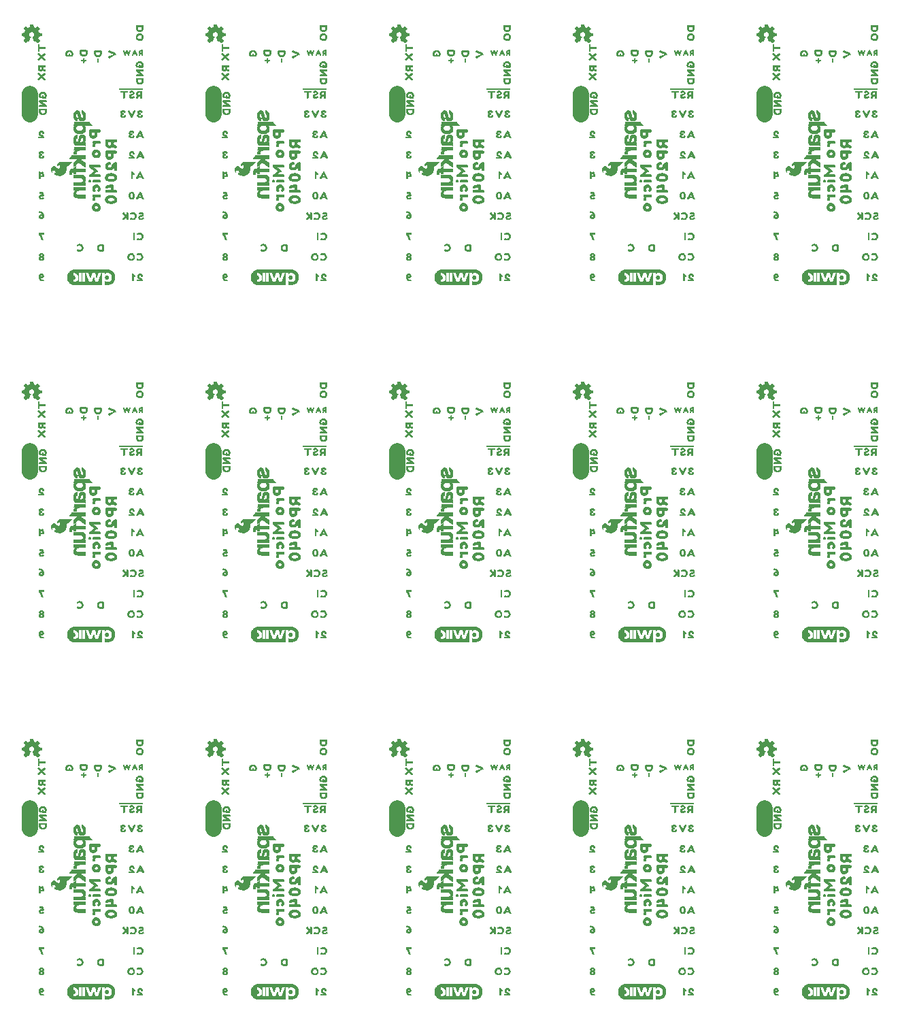
<source format=gbo>
G04 EAGLE Gerber RS-274X export*
G75*
%MOMM*%
%FSLAX34Y34*%
%LPD*%
%INSilkscreen Bottom*%
%IPPOS*%
%AMOC8*
5,1,8,0,0,1.08239X$1,22.5*%
G01*
%ADD10C,2.032000*%

G36*
X338222Y3029D02*
X338222Y3029D01*
X338226Y3028D01*
X339936Y3198D01*
X339940Y3201D01*
X339948Y3200D01*
X341948Y3790D01*
X341965Y3810D01*
X341966Y3810D01*
X341971Y3807D01*
X341980Y3814D01*
X342001Y3815D01*
X342390Y4035D01*
X342729Y4215D01*
X342730Y4215D01*
X343140Y4435D01*
X343140Y4436D01*
X343143Y4436D01*
X343603Y4716D01*
X343604Y4719D01*
X343607Y4720D01*
X343837Y4890D01*
X343838Y4891D01*
X343840Y4891D01*
X345000Y5841D01*
X345001Y5846D01*
X345008Y5850D01*
X345628Y6590D01*
X345968Y7000D01*
X345969Y7001D01*
X345970Y7002D01*
X346330Y7482D01*
X346331Y7488D01*
X346335Y7488D01*
X346346Y7513D01*
X346363Y7536D01*
X346359Y7544D01*
X346362Y7550D01*
X346455Y7720D01*
X346725Y8220D01*
X346975Y8670D01*
X346975Y8673D01*
X346978Y8676D01*
X347198Y9216D01*
X347198Y9218D01*
X347200Y9220D01*
X347480Y10060D01*
X347479Y10062D01*
X347481Y10064D01*
X347661Y10724D01*
X347660Y10725D01*
X347661Y10727D01*
X347731Y11057D01*
X347730Y11060D01*
X347732Y11064D01*
X347772Y11453D01*
X347822Y11923D01*
X347822Y11924D01*
X347872Y12434D01*
X347871Y12436D01*
X347873Y12439D01*
X347883Y12869D01*
X347882Y12869D01*
X347886Y12871D01*
X347885Y12883D01*
X347893Y12905D01*
X347863Y13305D01*
X347862Y13305D01*
X347862Y13306D01*
X347792Y13986D01*
X347732Y14596D01*
X347730Y14600D01*
X347731Y14606D01*
X347461Y15606D01*
X347457Y15610D01*
X347390Y15838D01*
X347389Y15839D01*
X347389Y15841D01*
X347109Y16631D01*
X347106Y16633D01*
X347106Y16639D01*
X346706Y17419D01*
X346705Y17419D01*
X346705Y17420D01*
X346545Y17710D01*
X346544Y17711D01*
X346544Y17712D01*
X346364Y18022D01*
X346362Y18023D01*
X346361Y18026D01*
X346171Y18296D01*
X346170Y18297D01*
X346170Y18298D01*
X345950Y18588D01*
X345949Y18588D01*
X345949Y18589D01*
X345949Y18590D01*
X345629Y18980D01*
X345628Y18980D01*
X345278Y19400D01*
X345277Y19400D01*
X345277Y19402D01*
X345027Y19682D01*
X345024Y19683D01*
X345022Y19687D01*
X344842Y19847D01*
X344841Y19847D01*
X344601Y20057D01*
X344601Y20058D01*
X344321Y20298D01*
X344320Y20298D01*
X344320Y20299D01*
X343830Y20699D01*
X343827Y20699D01*
X343826Y20702D01*
X343476Y20942D01*
X343459Y20942D01*
X343456Y20944D01*
X343445Y20957D01*
X343438Y20966D01*
X343420Y20975D01*
X342761Y21345D01*
X342760Y21345D01*
X342150Y21675D01*
X342146Y21675D01*
X342142Y21679D01*
X341462Y21939D01*
X341460Y21938D01*
X341458Y21940D01*
X340208Y22310D01*
X340204Y22309D01*
X340200Y22312D01*
X339530Y22422D01*
X339528Y22421D01*
X339525Y22423D01*
X337885Y22553D01*
X337883Y22551D01*
X337880Y22553D01*
X335150Y22553D01*
X335146Y22550D01*
X335140Y22553D01*
X327140Y22553D01*
X327130Y22546D01*
X327126Y22546D01*
X327110Y22553D01*
X311100Y22553D01*
X311087Y22544D01*
X311082Y22544D01*
X311058Y22549D01*
X311054Y22543D01*
X302600Y22553D01*
X302588Y22545D01*
X302586Y22547D01*
X302576Y22546D01*
X302560Y22553D01*
X297580Y22553D01*
X297577Y22551D01*
X297573Y22552D01*
X295433Y22302D01*
X295418Y22290D01*
X295405Y22288D01*
X295391Y22290D01*
X294461Y22000D01*
X293931Y21830D01*
X293928Y21826D01*
X293922Y21826D01*
X293272Y21496D01*
X293271Y21495D01*
X293270Y21495D01*
X292430Y21035D01*
X292429Y21034D01*
X292428Y21034D01*
X291998Y20774D01*
X291996Y20770D01*
X291989Y20768D01*
X291660Y20489D01*
X291220Y20129D01*
X291220Y20128D01*
X290820Y19798D01*
X290819Y19795D01*
X290815Y19793D01*
X290435Y19393D01*
X290434Y19391D01*
X290431Y19389D01*
X289671Y18449D01*
X289670Y18441D01*
X289663Y18436D01*
X289664Y18430D01*
X289660Y18428D01*
X289420Y18108D01*
X289420Y18104D01*
X289415Y18100D01*
X289105Y17540D01*
X288715Y16820D01*
X288715Y16818D01*
X288713Y16816D01*
X288713Y16815D01*
X288712Y16814D01*
X288512Y16324D01*
X288512Y16321D01*
X288510Y16319D01*
X288230Y15439D01*
X288234Y15424D01*
X288232Y15422D01*
X288223Y15416D01*
X288224Y15411D01*
X288219Y15406D01*
X288180Y15258D01*
X288060Y14868D01*
X288061Y14864D01*
X288058Y14860D01*
X288008Y14540D01*
X288009Y14538D01*
X288008Y14537D01*
X287898Y13527D01*
X287898Y13526D01*
X287897Y13524D01*
X287837Y12654D01*
X287840Y12650D01*
X287838Y12644D01*
X287998Y11094D01*
X287999Y11092D01*
X287998Y11088D01*
X288088Y10618D01*
X288091Y10616D01*
X288090Y10611D01*
X288290Y9971D01*
X288291Y9970D01*
X288290Y9961D01*
X288470Y9381D01*
X288471Y9381D01*
X288471Y9379D01*
X288591Y9039D01*
X288594Y9037D01*
X288594Y9031D01*
X288984Y8281D01*
X288985Y8280D01*
X288986Y8279D01*
X289586Y7229D01*
X289589Y7227D01*
X289590Y7222D01*
X289810Y6932D01*
X289812Y6931D01*
X289813Y6929D01*
X289845Y6914D01*
X289852Y6890D01*
X289945Y6778D01*
X290102Y6590D01*
X290259Y6402D01*
X290415Y6213D01*
X290452Y6170D01*
X290454Y6169D01*
X290455Y6166D01*
X290885Y5726D01*
X290888Y5726D01*
X290890Y5722D01*
X291640Y5092D01*
X291641Y5092D01*
X291642Y5090D01*
X292262Y4620D01*
X292266Y4620D01*
X292270Y4615D01*
X292930Y4255D01*
X292931Y4254D01*
X293501Y3954D01*
X293503Y3955D01*
X293505Y3952D01*
X294125Y3682D01*
X294128Y3683D01*
X294132Y3680D01*
X294832Y3470D01*
X294833Y3470D01*
X295451Y3290D01*
X295630Y3230D01*
X295636Y3232D01*
X295644Y3228D01*
X296811Y3118D01*
X296814Y3113D01*
X296823Y3114D01*
X296837Y3107D01*
X297737Y3057D01*
X297738Y3058D01*
X297740Y3057D01*
X307830Y3057D01*
X307843Y3065D01*
X307844Y3063D01*
X307854Y3064D01*
X307870Y3057D01*
X316750Y3057D01*
X316767Y3068D01*
X316770Y3067D01*
X324220Y3057D01*
X324230Y3064D01*
X324234Y3064D01*
X324250Y3057D01*
X331420Y3057D01*
X331439Y3069D01*
X331461Y3073D01*
X331468Y3088D01*
X331477Y3094D01*
X331476Y3104D01*
X331483Y3120D01*
X331493Y18247D01*
X335087Y18247D01*
X335087Y16900D01*
X335095Y16888D01*
X335093Y16875D01*
X335112Y16862D01*
X335124Y16843D01*
X335138Y16845D01*
X335150Y16837D01*
X335181Y16851D01*
X335191Y16853D01*
X335193Y16857D01*
X335197Y16858D01*
X335276Y16947D01*
X335523Y17195D01*
X335770Y17422D01*
X336066Y17648D01*
X336321Y17806D01*
X336597Y17953D01*
X336884Y18072D01*
X337099Y18160D01*
X337334Y18219D01*
X337464Y18249D01*
X337759Y18308D01*
X337966Y18328D01*
X338273Y18357D01*
X338439Y18357D01*
X338906Y18337D01*
X339322Y18298D01*
X339817Y18209D01*
X340221Y18110D01*
X340565Y17972D01*
X340874Y17833D01*
X340883Y17834D01*
X340890Y17825D01*
X341246Y17627D01*
X341522Y17430D01*
X342046Y17005D01*
X342361Y16650D01*
X342589Y16353D01*
X342736Y16137D01*
X342924Y15792D01*
X343093Y15435D01*
X343221Y15128D01*
X343350Y14723D01*
X343429Y14397D01*
X343498Y14079D01*
X343538Y13793D01*
X343598Y13105D01*
X343609Y13090D01*
X343611Y13071D01*
X343615Y13069D01*
X343615Y13067D01*
X343607Y13048D01*
X343617Y12721D01*
X343607Y12462D01*
X343568Y11817D01*
X343518Y11502D01*
X343419Y11064D01*
X343310Y10577D01*
X343202Y10263D01*
X343053Y9925D01*
X342951Y9699D01*
X342923Y9637D01*
X342923Y9636D01*
X342924Y9629D01*
X342921Y9622D01*
X342906Y9611D01*
X342786Y9403D01*
X342548Y9026D01*
X342371Y8790D01*
X342154Y8542D01*
X341887Y8266D01*
X341592Y8010D01*
X341296Y7813D01*
X340949Y7595D01*
X340635Y7438D01*
X340338Y7329D01*
X340331Y7319D01*
X340322Y7320D01*
X339706Y7131D01*
X339102Y7032D01*
X338746Y7003D01*
X338449Y6993D01*
X338154Y6993D01*
X337798Y7032D01*
X337482Y7082D01*
X337197Y7150D01*
X336832Y7269D01*
X336558Y7386D01*
X336262Y7554D01*
X336047Y7690D01*
X335860Y7838D01*
X335633Y8026D01*
X335449Y8220D01*
X335353Y8354D01*
X335294Y8452D01*
X335224Y8572D01*
X335198Y8585D01*
X335174Y8603D01*
X335168Y8600D01*
X335164Y8602D01*
X335155Y8595D01*
X335126Y8584D01*
X335116Y8574D01*
X335114Y8567D01*
X335111Y8560D01*
X335111Y8559D01*
X335097Y8530D01*
X335097Y3090D01*
X335109Y3071D01*
X335113Y3049D01*
X335128Y3042D01*
X335134Y3033D01*
X335144Y3034D01*
X335160Y3027D01*
X338220Y3027D01*
X338222Y3029D01*
G37*
G36*
X109622Y447529D02*
X109622Y447529D01*
X109626Y447528D01*
X111336Y447698D01*
X111340Y447701D01*
X111348Y447700D01*
X113348Y448290D01*
X113365Y448310D01*
X113366Y448310D01*
X113371Y448307D01*
X113380Y448314D01*
X113401Y448315D01*
X113790Y448535D01*
X114129Y448715D01*
X114130Y448715D01*
X114540Y448935D01*
X114540Y448936D01*
X114543Y448936D01*
X115003Y449216D01*
X115004Y449219D01*
X115007Y449220D01*
X115237Y449390D01*
X115238Y449391D01*
X115240Y449391D01*
X116400Y450341D01*
X116401Y450346D01*
X116408Y450350D01*
X117028Y451090D01*
X117368Y451500D01*
X117369Y451501D01*
X117370Y451502D01*
X117730Y451982D01*
X117731Y451988D01*
X117735Y451988D01*
X117746Y452013D01*
X117763Y452036D01*
X117759Y452044D01*
X117762Y452050D01*
X117855Y452220D01*
X118125Y452720D01*
X118375Y453170D01*
X118375Y453173D01*
X118378Y453176D01*
X118598Y453716D01*
X118598Y453718D01*
X118600Y453720D01*
X118880Y454560D01*
X118879Y454562D01*
X118881Y454564D01*
X119061Y455224D01*
X119060Y455225D01*
X119061Y455227D01*
X119131Y455557D01*
X119130Y455560D01*
X119132Y455564D01*
X119172Y455953D01*
X119222Y456423D01*
X119222Y456424D01*
X119272Y456934D01*
X119271Y456936D01*
X119273Y456939D01*
X119283Y457369D01*
X119282Y457369D01*
X119286Y457371D01*
X119285Y457383D01*
X119293Y457405D01*
X119263Y457805D01*
X119262Y457805D01*
X119262Y457806D01*
X119192Y458486D01*
X119132Y459096D01*
X119130Y459100D01*
X119131Y459106D01*
X118861Y460106D01*
X118857Y460110D01*
X118790Y460338D01*
X118789Y460339D01*
X118789Y460341D01*
X118509Y461131D01*
X118506Y461133D01*
X118506Y461139D01*
X118106Y461919D01*
X118105Y461919D01*
X118105Y461920D01*
X117945Y462210D01*
X117944Y462211D01*
X117944Y462212D01*
X117764Y462522D01*
X117762Y462523D01*
X117761Y462526D01*
X117571Y462796D01*
X117570Y462797D01*
X117570Y462798D01*
X117350Y463088D01*
X117349Y463088D01*
X117349Y463089D01*
X117349Y463090D01*
X117029Y463480D01*
X117028Y463480D01*
X116678Y463900D01*
X116677Y463900D01*
X116677Y463902D01*
X116427Y464182D01*
X116424Y464183D01*
X116422Y464187D01*
X116242Y464347D01*
X116241Y464347D01*
X116001Y464557D01*
X116001Y464558D01*
X115721Y464798D01*
X115720Y464798D01*
X115720Y464799D01*
X115230Y465199D01*
X115227Y465199D01*
X115226Y465202D01*
X114876Y465442D01*
X114859Y465442D01*
X114856Y465444D01*
X114845Y465457D01*
X114838Y465466D01*
X114820Y465475D01*
X114161Y465845D01*
X114160Y465845D01*
X113550Y466175D01*
X113546Y466175D01*
X113542Y466179D01*
X112862Y466439D01*
X112860Y466438D01*
X112858Y466440D01*
X111608Y466810D01*
X111604Y466809D01*
X111600Y466812D01*
X110930Y466922D01*
X110928Y466921D01*
X110925Y466923D01*
X109285Y467053D01*
X109283Y467051D01*
X109280Y467053D01*
X106550Y467053D01*
X106546Y467050D01*
X106540Y467053D01*
X98540Y467053D01*
X98530Y467046D01*
X98526Y467046D01*
X98510Y467053D01*
X82500Y467053D01*
X82487Y467044D01*
X82482Y467044D01*
X82458Y467049D01*
X82454Y467043D01*
X74000Y467053D01*
X73988Y467045D01*
X73986Y467047D01*
X73976Y467046D01*
X73960Y467053D01*
X68980Y467053D01*
X68977Y467051D01*
X68973Y467052D01*
X66833Y466802D01*
X66818Y466790D01*
X66805Y466788D01*
X66791Y466790D01*
X65861Y466500D01*
X65331Y466330D01*
X65328Y466326D01*
X65322Y466326D01*
X64672Y465996D01*
X64671Y465995D01*
X64670Y465995D01*
X63830Y465535D01*
X63829Y465534D01*
X63828Y465534D01*
X63398Y465274D01*
X63396Y465270D01*
X63389Y465268D01*
X63060Y464989D01*
X62620Y464629D01*
X62620Y464628D01*
X62220Y464298D01*
X62219Y464295D01*
X62215Y464293D01*
X61835Y463893D01*
X61834Y463891D01*
X61831Y463889D01*
X61071Y462949D01*
X61070Y462941D01*
X61063Y462936D01*
X61064Y462930D01*
X61060Y462928D01*
X60820Y462608D01*
X60820Y462604D01*
X60815Y462600D01*
X60505Y462040D01*
X60115Y461320D01*
X60115Y461318D01*
X60113Y461316D01*
X60113Y461315D01*
X60112Y461314D01*
X59912Y460824D01*
X59912Y460821D01*
X59910Y460819D01*
X59630Y459939D01*
X59634Y459924D01*
X59632Y459922D01*
X59623Y459916D01*
X59624Y459911D01*
X59619Y459906D01*
X59580Y459758D01*
X59460Y459368D01*
X59461Y459364D01*
X59458Y459360D01*
X59408Y459040D01*
X59409Y459038D01*
X59408Y459037D01*
X59298Y458027D01*
X59298Y458026D01*
X59297Y458024D01*
X59237Y457154D01*
X59240Y457150D01*
X59238Y457144D01*
X59398Y455594D01*
X59399Y455592D01*
X59398Y455588D01*
X59488Y455118D01*
X59491Y455116D01*
X59490Y455111D01*
X59690Y454471D01*
X59691Y454470D01*
X59690Y454461D01*
X59870Y453881D01*
X59871Y453881D01*
X59871Y453879D01*
X59991Y453539D01*
X59994Y453537D01*
X59994Y453531D01*
X60384Y452781D01*
X60385Y452780D01*
X60386Y452779D01*
X60986Y451729D01*
X60989Y451727D01*
X60990Y451722D01*
X61210Y451432D01*
X61212Y451431D01*
X61213Y451429D01*
X61245Y451414D01*
X61252Y451390D01*
X61345Y451278D01*
X61502Y451090D01*
X61659Y450902D01*
X61815Y450713D01*
X61852Y450670D01*
X61854Y450669D01*
X61855Y450666D01*
X62285Y450226D01*
X62288Y450226D01*
X62290Y450222D01*
X63040Y449592D01*
X63041Y449592D01*
X63042Y449590D01*
X63662Y449120D01*
X63666Y449120D01*
X63670Y449115D01*
X64330Y448755D01*
X64331Y448754D01*
X64901Y448454D01*
X64903Y448455D01*
X64905Y448452D01*
X65525Y448182D01*
X65528Y448183D01*
X65532Y448180D01*
X66232Y447970D01*
X66233Y447970D01*
X66851Y447790D01*
X67030Y447730D01*
X67036Y447732D01*
X67044Y447728D01*
X68211Y447618D01*
X68214Y447613D01*
X68223Y447614D01*
X68237Y447607D01*
X69137Y447557D01*
X69138Y447558D01*
X69140Y447557D01*
X79230Y447557D01*
X79243Y447565D01*
X79244Y447563D01*
X79254Y447564D01*
X79270Y447557D01*
X88150Y447557D01*
X88167Y447568D01*
X88170Y447567D01*
X95620Y447557D01*
X95630Y447564D01*
X95634Y447564D01*
X95650Y447557D01*
X102820Y447557D01*
X102839Y447569D01*
X102861Y447573D01*
X102868Y447588D01*
X102877Y447594D01*
X102876Y447604D01*
X102883Y447620D01*
X102893Y462747D01*
X106487Y462747D01*
X106487Y461400D01*
X106495Y461388D01*
X106493Y461375D01*
X106512Y461362D01*
X106524Y461343D01*
X106538Y461345D01*
X106550Y461337D01*
X106581Y461351D01*
X106591Y461353D01*
X106593Y461357D01*
X106597Y461358D01*
X106676Y461447D01*
X106923Y461695D01*
X107170Y461922D01*
X107466Y462148D01*
X107721Y462306D01*
X107997Y462453D01*
X108284Y462572D01*
X108499Y462660D01*
X108734Y462719D01*
X108864Y462749D01*
X109159Y462808D01*
X109366Y462828D01*
X109673Y462857D01*
X109839Y462857D01*
X110306Y462837D01*
X110722Y462798D01*
X111217Y462709D01*
X111621Y462610D01*
X111965Y462472D01*
X112274Y462333D01*
X112283Y462334D01*
X112290Y462325D01*
X112646Y462127D01*
X112922Y461930D01*
X113446Y461505D01*
X113761Y461150D01*
X113989Y460853D01*
X114136Y460637D01*
X114324Y460292D01*
X114493Y459935D01*
X114621Y459628D01*
X114750Y459223D01*
X114829Y458897D01*
X114898Y458579D01*
X114938Y458293D01*
X114998Y457605D01*
X115009Y457590D01*
X115011Y457571D01*
X115015Y457569D01*
X115015Y457567D01*
X115007Y457548D01*
X115017Y457221D01*
X115007Y456962D01*
X114968Y456317D01*
X114918Y456002D01*
X114819Y455564D01*
X114710Y455077D01*
X114602Y454763D01*
X114453Y454425D01*
X114351Y454199D01*
X114323Y454137D01*
X114323Y454136D01*
X114324Y454129D01*
X114321Y454122D01*
X114306Y454111D01*
X114186Y453903D01*
X113948Y453526D01*
X113771Y453290D01*
X113554Y453042D01*
X113287Y452766D01*
X112992Y452510D01*
X112696Y452313D01*
X112349Y452095D01*
X112035Y451938D01*
X111738Y451829D01*
X111731Y451819D01*
X111722Y451820D01*
X111106Y451631D01*
X110502Y451532D01*
X110146Y451503D01*
X109849Y451493D01*
X109554Y451493D01*
X109198Y451532D01*
X108882Y451582D01*
X108597Y451650D01*
X108232Y451769D01*
X107958Y451886D01*
X107662Y452054D01*
X107447Y452190D01*
X107260Y452338D01*
X107033Y452526D01*
X106849Y452720D01*
X106753Y452854D01*
X106694Y452952D01*
X106624Y453072D01*
X106598Y453085D01*
X106574Y453103D01*
X106568Y453100D01*
X106564Y453102D01*
X106555Y453095D01*
X106526Y453084D01*
X106516Y453074D01*
X106514Y453067D01*
X106511Y453060D01*
X106511Y453059D01*
X106497Y453030D01*
X106497Y447590D01*
X106509Y447571D01*
X106513Y447549D01*
X106528Y447542D01*
X106534Y447533D01*
X106544Y447534D01*
X106560Y447527D01*
X109620Y447527D01*
X109622Y447529D01*
G37*
G36*
X1024022Y447529D02*
X1024022Y447529D01*
X1024026Y447528D01*
X1025736Y447698D01*
X1025740Y447701D01*
X1025748Y447700D01*
X1027748Y448290D01*
X1027765Y448310D01*
X1027766Y448310D01*
X1027771Y448307D01*
X1027780Y448314D01*
X1027801Y448315D01*
X1028190Y448535D01*
X1028529Y448715D01*
X1028530Y448715D01*
X1028940Y448935D01*
X1028940Y448936D01*
X1028943Y448936D01*
X1029403Y449216D01*
X1029404Y449219D01*
X1029407Y449220D01*
X1029637Y449390D01*
X1029638Y449391D01*
X1029640Y449391D01*
X1030800Y450341D01*
X1030801Y450346D01*
X1030808Y450350D01*
X1031428Y451090D01*
X1031768Y451500D01*
X1031769Y451501D01*
X1031770Y451502D01*
X1032130Y451982D01*
X1032131Y451988D01*
X1032135Y451988D01*
X1032146Y452013D01*
X1032163Y452036D01*
X1032159Y452044D01*
X1032162Y452050D01*
X1032255Y452220D01*
X1032525Y452720D01*
X1032775Y453170D01*
X1032775Y453173D01*
X1032778Y453176D01*
X1032998Y453716D01*
X1032998Y453718D01*
X1033000Y453720D01*
X1033280Y454560D01*
X1033279Y454562D01*
X1033281Y454564D01*
X1033461Y455224D01*
X1033460Y455225D01*
X1033461Y455227D01*
X1033531Y455557D01*
X1033530Y455560D01*
X1033532Y455564D01*
X1033572Y455953D01*
X1033622Y456423D01*
X1033622Y456424D01*
X1033672Y456934D01*
X1033671Y456936D01*
X1033673Y456939D01*
X1033683Y457369D01*
X1033682Y457369D01*
X1033686Y457371D01*
X1033685Y457383D01*
X1033693Y457405D01*
X1033663Y457805D01*
X1033662Y457805D01*
X1033662Y457806D01*
X1033592Y458486D01*
X1033532Y459096D01*
X1033530Y459100D01*
X1033531Y459106D01*
X1033261Y460106D01*
X1033257Y460110D01*
X1033190Y460338D01*
X1033189Y460339D01*
X1033189Y460341D01*
X1032909Y461131D01*
X1032906Y461133D01*
X1032906Y461139D01*
X1032506Y461919D01*
X1032505Y461919D01*
X1032505Y461920D01*
X1032345Y462210D01*
X1032344Y462211D01*
X1032344Y462212D01*
X1032164Y462522D01*
X1032162Y462523D01*
X1032161Y462526D01*
X1031971Y462796D01*
X1031970Y462797D01*
X1031970Y462798D01*
X1031750Y463088D01*
X1031749Y463088D01*
X1031749Y463089D01*
X1031749Y463090D01*
X1031429Y463480D01*
X1031428Y463480D01*
X1031078Y463900D01*
X1031077Y463900D01*
X1031077Y463902D01*
X1030827Y464182D01*
X1030824Y464183D01*
X1030822Y464187D01*
X1030642Y464347D01*
X1030641Y464347D01*
X1030401Y464557D01*
X1030401Y464558D01*
X1030121Y464798D01*
X1030120Y464798D01*
X1030120Y464799D01*
X1029630Y465199D01*
X1029627Y465199D01*
X1029626Y465202D01*
X1029276Y465442D01*
X1029259Y465442D01*
X1029256Y465444D01*
X1029245Y465457D01*
X1029238Y465466D01*
X1029220Y465475D01*
X1028561Y465845D01*
X1028560Y465845D01*
X1027950Y466175D01*
X1027946Y466175D01*
X1027942Y466179D01*
X1027262Y466439D01*
X1027260Y466438D01*
X1027258Y466440D01*
X1026008Y466810D01*
X1026004Y466809D01*
X1026000Y466812D01*
X1025330Y466922D01*
X1025328Y466921D01*
X1025325Y466923D01*
X1023685Y467053D01*
X1023683Y467051D01*
X1023680Y467053D01*
X1020950Y467053D01*
X1020946Y467050D01*
X1020940Y467053D01*
X1012940Y467053D01*
X1012930Y467046D01*
X1012926Y467046D01*
X1012910Y467053D01*
X996900Y467053D01*
X996887Y467044D01*
X996882Y467044D01*
X996858Y467049D01*
X996854Y467043D01*
X988400Y467053D01*
X988388Y467045D01*
X988386Y467047D01*
X988376Y467046D01*
X988360Y467053D01*
X983380Y467053D01*
X983377Y467051D01*
X983373Y467052D01*
X981233Y466802D01*
X981218Y466790D01*
X981205Y466788D01*
X981191Y466790D01*
X980261Y466500D01*
X979731Y466330D01*
X979728Y466326D01*
X979722Y466326D01*
X979072Y465996D01*
X979071Y465995D01*
X979070Y465995D01*
X978230Y465535D01*
X978229Y465534D01*
X978228Y465534D01*
X977798Y465274D01*
X977796Y465270D01*
X977789Y465268D01*
X977460Y464989D01*
X977020Y464629D01*
X977020Y464628D01*
X976620Y464298D01*
X976619Y464295D01*
X976615Y464293D01*
X976235Y463893D01*
X976234Y463891D01*
X976231Y463889D01*
X975471Y462949D01*
X975470Y462941D01*
X975463Y462936D01*
X975464Y462930D01*
X975460Y462928D01*
X975220Y462608D01*
X975220Y462604D01*
X975215Y462600D01*
X974905Y462040D01*
X974515Y461320D01*
X974515Y461318D01*
X974513Y461316D01*
X974513Y461315D01*
X974512Y461314D01*
X974312Y460824D01*
X974312Y460821D01*
X974310Y460819D01*
X974030Y459939D01*
X974034Y459924D01*
X974032Y459922D01*
X974023Y459916D01*
X974024Y459911D01*
X974019Y459906D01*
X973980Y459758D01*
X973860Y459368D01*
X973861Y459364D01*
X973858Y459360D01*
X973808Y459040D01*
X973809Y459038D01*
X973808Y459037D01*
X973698Y458027D01*
X973698Y458026D01*
X973697Y458024D01*
X973637Y457154D01*
X973640Y457150D01*
X973638Y457144D01*
X973798Y455594D01*
X973799Y455592D01*
X973798Y455588D01*
X973888Y455118D01*
X973891Y455116D01*
X973890Y455111D01*
X974090Y454471D01*
X974091Y454470D01*
X974090Y454461D01*
X974270Y453881D01*
X974271Y453881D01*
X974271Y453879D01*
X974391Y453539D01*
X974394Y453537D01*
X974394Y453531D01*
X974784Y452781D01*
X974785Y452780D01*
X974786Y452779D01*
X975386Y451729D01*
X975389Y451727D01*
X975390Y451722D01*
X975610Y451432D01*
X975612Y451431D01*
X975613Y451429D01*
X975645Y451414D01*
X975652Y451390D01*
X975745Y451278D01*
X975902Y451090D01*
X976059Y450902D01*
X976215Y450713D01*
X976252Y450670D01*
X976254Y450669D01*
X976255Y450666D01*
X976685Y450226D01*
X976688Y450226D01*
X976690Y450222D01*
X977440Y449592D01*
X977441Y449592D01*
X977442Y449590D01*
X978062Y449120D01*
X978066Y449120D01*
X978070Y449115D01*
X978730Y448755D01*
X978731Y448754D01*
X979301Y448454D01*
X979303Y448455D01*
X979305Y448452D01*
X979925Y448182D01*
X979928Y448183D01*
X979932Y448180D01*
X980632Y447970D01*
X980633Y447970D01*
X981251Y447790D01*
X981430Y447730D01*
X981436Y447732D01*
X981444Y447728D01*
X982611Y447618D01*
X982614Y447613D01*
X982623Y447614D01*
X982637Y447607D01*
X983537Y447557D01*
X983538Y447558D01*
X983540Y447557D01*
X993630Y447557D01*
X993643Y447565D01*
X993644Y447563D01*
X993654Y447564D01*
X993670Y447557D01*
X1002550Y447557D01*
X1002567Y447568D01*
X1002570Y447567D01*
X1010020Y447557D01*
X1010030Y447564D01*
X1010034Y447564D01*
X1010050Y447557D01*
X1017220Y447557D01*
X1017239Y447569D01*
X1017261Y447573D01*
X1017268Y447588D01*
X1017277Y447594D01*
X1017276Y447604D01*
X1017283Y447620D01*
X1017293Y462747D01*
X1020887Y462747D01*
X1020887Y461400D01*
X1020895Y461388D01*
X1020893Y461375D01*
X1020912Y461362D01*
X1020924Y461343D01*
X1020938Y461345D01*
X1020950Y461337D01*
X1020981Y461351D01*
X1020991Y461353D01*
X1020993Y461357D01*
X1020997Y461358D01*
X1021076Y461447D01*
X1021323Y461695D01*
X1021570Y461922D01*
X1021866Y462148D01*
X1022121Y462306D01*
X1022397Y462453D01*
X1022684Y462572D01*
X1022899Y462660D01*
X1023134Y462719D01*
X1023264Y462749D01*
X1023559Y462808D01*
X1023766Y462828D01*
X1024073Y462857D01*
X1024239Y462857D01*
X1024706Y462837D01*
X1025122Y462798D01*
X1025617Y462709D01*
X1026021Y462610D01*
X1026365Y462472D01*
X1026674Y462333D01*
X1026683Y462334D01*
X1026690Y462325D01*
X1027046Y462127D01*
X1027322Y461930D01*
X1027846Y461505D01*
X1028161Y461150D01*
X1028389Y460853D01*
X1028536Y460637D01*
X1028724Y460292D01*
X1028893Y459935D01*
X1029021Y459628D01*
X1029150Y459223D01*
X1029229Y458897D01*
X1029298Y458579D01*
X1029338Y458293D01*
X1029398Y457605D01*
X1029409Y457590D01*
X1029411Y457571D01*
X1029415Y457569D01*
X1029415Y457567D01*
X1029407Y457548D01*
X1029417Y457221D01*
X1029407Y456962D01*
X1029368Y456317D01*
X1029318Y456002D01*
X1029219Y455564D01*
X1029110Y455077D01*
X1029002Y454763D01*
X1028853Y454425D01*
X1028751Y454199D01*
X1028723Y454137D01*
X1028723Y454136D01*
X1028724Y454129D01*
X1028721Y454122D01*
X1028706Y454111D01*
X1028586Y453903D01*
X1028348Y453526D01*
X1028171Y453290D01*
X1027954Y453042D01*
X1027687Y452766D01*
X1027392Y452510D01*
X1027096Y452313D01*
X1026749Y452095D01*
X1026435Y451938D01*
X1026138Y451829D01*
X1026131Y451819D01*
X1026122Y451820D01*
X1025506Y451631D01*
X1024902Y451532D01*
X1024546Y451503D01*
X1024249Y451493D01*
X1023954Y451493D01*
X1023598Y451532D01*
X1023282Y451582D01*
X1022997Y451650D01*
X1022632Y451769D01*
X1022358Y451886D01*
X1022062Y452054D01*
X1021847Y452190D01*
X1021660Y452338D01*
X1021433Y452526D01*
X1021249Y452720D01*
X1021153Y452854D01*
X1021094Y452952D01*
X1021024Y453072D01*
X1020998Y453085D01*
X1020974Y453103D01*
X1020968Y453100D01*
X1020964Y453102D01*
X1020955Y453095D01*
X1020926Y453084D01*
X1020916Y453074D01*
X1020914Y453067D01*
X1020911Y453060D01*
X1020911Y453059D01*
X1020897Y453030D01*
X1020897Y447590D01*
X1020909Y447571D01*
X1020913Y447549D01*
X1020928Y447542D01*
X1020934Y447533D01*
X1020944Y447534D01*
X1020960Y447527D01*
X1024020Y447527D01*
X1024022Y447529D01*
G37*
G36*
X109622Y3029D02*
X109622Y3029D01*
X109626Y3028D01*
X111336Y3198D01*
X111340Y3201D01*
X111348Y3200D01*
X113348Y3790D01*
X113365Y3810D01*
X113366Y3810D01*
X113371Y3807D01*
X113380Y3814D01*
X113401Y3815D01*
X113790Y4035D01*
X114129Y4215D01*
X114130Y4215D01*
X114540Y4435D01*
X114540Y4436D01*
X114543Y4436D01*
X115003Y4716D01*
X115004Y4719D01*
X115007Y4720D01*
X115237Y4890D01*
X115238Y4891D01*
X115240Y4891D01*
X116400Y5841D01*
X116401Y5846D01*
X116408Y5850D01*
X117028Y6590D01*
X117368Y7000D01*
X117369Y7001D01*
X117370Y7002D01*
X117730Y7482D01*
X117731Y7488D01*
X117735Y7488D01*
X117746Y7513D01*
X117763Y7536D01*
X117759Y7544D01*
X117762Y7550D01*
X117855Y7720D01*
X118125Y8220D01*
X118375Y8670D01*
X118375Y8673D01*
X118378Y8676D01*
X118598Y9216D01*
X118598Y9218D01*
X118600Y9220D01*
X118880Y10060D01*
X118879Y10062D01*
X118881Y10064D01*
X119061Y10724D01*
X119060Y10725D01*
X119061Y10727D01*
X119131Y11057D01*
X119130Y11060D01*
X119132Y11064D01*
X119172Y11453D01*
X119222Y11923D01*
X119222Y11924D01*
X119272Y12434D01*
X119271Y12436D01*
X119273Y12439D01*
X119283Y12869D01*
X119282Y12869D01*
X119286Y12871D01*
X119285Y12883D01*
X119293Y12905D01*
X119263Y13305D01*
X119262Y13305D01*
X119262Y13306D01*
X119192Y13986D01*
X119132Y14596D01*
X119130Y14600D01*
X119131Y14606D01*
X118861Y15606D01*
X118857Y15610D01*
X118790Y15838D01*
X118789Y15839D01*
X118789Y15841D01*
X118509Y16631D01*
X118506Y16633D01*
X118506Y16639D01*
X118106Y17419D01*
X118105Y17419D01*
X118105Y17420D01*
X117945Y17710D01*
X117944Y17711D01*
X117944Y17712D01*
X117764Y18022D01*
X117762Y18023D01*
X117761Y18026D01*
X117571Y18296D01*
X117570Y18297D01*
X117570Y18298D01*
X117350Y18588D01*
X117349Y18588D01*
X117349Y18589D01*
X117349Y18590D01*
X117029Y18980D01*
X117028Y18980D01*
X116678Y19400D01*
X116677Y19400D01*
X116677Y19402D01*
X116427Y19682D01*
X116424Y19683D01*
X116422Y19687D01*
X116242Y19847D01*
X116241Y19847D01*
X116001Y20057D01*
X116001Y20058D01*
X115721Y20298D01*
X115720Y20298D01*
X115720Y20299D01*
X115230Y20699D01*
X115227Y20699D01*
X115226Y20702D01*
X114876Y20942D01*
X114859Y20942D01*
X114856Y20944D01*
X114845Y20957D01*
X114838Y20966D01*
X114820Y20975D01*
X114161Y21345D01*
X114160Y21345D01*
X113550Y21675D01*
X113546Y21675D01*
X113542Y21679D01*
X112862Y21939D01*
X112860Y21938D01*
X112858Y21940D01*
X111608Y22310D01*
X111604Y22309D01*
X111600Y22312D01*
X110930Y22422D01*
X110928Y22421D01*
X110925Y22423D01*
X109285Y22553D01*
X109283Y22551D01*
X109280Y22553D01*
X106550Y22553D01*
X106546Y22550D01*
X106540Y22553D01*
X98540Y22553D01*
X98530Y22546D01*
X98526Y22546D01*
X98510Y22553D01*
X82500Y22553D01*
X82487Y22544D01*
X82482Y22544D01*
X82458Y22549D01*
X82454Y22543D01*
X74000Y22553D01*
X73988Y22545D01*
X73986Y22547D01*
X73976Y22546D01*
X73960Y22553D01*
X68980Y22553D01*
X68977Y22551D01*
X68973Y22552D01*
X66833Y22302D01*
X66818Y22290D01*
X66805Y22288D01*
X66791Y22290D01*
X65861Y22000D01*
X65331Y21830D01*
X65328Y21826D01*
X65322Y21826D01*
X64672Y21496D01*
X64671Y21495D01*
X64670Y21495D01*
X63830Y21035D01*
X63829Y21034D01*
X63828Y21034D01*
X63398Y20774D01*
X63396Y20770D01*
X63389Y20768D01*
X63060Y20489D01*
X62620Y20129D01*
X62620Y20128D01*
X62220Y19798D01*
X62219Y19795D01*
X62215Y19793D01*
X61835Y19393D01*
X61834Y19391D01*
X61831Y19389D01*
X61071Y18449D01*
X61070Y18441D01*
X61063Y18436D01*
X61064Y18430D01*
X61060Y18428D01*
X60820Y18108D01*
X60820Y18104D01*
X60815Y18100D01*
X60505Y17540D01*
X60115Y16820D01*
X60115Y16818D01*
X60113Y16816D01*
X60113Y16815D01*
X60112Y16814D01*
X59912Y16324D01*
X59912Y16321D01*
X59910Y16319D01*
X59630Y15439D01*
X59634Y15424D01*
X59632Y15422D01*
X59623Y15416D01*
X59624Y15411D01*
X59619Y15406D01*
X59580Y15258D01*
X59460Y14868D01*
X59461Y14864D01*
X59458Y14860D01*
X59408Y14540D01*
X59409Y14538D01*
X59408Y14537D01*
X59298Y13527D01*
X59298Y13526D01*
X59297Y13524D01*
X59237Y12654D01*
X59240Y12650D01*
X59238Y12644D01*
X59398Y11094D01*
X59399Y11092D01*
X59398Y11088D01*
X59488Y10618D01*
X59491Y10616D01*
X59490Y10611D01*
X59690Y9971D01*
X59691Y9970D01*
X59690Y9961D01*
X59870Y9381D01*
X59871Y9381D01*
X59871Y9379D01*
X59991Y9039D01*
X59994Y9037D01*
X59994Y9031D01*
X60384Y8281D01*
X60385Y8280D01*
X60386Y8279D01*
X60986Y7229D01*
X60989Y7227D01*
X60990Y7222D01*
X61210Y6932D01*
X61212Y6931D01*
X61213Y6929D01*
X61245Y6914D01*
X61252Y6890D01*
X61345Y6778D01*
X61502Y6590D01*
X61659Y6402D01*
X61815Y6213D01*
X61852Y6170D01*
X61854Y6169D01*
X61855Y6166D01*
X62285Y5726D01*
X62288Y5726D01*
X62290Y5722D01*
X63040Y5092D01*
X63041Y5092D01*
X63042Y5090D01*
X63662Y4620D01*
X63666Y4620D01*
X63670Y4615D01*
X64330Y4255D01*
X64331Y4254D01*
X64901Y3954D01*
X64903Y3955D01*
X64905Y3952D01*
X65525Y3682D01*
X65528Y3683D01*
X65532Y3680D01*
X66232Y3470D01*
X66233Y3470D01*
X66851Y3290D01*
X67030Y3230D01*
X67036Y3232D01*
X67044Y3228D01*
X68211Y3118D01*
X68214Y3113D01*
X68223Y3114D01*
X68237Y3107D01*
X69137Y3057D01*
X69138Y3058D01*
X69140Y3057D01*
X79230Y3057D01*
X79243Y3065D01*
X79244Y3063D01*
X79254Y3064D01*
X79270Y3057D01*
X88150Y3057D01*
X88167Y3068D01*
X88170Y3067D01*
X95620Y3057D01*
X95630Y3064D01*
X95634Y3064D01*
X95650Y3057D01*
X102820Y3057D01*
X102839Y3069D01*
X102861Y3073D01*
X102868Y3088D01*
X102877Y3094D01*
X102876Y3104D01*
X102883Y3120D01*
X102893Y18247D01*
X106487Y18247D01*
X106487Y16900D01*
X106495Y16888D01*
X106493Y16875D01*
X106512Y16862D01*
X106524Y16843D01*
X106538Y16845D01*
X106550Y16837D01*
X106581Y16851D01*
X106591Y16853D01*
X106593Y16857D01*
X106597Y16858D01*
X106676Y16947D01*
X106923Y17195D01*
X107170Y17422D01*
X107466Y17648D01*
X107721Y17806D01*
X107997Y17953D01*
X108284Y18072D01*
X108499Y18160D01*
X108734Y18219D01*
X108864Y18249D01*
X109159Y18308D01*
X109366Y18328D01*
X109673Y18357D01*
X109839Y18357D01*
X110306Y18337D01*
X110722Y18298D01*
X111217Y18209D01*
X111621Y18110D01*
X111965Y17972D01*
X112274Y17833D01*
X112283Y17834D01*
X112290Y17825D01*
X112646Y17627D01*
X112922Y17430D01*
X113446Y17005D01*
X113761Y16650D01*
X113989Y16353D01*
X114136Y16137D01*
X114324Y15792D01*
X114493Y15435D01*
X114621Y15128D01*
X114750Y14723D01*
X114829Y14397D01*
X114898Y14079D01*
X114938Y13793D01*
X114998Y13105D01*
X115009Y13090D01*
X115011Y13071D01*
X115015Y13069D01*
X115015Y13067D01*
X115007Y13048D01*
X115017Y12721D01*
X115007Y12462D01*
X114968Y11817D01*
X114918Y11502D01*
X114819Y11064D01*
X114710Y10577D01*
X114602Y10263D01*
X114453Y9925D01*
X114351Y9699D01*
X114323Y9637D01*
X114323Y9636D01*
X114324Y9629D01*
X114321Y9622D01*
X114306Y9611D01*
X114186Y9403D01*
X113948Y9026D01*
X113771Y8790D01*
X113554Y8542D01*
X113287Y8266D01*
X112992Y8010D01*
X112696Y7813D01*
X112349Y7595D01*
X112035Y7438D01*
X111738Y7329D01*
X111731Y7319D01*
X111722Y7320D01*
X111106Y7131D01*
X110502Y7032D01*
X110146Y7003D01*
X109849Y6993D01*
X109554Y6993D01*
X109198Y7032D01*
X108882Y7082D01*
X108597Y7150D01*
X108232Y7269D01*
X107958Y7386D01*
X107662Y7554D01*
X107447Y7690D01*
X107260Y7838D01*
X107033Y8026D01*
X106849Y8220D01*
X106753Y8354D01*
X106694Y8452D01*
X106624Y8572D01*
X106598Y8585D01*
X106574Y8603D01*
X106568Y8600D01*
X106564Y8602D01*
X106555Y8595D01*
X106526Y8584D01*
X106516Y8574D01*
X106514Y8567D01*
X106511Y8560D01*
X106511Y8559D01*
X106497Y8530D01*
X106497Y3090D01*
X106509Y3071D01*
X106513Y3049D01*
X106528Y3042D01*
X106534Y3033D01*
X106544Y3034D01*
X106560Y3027D01*
X109620Y3027D01*
X109622Y3029D01*
G37*
G36*
X566822Y447529D02*
X566822Y447529D01*
X566826Y447528D01*
X568536Y447698D01*
X568540Y447701D01*
X568548Y447700D01*
X570548Y448290D01*
X570565Y448310D01*
X570566Y448310D01*
X570571Y448307D01*
X570580Y448314D01*
X570601Y448315D01*
X570990Y448535D01*
X571329Y448715D01*
X571330Y448715D01*
X571740Y448935D01*
X571740Y448936D01*
X571743Y448936D01*
X572203Y449216D01*
X572204Y449219D01*
X572207Y449220D01*
X572437Y449390D01*
X572438Y449391D01*
X572440Y449391D01*
X573600Y450341D01*
X573601Y450346D01*
X573608Y450350D01*
X574228Y451090D01*
X574568Y451500D01*
X574569Y451501D01*
X574570Y451502D01*
X574930Y451982D01*
X574931Y451988D01*
X574935Y451988D01*
X574946Y452013D01*
X574963Y452036D01*
X574959Y452044D01*
X574962Y452050D01*
X575055Y452220D01*
X575325Y452720D01*
X575575Y453170D01*
X575575Y453173D01*
X575578Y453176D01*
X575798Y453716D01*
X575798Y453718D01*
X575800Y453720D01*
X576080Y454560D01*
X576079Y454562D01*
X576081Y454564D01*
X576261Y455224D01*
X576260Y455225D01*
X576261Y455227D01*
X576331Y455557D01*
X576330Y455560D01*
X576332Y455564D01*
X576372Y455953D01*
X576422Y456423D01*
X576422Y456424D01*
X576472Y456934D01*
X576471Y456936D01*
X576473Y456939D01*
X576483Y457369D01*
X576482Y457369D01*
X576486Y457371D01*
X576485Y457383D01*
X576493Y457405D01*
X576463Y457805D01*
X576462Y457805D01*
X576462Y457806D01*
X576392Y458486D01*
X576332Y459096D01*
X576330Y459100D01*
X576331Y459106D01*
X576061Y460106D01*
X576057Y460110D01*
X575990Y460338D01*
X575989Y460339D01*
X575989Y460341D01*
X575709Y461131D01*
X575706Y461133D01*
X575706Y461139D01*
X575306Y461919D01*
X575305Y461919D01*
X575305Y461920D01*
X575145Y462210D01*
X575144Y462211D01*
X575144Y462212D01*
X574964Y462522D01*
X574962Y462523D01*
X574961Y462526D01*
X574771Y462796D01*
X574770Y462797D01*
X574770Y462798D01*
X574550Y463088D01*
X574549Y463088D01*
X574549Y463089D01*
X574549Y463090D01*
X574229Y463480D01*
X574228Y463480D01*
X573878Y463900D01*
X573877Y463900D01*
X573877Y463902D01*
X573627Y464182D01*
X573624Y464183D01*
X573622Y464187D01*
X573442Y464347D01*
X573441Y464347D01*
X573201Y464557D01*
X573201Y464558D01*
X572921Y464798D01*
X572920Y464798D01*
X572920Y464799D01*
X572430Y465199D01*
X572427Y465199D01*
X572426Y465202D01*
X572076Y465442D01*
X572059Y465442D01*
X572056Y465444D01*
X572045Y465457D01*
X572038Y465466D01*
X572020Y465475D01*
X571361Y465845D01*
X571360Y465845D01*
X570750Y466175D01*
X570746Y466175D01*
X570742Y466179D01*
X570062Y466439D01*
X570060Y466438D01*
X570058Y466440D01*
X568808Y466810D01*
X568804Y466809D01*
X568800Y466812D01*
X568130Y466922D01*
X568128Y466921D01*
X568125Y466923D01*
X566485Y467053D01*
X566483Y467051D01*
X566480Y467053D01*
X563750Y467053D01*
X563746Y467050D01*
X563740Y467053D01*
X555740Y467053D01*
X555730Y467046D01*
X555726Y467046D01*
X555710Y467053D01*
X539700Y467053D01*
X539687Y467044D01*
X539682Y467044D01*
X539658Y467049D01*
X539654Y467043D01*
X531200Y467053D01*
X531188Y467045D01*
X531186Y467047D01*
X531176Y467046D01*
X531160Y467053D01*
X526180Y467053D01*
X526177Y467051D01*
X526173Y467052D01*
X524033Y466802D01*
X524018Y466790D01*
X524005Y466788D01*
X523991Y466790D01*
X523061Y466500D01*
X522531Y466330D01*
X522528Y466326D01*
X522522Y466326D01*
X521872Y465996D01*
X521871Y465995D01*
X521870Y465995D01*
X521030Y465535D01*
X521029Y465534D01*
X521028Y465534D01*
X520598Y465274D01*
X520596Y465270D01*
X520589Y465268D01*
X520260Y464989D01*
X519820Y464629D01*
X519820Y464628D01*
X519420Y464298D01*
X519419Y464295D01*
X519415Y464293D01*
X519035Y463893D01*
X519034Y463891D01*
X519031Y463889D01*
X518271Y462949D01*
X518270Y462941D01*
X518263Y462936D01*
X518264Y462930D01*
X518260Y462928D01*
X518020Y462608D01*
X518020Y462604D01*
X518015Y462600D01*
X517705Y462040D01*
X517315Y461320D01*
X517315Y461318D01*
X517313Y461316D01*
X517313Y461315D01*
X517312Y461314D01*
X517112Y460824D01*
X517112Y460821D01*
X517110Y460819D01*
X516830Y459939D01*
X516834Y459924D01*
X516832Y459922D01*
X516823Y459916D01*
X516824Y459911D01*
X516819Y459906D01*
X516780Y459758D01*
X516660Y459368D01*
X516661Y459364D01*
X516658Y459360D01*
X516608Y459040D01*
X516609Y459038D01*
X516608Y459037D01*
X516498Y458027D01*
X516498Y458026D01*
X516497Y458024D01*
X516437Y457154D01*
X516440Y457150D01*
X516438Y457144D01*
X516598Y455594D01*
X516599Y455592D01*
X516598Y455588D01*
X516688Y455118D01*
X516691Y455116D01*
X516690Y455111D01*
X516890Y454471D01*
X516891Y454470D01*
X516890Y454461D01*
X517070Y453881D01*
X517071Y453881D01*
X517071Y453879D01*
X517191Y453539D01*
X517194Y453537D01*
X517194Y453531D01*
X517584Y452781D01*
X517585Y452780D01*
X517586Y452779D01*
X518186Y451729D01*
X518189Y451727D01*
X518190Y451722D01*
X518410Y451432D01*
X518412Y451431D01*
X518413Y451429D01*
X518445Y451414D01*
X518452Y451390D01*
X518545Y451278D01*
X518702Y451090D01*
X518859Y450902D01*
X519015Y450713D01*
X519052Y450670D01*
X519054Y450669D01*
X519055Y450666D01*
X519485Y450226D01*
X519488Y450226D01*
X519490Y450222D01*
X520240Y449592D01*
X520241Y449592D01*
X520242Y449590D01*
X520862Y449120D01*
X520866Y449120D01*
X520870Y449115D01*
X521530Y448755D01*
X521531Y448754D01*
X522101Y448454D01*
X522103Y448455D01*
X522105Y448452D01*
X522725Y448182D01*
X522728Y448183D01*
X522732Y448180D01*
X523432Y447970D01*
X523433Y447970D01*
X524051Y447790D01*
X524230Y447730D01*
X524236Y447732D01*
X524244Y447728D01*
X525411Y447618D01*
X525414Y447613D01*
X525423Y447614D01*
X525437Y447607D01*
X526337Y447557D01*
X526338Y447558D01*
X526340Y447557D01*
X536430Y447557D01*
X536443Y447565D01*
X536444Y447563D01*
X536454Y447564D01*
X536470Y447557D01*
X545350Y447557D01*
X545367Y447568D01*
X545370Y447567D01*
X552820Y447557D01*
X552830Y447564D01*
X552834Y447564D01*
X552850Y447557D01*
X560020Y447557D01*
X560039Y447569D01*
X560061Y447573D01*
X560068Y447588D01*
X560077Y447594D01*
X560076Y447604D01*
X560083Y447620D01*
X560093Y462747D01*
X563687Y462747D01*
X563687Y461400D01*
X563695Y461388D01*
X563693Y461375D01*
X563712Y461362D01*
X563724Y461343D01*
X563738Y461345D01*
X563750Y461337D01*
X563781Y461351D01*
X563791Y461353D01*
X563793Y461357D01*
X563797Y461358D01*
X563876Y461447D01*
X564123Y461695D01*
X564370Y461922D01*
X564666Y462148D01*
X564921Y462306D01*
X565197Y462453D01*
X565484Y462572D01*
X565699Y462660D01*
X565934Y462719D01*
X566064Y462749D01*
X566359Y462808D01*
X566566Y462828D01*
X566873Y462857D01*
X567039Y462857D01*
X567506Y462837D01*
X567922Y462798D01*
X568417Y462709D01*
X568821Y462610D01*
X569165Y462472D01*
X569474Y462333D01*
X569483Y462334D01*
X569490Y462325D01*
X569846Y462127D01*
X570122Y461930D01*
X570646Y461505D01*
X570961Y461150D01*
X571189Y460853D01*
X571336Y460637D01*
X571524Y460292D01*
X571693Y459935D01*
X571821Y459628D01*
X571950Y459223D01*
X572029Y458897D01*
X572098Y458579D01*
X572138Y458293D01*
X572198Y457605D01*
X572209Y457590D01*
X572211Y457571D01*
X572215Y457569D01*
X572215Y457567D01*
X572207Y457548D01*
X572217Y457221D01*
X572207Y456962D01*
X572168Y456317D01*
X572118Y456002D01*
X572019Y455564D01*
X571910Y455077D01*
X571802Y454763D01*
X571653Y454425D01*
X571551Y454199D01*
X571523Y454137D01*
X571523Y454136D01*
X571524Y454129D01*
X571521Y454122D01*
X571506Y454111D01*
X571386Y453903D01*
X571148Y453526D01*
X570971Y453290D01*
X570754Y453042D01*
X570487Y452766D01*
X570192Y452510D01*
X569896Y452313D01*
X569549Y452095D01*
X569235Y451938D01*
X568938Y451829D01*
X568931Y451819D01*
X568922Y451820D01*
X568306Y451631D01*
X567702Y451532D01*
X567346Y451503D01*
X567049Y451493D01*
X566754Y451493D01*
X566398Y451532D01*
X566082Y451582D01*
X565797Y451650D01*
X565432Y451769D01*
X565158Y451886D01*
X564862Y452054D01*
X564647Y452190D01*
X564460Y452338D01*
X564233Y452526D01*
X564049Y452720D01*
X563953Y452854D01*
X563894Y452952D01*
X563824Y453072D01*
X563798Y453085D01*
X563774Y453103D01*
X563768Y453100D01*
X563764Y453102D01*
X563755Y453095D01*
X563726Y453084D01*
X563716Y453074D01*
X563714Y453067D01*
X563711Y453060D01*
X563711Y453059D01*
X563697Y453030D01*
X563697Y447590D01*
X563709Y447571D01*
X563713Y447549D01*
X563728Y447542D01*
X563734Y447533D01*
X563744Y447534D01*
X563760Y447527D01*
X566820Y447527D01*
X566822Y447529D01*
G37*
G36*
X338222Y447529D02*
X338222Y447529D01*
X338226Y447528D01*
X339936Y447698D01*
X339940Y447701D01*
X339948Y447700D01*
X341948Y448290D01*
X341965Y448310D01*
X341966Y448310D01*
X341971Y448307D01*
X341980Y448314D01*
X342001Y448315D01*
X342390Y448535D01*
X342729Y448715D01*
X342730Y448715D01*
X343140Y448935D01*
X343140Y448936D01*
X343143Y448936D01*
X343603Y449216D01*
X343604Y449219D01*
X343607Y449220D01*
X343837Y449390D01*
X343838Y449391D01*
X343840Y449391D01*
X345000Y450341D01*
X345001Y450346D01*
X345008Y450350D01*
X345628Y451090D01*
X345968Y451500D01*
X345969Y451501D01*
X345970Y451502D01*
X346330Y451982D01*
X346331Y451988D01*
X346335Y451988D01*
X346346Y452013D01*
X346363Y452036D01*
X346359Y452044D01*
X346362Y452050D01*
X346455Y452220D01*
X346725Y452720D01*
X346975Y453170D01*
X346975Y453173D01*
X346978Y453176D01*
X347198Y453716D01*
X347198Y453718D01*
X347200Y453720D01*
X347480Y454560D01*
X347479Y454562D01*
X347481Y454564D01*
X347661Y455224D01*
X347660Y455225D01*
X347661Y455227D01*
X347731Y455557D01*
X347730Y455560D01*
X347732Y455564D01*
X347772Y455953D01*
X347822Y456423D01*
X347822Y456424D01*
X347872Y456934D01*
X347871Y456936D01*
X347873Y456939D01*
X347883Y457369D01*
X347882Y457369D01*
X347886Y457371D01*
X347885Y457383D01*
X347893Y457405D01*
X347863Y457805D01*
X347862Y457805D01*
X347862Y457806D01*
X347792Y458486D01*
X347732Y459096D01*
X347730Y459100D01*
X347731Y459106D01*
X347461Y460106D01*
X347457Y460110D01*
X347390Y460338D01*
X347389Y460339D01*
X347389Y460341D01*
X347109Y461131D01*
X347106Y461133D01*
X347106Y461139D01*
X346706Y461919D01*
X346705Y461919D01*
X346705Y461920D01*
X346545Y462210D01*
X346544Y462211D01*
X346544Y462212D01*
X346364Y462522D01*
X346362Y462523D01*
X346361Y462526D01*
X346171Y462796D01*
X346170Y462797D01*
X346170Y462798D01*
X345950Y463088D01*
X345949Y463088D01*
X345949Y463089D01*
X345949Y463090D01*
X345629Y463480D01*
X345628Y463480D01*
X345278Y463900D01*
X345277Y463900D01*
X345277Y463902D01*
X345027Y464182D01*
X345024Y464183D01*
X345022Y464187D01*
X344842Y464347D01*
X344841Y464347D01*
X344601Y464557D01*
X344601Y464558D01*
X344321Y464798D01*
X344320Y464798D01*
X344320Y464799D01*
X343830Y465199D01*
X343827Y465199D01*
X343826Y465202D01*
X343476Y465442D01*
X343459Y465442D01*
X343456Y465444D01*
X343445Y465457D01*
X343438Y465466D01*
X343420Y465475D01*
X342761Y465845D01*
X342760Y465845D01*
X342150Y466175D01*
X342146Y466175D01*
X342142Y466179D01*
X341462Y466439D01*
X341460Y466438D01*
X341458Y466440D01*
X340208Y466810D01*
X340204Y466809D01*
X340200Y466812D01*
X339530Y466922D01*
X339528Y466921D01*
X339525Y466923D01*
X337885Y467053D01*
X337883Y467051D01*
X337880Y467053D01*
X335150Y467053D01*
X335146Y467050D01*
X335140Y467053D01*
X327140Y467053D01*
X327130Y467046D01*
X327126Y467046D01*
X327110Y467053D01*
X311100Y467053D01*
X311087Y467044D01*
X311082Y467044D01*
X311058Y467049D01*
X311054Y467043D01*
X302600Y467053D01*
X302588Y467045D01*
X302586Y467047D01*
X302576Y467046D01*
X302560Y467053D01*
X297580Y467053D01*
X297577Y467051D01*
X297573Y467052D01*
X295433Y466802D01*
X295418Y466790D01*
X295405Y466788D01*
X295391Y466790D01*
X294461Y466500D01*
X293931Y466330D01*
X293928Y466326D01*
X293922Y466326D01*
X293272Y465996D01*
X293271Y465995D01*
X293270Y465995D01*
X292430Y465535D01*
X292429Y465534D01*
X292428Y465534D01*
X291998Y465274D01*
X291996Y465270D01*
X291989Y465268D01*
X291660Y464989D01*
X291220Y464629D01*
X291220Y464628D01*
X290820Y464298D01*
X290819Y464295D01*
X290815Y464293D01*
X290435Y463893D01*
X290434Y463891D01*
X290431Y463889D01*
X289671Y462949D01*
X289670Y462941D01*
X289663Y462936D01*
X289664Y462930D01*
X289660Y462928D01*
X289420Y462608D01*
X289420Y462604D01*
X289415Y462600D01*
X289105Y462040D01*
X288715Y461320D01*
X288715Y461318D01*
X288713Y461316D01*
X288713Y461315D01*
X288712Y461314D01*
X288512Y460824D01*
X288512Y460821D01*
X288510Y460819D01*
X288230Y459939D01*
X288234Y459924D01*
X288232Y459922D01*
X288223Y459916D01*
X288224Y459911D01*
X288219Y459906D01*
X288180Y459758D01*
X288060Y459368D01*
X288061Y459364D01*
X288058Y459360D01*
X288008Y459040D01*
X288009Y459038D01*
X288008Y459037D01*
X287898Y458027D01*
X287898Y458026D01*
X287897Y458024D01*
X287837Y457154D01*
X287840Y457150D01*
X287838Y457144D01*
X287998Y455594D01*
X287999Y455592D01*
X287998Y455588D01*
X288088Y455118D01*
X288091Y455116D01*
X288090Y455111D01*
X288290Y454471D01*
X288291Y454470D01*
X288290Y454461D01*
X288470Y453881D01*
X288471Y453881D01*
X288471Y453879D01*
X288591Y453539D01*
X288594Y453537D01*
X288594Y453531D01*
X288984Y452781D01*
X288985Y452780D01*
X288986Y452779D01*
X289586Y451729D01*
X289589Y451727D01*
X289590Y451722D01*
X289810Y451432D01*
X289812Y451431D01*
X289813Y451429D01*
X289845Y451414D01*
X289852Y451390D01*
X289945Y451278D01*
X290102Y451090D01*
X290259Y450902D01*
X290415Y450713D01*
X290452Y450670D01*
X290454Y450669D01*
X290455Y450666D01*
X290885Y450226D01*
X290888Y450226D01*
X290890Y450222D01*
X291640Y449592D01*
X291641Y449592D01*
X291642Y449590D01*
X292262Y449120D01*
X292266Y449120D01*
X292270Y449115D01*
X292930Y448755D01*
X292931Y448754D01*
X293501Y448454D01*
X293503Y448455D01*
X293505Y448452D01*
X294125Y448182D01*
X294128Y448183D01*
X294132Y448180D01*
X294832Y447970D01*
X294833Y447970D01*
X295451Y447790D01*
X295630Y447730D01*
X295636Y447732D01*
X295644Y447728D01*
X296811Y447618D01*
X296814Y447613D01*
X296823Y447614D01*
X296837Y447607D01*
X297737Y447557D01*
X297738Y447558D01*
X297740Y447557D01*
X307830Y447557D01*
X307843Y447565D01*
X307844Y447563D01*
X307854Y447564D01*
X307870Y447557D01*
X316750Y447557D01*
X316767Y447568D01*
X316770Y447567D01*
X324220Y447557D01*
X324230Y447564D01*
X324234Y447564D01*
X324250Y447557D01*
X331420Y447557D01*
X331439Y447569D01*
X331461Y447573D01*
X331468Y447588D01*
X331477Y447594D01*
X331476Y447604D01*
X331483Y447620D01*
X331493Y462747D01*
X335087Y462747D01*
X335087Y461400D01*
X335095Y461388D01*
X335093Y461375D01*
X335112Y461362D01*
X335124Y461343D01*
X335138Y461345D01*
X335150Y461337D01*
X335181Y461351D01*
X335191Y461353D01*
X335193Y461357D01*
X335197Y461358D01*
X335276Y461447D01*
X335523Y461695D01*
X335770Y461922D01*
X336066Y462148D01*
X336321Y462306D01*
X336597Y462453D01*
X336884Y462572D01*
X337099Y462660D01*
X337334Y462719D01*
X337464Y462749D01*
X337759Y462808D01*
X337966Y462828D01*
X338273Y462857D01*
X338439Y462857D01*
X338906Y462837D01*
X339322Y462798D01*
X339817Y462709D01*
X340221Y462610D01*
X340565Y462472D01*
X340874Y462333D01*
X340883Y462334D01*
X340890Y462325D01*
X341246Y462127D01*
X341522Y461930D01*
X342046Y461505D01*
X342361Y461150D01*
X342589Y460853D01*
X342736Y460637D01*
X342924Y460292D01*
X343093Y459935D01*
X343221Y459628D01*
X343350Y459223D01*
X343429Y458897D01*
X343498Y458579D01*
X343538Y458293D01*
X343598Y457605D01*
X343609Y457590D01*
X343611Y457571D01*
X343615Y457569D01*
X343615Y457567D01*
X343607Y457548D01*
X343617Y457221D01*
X343607Y456962D01*
X343568Y456317D01*
X343518Y456002D01*
X343419Y455564D01*
X343310Y455077D01*
X343202Y454763D01*
X343053Y454425D01*
X342951Y454199D01*
X342923Y454137D01*
X342923Y454136D01*
X342924Y454129D01*
X342921Y454122D01*
X342906Y454111D01*
X342786Y453903D01*
X342548Y453526D01*
X342371Y453290D01*
X342154Y453042D01*
X341887Y452766D01*
X341592Y452510D01*
X341296Y452313D01*
X340949Y452095D01*
X340635Y451938D01*
X340338Y451829D01*
X340331Y451819D01*
X340322Y451820D01*
X339706Y451631D01*
X339102Y451532D01*
X338746Y451503D01*
X338449Y451493D01*
X338154Y451493D01*
X337798Y451532D01*
X337482Y451582D01*
X337197Y451650D01*
X336832Y451769D01*
X336558Y451886D01*
X336262Y452054D01*
X336047Y452190D01*
X335860Y452338D01*
X335633Y452526D01*
X335449Y452720D01*
X335353Y452854D01*
X335294Y452952D01*
X335224Y453072D01*
X335198Y453085D01*
X335174Y453103D01*
X335168Y453100D01*
X335164Y453102D01*
X335155Y453095D01*
X335126Y453084D01*
X335116Y453074D01*
X335114Y453067D01*
X335111Y453060D01*
X335111Y453059D01*
X335097Y453030D01*
X335097Y447590D01*
X335109Y447571D01*
X335113Y447549D01*
X335128Y447542D01*
X335134Y447533D01*
X335144Y447534D01*
X335160Y447527D01*
X338220Y447527D01*
X338222Y447529D01*
G37*
G36*
X795422Y447529D02*
X795422Y447529D01*
X795426Y447528D01*
X797136Y447698D01*
X797140Y447701D01*
X797148Y447700D01*
X799148Y448290D01*
X799165Y448310D01*
X799166Y448310D01*
X799171Y448307D01*
X799180Y448314D01*
X799201Y448315D01*
X799590Y448535D01*
X799929Y448715D01*
X799930Y448715D01*
X800340Y448935D01*
X800340Y448936D01*
X800343Y448936D01*
X800803Y449216D01*
X800804Y449219D01*
X800807Y449220D01*
X801037Y449390D01*
X801038Y449391D01*
X801040Y449391D01*
X802200Y450341D01*
X802201Y450346D01*
X802208Y450350D01*
X802828Y451090D01*
X803168Y451500D01*
X803169Y451501D01*
X803170Y451502D01*
X803530Y451982D01*
X803531Y451988D01*
X803535Y451988D01*
X803546Y452013D01*
X803563Y452036D01*
X803559Y452044D01*
X803562Y452050D01*
X803655Y452220D01*
X803925Y452720D01*
X804175Y453170D01*
X804175Y453173D01*
X804178Y453176D01*
X804398Y453716D01*
X804398Y453718D01*
X804400Y453720D01*
X804680Y454560D01*
X804679Y454562D01*
X804681Y454564D01*
X804861Y455224D01*
X804860Y455225D01*
X804861Y455227D01*
X804931Y455557D01*
X804930Y455560D01*
X804932Y455564D01*
X804972Y455953D01*
X805022Y456423D01*
X805022Y456424D01*
X805072Y456934D01*
X805071Y456936D01*
X805073Y456939D01*
X805083Y457369D01*
X805082Y457369D01*
X805086Y457371D01*
X805085Y457383D01*
X805093Y457405D01*
X805063Y457805D01*
X805062Y457805D01*
X805062Y457806D01*
X804992Y458486D01*
X804932Y459096D01*
X804930Y459100D01*
X804931Y459106D01*
X804661Y460106D01*
X804657Y460110D01*
X804590Y460338D01*
X804589Y460339D01*
X804589Y460341D01*
X804309Y461131D01*
X804306Y461133D01*
X804306Y461139D01*
X803906Y461919D01*
X803905Y461919D01*
X803905Y461920D01*
X803745Y462210D01*
X803744Y462211D01*
X803744Y462212D01*
X803564Y462522D01*
X803562Y462523D01*
X803561Y462526D01*
X803371Y462796D01*
X803370Y462797D01*
X803370Y462798D01*
X803150Y463088D01*
X803149Y463088D01*
X803149Y463089D01*
X803149Y463090D01*
X802829Y463480D01*
X802828Y463480D01*
X802478Y463900D01*
X802477Y463900D01*
X802477Y463902D01*
X802227Y464182D01*
X802224Y464183D01*
X802222Y464187D01*
X802042Y464347D01*
X802041Y464347D01*
X801801Y464557D01*
X801801Y464558D01*
X801521Y464798D01*
X801520Y464798D01*
X801520Y464799D01*
X801030Y465199D01*
X801027Y465199D01*
X801026Y465202D01*
X800676Y465442D01*
X800659Y465442D01*
X800656Y465444D01*
X800645Y465457D01*
X800638Y465466D01*
X800620Y465475D01*
X799961Y465845D01*
X799960Y465845D01*
X799350Y466175D01*
X799346Y466175D01*
X799342Y466179D01*
X798662Y466439D01*
X798660Y466438D01*
X798658Y466440D01*
X797408Y466810D01*
X797404Y466809D01*
X797400Y466812D01*
X796730Y466922D01*
X796728Y466921D01*
X796725Y466923D01*
X795085Y467053D01*
X795083Y467051D01*
X795080Y467053D01*
X792350Y467053D01*
X792346Y467050D01*
X792340Y467053D01*
X784340Y467053D01*
X784330Y467046D01*
X784326Y467046D01*
X784310Y467053D01*
X768300Y467053D01*
X768287Y467044D01*
X768282Y467044D01*
X768258Y467049D01*
X768254Y467043D01*
X759800Y467053D01*
X759788Y467045D01*
X759786Y467047D01*
X759776Y467046D01*
X759760Y467053D01*
X754780Y467053D01*
X754777Y467051D01*
X754773Y467052D01*
X752633Y466802D01*
X752618Y466790D01*
X752605Y466788D01*
X752591Y466790D01*
X751661Y466500D01*
X751131Y466330D01*
X751128Y466326D01*
X751122Y466326D01*
X750472Y465996D01*
X750471Y465995D01*
X750470Y465995D01*
X749630Y465535D01*
X749629Y465534D01*
X749628Y465534D01*
X749198Y465274D01*
X749196Y465270D01*
X749189Y465268D01*
X748860Y464989D01*
X748420Y464629D01*
X748420Y464628D01*
X748020Y464298D01*
X748019Y464295D01*
X748015Y464293D01*
X747635Y463893D01*
X747634Y463891D01*
X747631Y463889D01*
X746871Y462949D01*
X746870Y462941D01*
X746863Y462936D01*
X746864Y462930D01*
X746860Y462928D01*
X746620Y462608D01*
X746620Y462604D01*
X746615Y462600D01*
X746305Y462040D01*
X745915Y461320D01*
X745915Y461318D01*
X745913Y461316D01*
X745913Y461315D01*
X745912Y461314D01*
X745712Y460824D01*
X745712Y460821D01*
X745710Y460819D01*
X745430Y459939D01*
X745434Y459924D01*
X745432Y459922D01*
X745423Y459916D01*
X745424Y459911D01*
X745419Y459906D01*
X745380Y459758D01*
X745260Y459368D01*
X745261Y459364D01*
X745258Y459360D01*
X745208Y459040D01*
X745209Y459038D01*
X745208Y459037D01*
X745098Y458027D01*
X745098Y458026D01*
X745097Y458024D01*
X745037Y457154D01*
X745040Y457150D01*
X745038Y457144D01*
X745198Y455594D01*
X745199Y455592D01*
X745198Y455588D01*
X745288Y455118D01*
X745291Y455116D01*
X745290Y455111D01*
X745490Y454471D01*
X745491Y454470D01*
X745490Y454461D01*
X745670Y453881D01*
X745671Y453881D01*
X745671Y453879D01*
X745791Y453539D01*
X745794Y453537D01*
X745794Y453531D01*
X746184Y452781D01*
X746185Y452780D01*
X746186Y452779D01*
X746786Y451729D01*
X746789Y451727D01*
X746790Y451722D01*
X747010Y451432D01*
X747012Y451431D01*
X747013Y451429D01*
X747045Y451414D01*
X747052Y451390D01*
X747145Y451278D01*
X747302Y451090D01*
X747459Y450902D01*
X747615Y450713D01*
X747652Y450670D01*
X747654Y450669D01*
X747655Y450666D01*
X748085Y450226D01*
X748088Y450226D01*
X748090Y450222D01*
X748840Y449592D01*
X748841Y449592D01*
X748842Y449590D01*
X749462Y449120D01*
X749466Y449120D01*
X749470Y449115D01*
X750130Y448755D01*
X750131Y448754D01*
X750701Y448454D01*
X750703Y448455D01*
X750705Y448452D01*
X751325Y448182D01*
X751328Y448183D01*
X751332Y448180D01*
X752032Y447970D01*
X752033Y447970D01*
X752651Y447790D01*
X752830Y447730D01*
X752836Y447732D01*
X752844Y447728D01*
X754011Y447618D01*
X754014Y447613D01*
X754023Y447614D01*
X754037Y447607D01*
X754937Y447557D01*
X754938Y447558D01*
X754940Y447557D01*
X765030Y447557D01*
X765043Y447565D01*
X765044Y447563D01*
X765054Y447564D01*
X765070Y447557D01*
X773950Y447557D01*
X773967Y447568D01*
X773970Y447567D01*
X781420Y447557D01*
X781430Y447564D01*
X781434Y447564D01*
X781450Y447557D01*
X788620Y447557D01*
X788639Y447569D01*
X788661Y447573D01*
X788668Y447588D01*
X788677Y447594D01*
X788676Y447604D01*
X788683Y447620D01*
X788693Y462747D01*
X792287Y462747D01*
X792287Y461400D01*
X792295Y461388D01*
X792293Y461375D01*
X792312Y461362D01*
X792324Y461343D01*
X792338Y461345D01*
X792350Y461337D01*
X792381Y461351D01*
X792391Y461353D01*
X792393Y461357D01*
X792397Y461358D01*
X792476Y461447D01*
X792723Y461695D01*
X792970Y461922D01*
X793266Y462148D01*
X793521Y462306D01*
X793797Y462453D01*
X794084Y462572D01*
X794299Y462660D01*
X794534Y462719D01*
X794664Y462749D01*
X794959Y462808D01*
X795166Y462828D01*
X795473Y462857D01*
X795639Y462857D01*
X796106Y462837D01*
X796522Y462798D01*
X797017Y462709D01*
X797421Y462610D01*
X797765Y462472D01*
X798074Y462333D01*
X798083Y462334D01*
X798090Y462325D01*
X798446Y462127D01*
X798722Y461930D01*
X799246Y461505D01*
X799561Y461150D01*
X799789Y460853D01*
X799936Y460637D01*
X800124Y460292D01*
X800293Y459935D01*
X800421Y459628D01*
X800550Y459223D01*
X800629Y458897D01*
X800698Y458579D01*
X800738Y458293D01*
X800798Y457605D01*
X800809Y457590D01*
X800811Y457571D01*
X800815Y457569D01*
X800815Y457567D01*
X800807Y457548D01*
X800817Y457221D01*
X800807Y456962D01*
X800768Y456317D01*
X800718Y456002D01*
X800619Y455564D01*
X800510Y455077D01*
X800402Y454763D01*
X800253Y454425D01*
X800151Y454199D01*
X800123Y454137D01*
X800123Y454136D01*
X800124Y454129D01*
X800121Y454122D01*
X800106Y454111D01*
X799986Y453903D01*
X799748Y453526D01*
X799571Y453290D01*
X799354Y453042D01*
X799087Y452766D01*
X798792Y452510D01*
X798496Y452313D01*
X798149Y452095D01*
X797835Y451938D01*
X797538Y451829D01*
X797531Y451819D01*
X797522Y451820D01*
X796906Y451631D01*
X796302Y451532D01*
X795946Y451503D01*
X795649Y451493D01*
X795354Y451493D01*
X794998Y451532D01*
X794682Y451582D01*
X794397Y451650D01*
X794032Y451769D01*
X793758Y451886D01*
X793462Y452054D01*
X793247Y452190D01*
X793060Y452338D01*
X792833Y452526D01*
X792649Y452720D01*
X792553Y452854D01*
X792494Y452952D01*
X792424Y453072D01*
X792398Y453085D01*
X792374Y453103D01*
X792368Y453100D01*
X792364Y453102D01*
X792355Y453095D01*
X792326Y453084D01*
X792316Y453074D01*
X792314Y453067D01*
X792311Y453060D01*
X792311Y453059D01*
X792297Y453030D01*
X792297Y447590D01*
X792309Y447571D01*
X792313Y447549D01*
X792328Y447542D01*
X792334Y447533D01*
X792344Y447534D01*
X792360Y447527D01*
X795420Y447527D01*
X795422Y447529D01*
G37*
G36*
X338222Y892029D02*
X338222Y892029D01*
X338226Y892028D01*
X339936Y892198D01*
X339940Y892201D01*
X339948Y892200D01*
X341948Y892790D01*
X341965Y892810D01*
X341966Y892810D01*
X341971Y892807D01*
X341980Y892814D01*
X342001Y892815D01*
X342390Y893035D01*
X342729Y893215D01*
X342730Y893215D01*
X343140Y893435D01*
X343140Y893436D01*
X343143Y893436D01*
X343603Y893716D01*
X343604Y893719D01*
X343607Y893720D01*
X343837Y893890D01*
X343838Y893891D01*
X343840Y893891D01*
X345000Y894841D01*
X345001Y894846D01*
X345008Y894850D01*
X345628Y895590D01*
X345968Y896000D01*
X345969Y896001D01*
X345970Y896002D01*
X346330Y896482D01*
X346331Y896488D01*
X346335Y896488D01*
X346346Y896513D01*
X346363Y896536D01*
X346359Y896544D01*
X346362Y896550D01*
X346455Y896720D01*
X346725Y897220D01*
X346975Y897670D01*
X346975Y897673D01*
X346978Y897676D01*
X347198Y898216D01*
X347198Y898218D01*
X347200Y898220D01*
X347480Y899060D01*
X347479Y899062D01*
X347481Y899064D01*
X347661Y899724D01*
X347660Y899725D01*
X347661Y899727D01*
X347731Y900057D01*
X347730Y900060D01*
X347732Y900064D01*
X347772Y900453D01*
X347822Y900923D01*
X347822Y900924D01*
X347872Y901434D01*
X347871Y901436D01*
X347873Y901439D01*
X347883Y901869D01*
X347882Y901869D01*
X347886Y901871D01*
X347885Y901883D01*
X347893Y901905D01*
X347863Y902305D01*
X347862Y902305D01*
X347862Y902306D01*
X347792Y902986D01*
X347732Y903596D01*
X347730Y903600D01*
X347731Y903606D01*
X347461Y904606D01*
X347457Y904610D01*
X347390Y904838D01*
X347389Y904839D01*
X347389Y904841D01*
X347109Y905631D01*
X347106Y905633D01*
X347106Y905639D01*
X346706Y906419D01*
X346705Y906419D01*
X346705Y906420D01*
X346545Y906710D01*
X346544Y906711D01*
X346544Y906712D01*
X346364Y907022D01*
X346362Y907023D01*
X346361Y907026D01*
X346171Y907296D01*
X346170Y907297D01*
X346170Y907298D01*
X345950Y907588D01*
X345949Y907588D01*
X345949Y907589D01*
X345949Y907590D01*
X345629Y907980D01*
X345628Y907980D01*
X345278Y908400D01*
X345277Y908400D01*
X345277Y908402D01*
X345027Y908682D01*
X345024Y908683D01*
X345022Y908687D01*
X344842Y908847D01*
X344841Y908847D01*
X344601Y909057D01*
X344601Y909058D01*
X344321Y909298D01*
X344320Y909298D01*
X344320Y909299D01*
X343830Y909699D01*
X343827Y909699D01*
X343826Y909702D01*
X343476Y909942D01*
X343459Y909942D01*
X343456Y909944D01*
X343445Y909957D01*
X343438Y909966D01*
X343420Y909975D01*
X342761Y910345D01*
X342760Y910345D01*
X342150Y910675D01*
X342146Y910675D01*
X342142Y910679D01*
X341462Y910939D01*
X341460Y910938D01*
X341458Y910940D01*
X340208Y911310D01*
X340204Y911309D01*
X340200Y911312D01*
X339530Y911422D01*
X339528Y911421D01*
X339525Y911423D01*
X337885Y911553D01*
X337883Y911551D01*
X337880Y911553D01*
X335150Y911553D01*
X335146Y911550D01*
X335140Y911553D01*
X327140Y911553D01*
X327130Y911546D01*
X327126Y911546D01*
X327110Y911553D01*
X311100Y911553D01*
X311087Y911544D01*
X311082Y911544D01*
X311058Y911549D01*
X311054Y911543D01*
X302600Y911553D01*
X302588Y911545D01*
X302586Y911547D01*
X302576Y911546D01*
X302560Y911553D01*
X297580Y911553D01*
X297577Y911551D01*
X297573Y911552D01*
X295433Y911302D01*
X295418Y911290D01*
X295405Y911288D01*
X295391Y911290D01*
X294461Y911000D01*
X293931Y910830D01*
X293928Y910826D01*
X293922Y910826D01*
X293272Y910496D01*
X293271Y910495D01*
X293270Y910495D01*
X292430Y910035D01*
X292429Y910034D01*
X292428Y910034D01*
X291998Y909774D01*
X291996Y909770D01*
X291989Y909768D01*
X291660Y909489D01*
X291220Y909129D01*
X291220Y909128D01*
X290820Y908798D01*
X290819Y908795D01*
X290815Y908793D01*
X290435Y908393D01*
X290434Y908391D01*
X290431Y908389D01*
X289671Y907449D01*
X289670Y907441D01*
X289663Y907436D01*
X289664Y907430D01*
X289660Y907428D01*
X289420Y907108D01*
X289420Y907104D01*
X289415Y907100D01*
X289105Y906540D01*
X288715Y905820D01*
X288715Y905818D01*
X288713Y905816D01*
X288713Y905815D01*
X288712Y905814D01*
X288512Y905324D01*
X288512Y905321D01*
X288510Y905319D01*
X288230Y904439D01*
X288234Y904424D01*
X288232Y904422D01*
X288223Y904416D01*
X288224Y904411D01*
X288219Y904406D01*
X288180Y904258D01*
X288060Y903868D01*
X288061Y903864D01*
X288058Y903860D01*
X288008Y903540D01*
X288009Y903538D01*
X288008Y903537D01*
X287898Y902527D01*
X287898Y902526D01*
X287897Y902524D01*
X287837Y901654D01*
X287840Y901650D01*
X287838Y901644D01*
X287998Y900094D01*
X287999Y900092D01*
X287998Y900088D01*
X288088Y899618D01*
X288091Y899616D01*
X288090Y899611D01*
X288290Y898971D01*
X288291Y898970D01*
X288290Y898961D01*
X288470Y898381D01*
X288471Y898381D01*
X288471Y898379D01*
X288591Y898039D01*
X288594Y898037D01*
X288594Y898031D01*
X288984Y897281D01*
X288985Y897280D01*
X288986Y897279D01*
X289586Y896229D01*
X289589Y896227D01*
X289590Y896222D01*
X289810Y895932D01*
X289812Y895931D01*
X289813Y895929D01*
X289845Y895914D01*
X289852Y895890D01*
X289945Y895778D01*
X290102Y895590D01*
X290259Y895402D01*
X290415Y895213D01*
X290452Y895170D01*
X290454Y895169D01*
X290455Y895166D01*
X290885Y894726D01*
X290888Y894726D01*
X290890Y894722D01*
X291640Y894092D01*
X291641Y894092D01*
X291642Y894090D01*
X292262Y893620D01*
X292266Y893620D01*
X292270Y893615D01*
X292930Y893255D01*
X292931Y893254D01*
X293501Y892954D01*
X293503Y892955D01*
X293505Y892952D01*
X294125Y892682D01*
X294128Y892683D01*
X294132Y892680D01*
X294832Y892470D01*
X294833Y892470D01*
X295451Y892290D01*
X295630Y892230D01*
X295636Y892232D01*
X295644Y892228D01*
X296811Y892118D01*
X296814Y892113D01*
X296823Y892114D01*
X296837Y892107D01*
X297737Y892057D01*
X297738Y892058D01*
X297740Y892057D01*
X307830Y892057D01*
X307843Y892065D01*
X307844Y892063D01*
X307854Y892064D01*
X307870Y892057D01*
X316750Y892057D01*
X316767Y892068D01*
X316770Y892067D01*
X324220Y892057D01*
X324230Y892064D01*
X324234Y892064D01*
X324250Y892057D01*
X331420Y892057D01*
X331439Y892069D01*
X331461Y892073D01*
X331468Y892088D01*
X331477Y892094D01*
X331476Y892104D01*
X331483Y892120D01*
X331493Y907247D01*
X335087Y907247D01*
X335087Y905900D01*
X335095Y905888D01*
X335093Y905875D01*
X335112Y905862D01*
X335124Y905843D01*
X335138Y905845D01*
X335150Y905837D01*
X335181Y905851D01*
X335191Y905853D01*
X335193Y905857D01*
X335197Y905858D01*
X335276Y905947D01*
X335523Y906195D01*
X335770Y906422D01*
X336066Y906648D01*
X336321Y906806D01*
X336597Y906953D01*
X336884Y907072D01*
X337099Y907160D01*
X337334Y907219D01*
X337464Y907249D01*
X337759Y907308D01*
X337966Y907328D01*
X338273Y907357D01*
X338439Y907357D01*
X338906Y907337D01*
X339322Y907298D01*
X339817Y907209D01*
X340221Y907110D01*
X340565Y906972D01*
X340874Y906833D01*
X340883Y906834D01*
X340890Y906825D01*
X341246Y906627D01*
X341522Y906430D01*
X342046Y906005D01*
X342361Y905650D01*
X342589Y905353D01*
X342736Y905137D01*
X342924Y904792D01*
X343093Y904435D01*
X343221Y904128D01*
X343350Y903723D01*
X343429Y903397D01*
X343498Y903079D01*
X343538Y902793D01*
X343598Y902105D01*
X343609Y902090D01*
X343611Y902071D01*
X343615Y902069D01*
X343615Y902067D01*
X343607Y902048D01*
X343617Y901721D01*
X343607Y901462D01*
X343568Y900817D01*
X343518Y900502D01*
X343419Y900064D01*
X343310Y899577D01*
X343202Y899263D01*
X343053Y898925D01*
X342951Y898699D01*
X342923Y898637D01*
X342923Y898636D01*
X342924Y898629D01*
X342921Y898622D01*
X342906Y898611D01*
X342786Y898403D01*
X342548Y898026D01*
X342371Y897790D01*
X342154Y897542D01*
X341887Y897266D01*
X341592Y897010D01*
X341296Y896813D01*
X340949Y896595D01*
X340635Y896438D01*
X340338Y896329D01*
X340331Y896319D01*
X340322Y896320D01*
X339706Y896131D01*
X339102Y896032D01*
X338746Y896003D01*
X338449Y895993D01*
X338154Y895993D01*
X337798Y896032D01*
X337482Y896082D01*
X337197Y896150D01*
X336832Y896269D01*
X336558Y896386D01*
X336262Y896554D01*
X336047Y896690D01*
X335860Y896838D01*
X335633Y897026D01*
X335449Y897220D01*
X335353Y897354D01*
X335294Y897452D01*
X335224Y897572D01*
X335198Y897585D01*
X335174Y897603D01*
X335168Y897600D01*
X335164Y897602D01*
X335155Y897595D01*
X335126Y897584D01*
X335116Y897574D01*
X335114Y897567D01*
X335111Y897560D01*
X335111Y897559D01*
X335097Y897530D01*
X335097Y892090D01*
X335109Y892071D01*
X335113Y892049D01*
X335128Y892042D01*
X335134Y892033D01*
X335144Y892034D01*
X335160Y892027D01*
X338220Y892027D01*
X338222Y892029D01*
G37*
G36*
X109622Y892029D02*
X109622Y892029D01*
X109626Y892028D01*
X111336Y892198D01*
X111340Y892201D01*
X111348Y892200D01*
X113348Y892790D01*
X113365Y892810D01*
X113366Y892810D01*
X113371Y892807D01*
X113380Y892814D01*
X113401Y892815D01*
X113790Y893035D01*
X114129Y893215D01*
X114130Y893215D01*
X114540Y893435D01*
X114540Y893436D01*
X114543Y893436D01*
X115003Y893716D01*
X115004Y893719D01*
X115007Y893720D01*
X115237Y893890D01*
X115238Y893891D01*
X115240Y893891D01*
X116400Y894841D01*
X116401Y894846D01*
X116408Y894850D01*
X117028Y895590D01*
X117368Y896000D01*
X117369Y896001D01*
X117370Y896002D01*
X117730Y896482D01*
X117731Y896488D01*
X117735Y896488D01*
X117746Y896513D01*
X117763Y896536D01*
X117759Y896544D01*
X117762Y896550D01*
X117855Y896720D01*
X118125Y897220D01*
X118375Y897670D01*
X118375Y897673D01*
X118378Y897676D01*
X118598Y898216D01*
X118598Y898218D01*
X118600Y898220D01*
X118880Y899060D01*
X118879Y899062D01*
X118881Y899064D01*
X119061Y899724D01*
X119060Y899725D01*
X119061Y899727D01*
X119131Y900057D01*
X119130Y900060D01*
X119132Y900064D01*
X119172Y900453D01*
X119222Y900923D01*
X119222Y900924D01*
X119272Y901434D01*
X119271Y901436D01*
X119273Y901439D01*
X119283Y901869D01*
X119282Y901869D01*
X119286Y901871D01*
X119285Y901883D01*
X119293Y901905D01*
X119263Y902305D01*
X119262Y902305D01*
X119262Y902306D01*
X119192Y902986D01*
X119132Y903596D01*
X119130Y903600D01*
X119131Y903606D01*
X118861Y904606D01*
X118857Y904610D01*
X118790Y904838D01*
X118789Y904839D01*
X118789Y904841D01*
X118509Y905631D01*
X118506Y905633D01*
X118506Y905639D01*
X118106Y906419D01*
X118105Y906419D01*
X118105Y906420D01*
X117945Y906710D01*
X117944Y906711D01*
X117944Y906712D01*
X117764Y907022D01*
X117762Y907023D01*
X117761Y907026D01*
X117571Y907296D01*
X117570Y907297D01*
X117570Y907298D01*
X117350Y907588D01*
X117349Y907588D01*
X117349Y907589D01*
X117349Y907590D01*
X117029Y907980D01*
X117028Y907980D01*
X116678Y908400D01*
X116677Y908400D01*
X116677Y908402D01*
X116427Y908682D01*
X116424Y908683D01*
X116422Y908687D01*
X116242Y908847D01*
X116241Y908847D01*
X116001Y909057D01*
X116001Y909058D01*
X115721Y909298D01*
X115720Y909298D01*
X115720Y909299D01*
X115230Y909699D01*
X115227Y909699D01*
X115226Y909702D01*
X114876Y909942D01*
X114859Y909942D01*
X114856Y909944D01*
X114845Y909957D01*
X114838Y909966D01*
X114820Y909975D01*
X114161Y910345D01*
X114160Y910345D01*
X113550Y910675D01*
X113546Y910675D01*
X113542Y910679D01*
X112862Y910939D01*
X112860Y910938D01*
X112858Y910940D01*
X111608Y911310D01*
X111604Y911309D01*
X111600Y911312D01*
X110930Y911422D01*
X110928Y911421D01*
X110925Y911423D01*
X109285Y911553D01*
X109283Y911551D01*
X109280Y911553D01*
X106550Y911553D01*
X106546Y911550D01*
X106540Y911553D01*
X98540Y911553D01*
X98530Y911546D01*
X98526Y911546D01*
X98510Y911553D01*
X82500Y911553D01*
X82487Y911544D01*
X82482Y911544D01*
X82458Y911549D01*
X82454Y911543D01*
X74000Y911553D01*
X73988Y911545D01*
X73986Y911547D01*
X73976Y911546D01*
X73960Y911553D01*
X68980Y911553D01*
X68977Y911551D01*
X68973Y911552D01*
X66833Y911302D01*
X66818Y911290D01*
X66805Y911288D01*
X66791Y911290D01*
X65861Y911000D01*
X65331Y910830D01*
X65328Y910826D01*
X65322Y910826D01*
X64672Y910496D01*
X64671Y910495D01*
X64670Y910495D01*
X63830Y910035D01*
X63829Y910034D01*
X63828Y910034D01*
X63398Y909774D01*
X63396Y909770D01*
X63389Y909768D01*
X63060Y909489D01*
X62620Y909129D01*
X62620Y909128D01*
X62220Y908798D01*
X62219Y908795D01*
X62215Y908793D01*
X61835Y908393D01*
X61834Y908391D01*
X61831Y908389D01*
X61071Y907449D01*
X61070Y907441D01*
X61063Y907436D01*
X61064Y907430D01*
X61060Y907428D01*
X60820Y907108D01*
X60820Y907104D01*
X60815Y907100D01*
X60505Y906540D01*
X60115Y905820D01*
X60115Y905818D01*
X60113Y905816D01*
X60113Y905815D01*
X60112Y905814D01*
X59912Y905324D01*
X59912Y905321D01*
X59910Y905319D01*
X59630Y904439D01*
X59634Y904424D01*
X59632Y904422D01*
X59623Y904416D01*
X59624Y904411D01*
X59619Y904406D01*
X59580Y904258D01*
X59460Y903868D01*
X59461Y903864D01*
X59458Y903860D01*
X59408Y903540D01*
X59409Y903538D01*
X59408Y903537D01*
X59298Y902527D01*
X59298Y902526D01*
X59297Y902524D01*
X59237Y901654D01*
X59240Y901650D01*
X59238Y901644D01*
X59398Y900094D01*
X59399Y900092D01*
X59398Y900088D01*
X59488Y899618D01*
X59491Y899616D01*
X59490Y899611D01*
X59690Y898971D01*
X59691Y898970D01*
X59690Y898961D01*
X59870Y898381D01*
X59871Y898381D01*
X59871Y898379D01*
X59991Y898039D01*
X59994Y898037D01*
X59994Y898031D01*
X60384Y897281D01*
X60385Y897280D01*
X60386Y897279D01*
X60986Y896229D01*
X60989Y896227D01*
X60990Y896222D01*
X61210Y895932D01*
X61212Y895931D01*
X61213Y895929D01*
X61245Y895914D01*
X61252Y895890D01*
X61345Y895778D01*
X61502Y895590D01*
X61659Y895402D01*
X61815Y895213D01*
X61852Y895170D01*
X61854Y895169D01*
X61855Y895166D01*
X62285Y894726D01*
X62288Y894726D01*
X62290Y894722D01*
X63040Y894092D01*
X63041Y894092D01*
X63042Y894090D01*
X63662Y893620D01*
X63666Y893620D01*
X63670Y893615D01*
X64330Y893255D01*
X64331Y893254D01*
X64901Y892954D01*
X64903Y892955D01*
X64905Y892952D01*
X65525Y892682D01*
X65528Y892683D01*
X65532Y892680D01*
X66232Y892470D01*
X66233Y892470D01*
X66851Y892290D01*
X67030Y892230D01*
X67036Y892232D01*
X67044Y892228D01*
X68211Y892118D01*
X68214Y892113D01*
X68223Y892114D01*
X68237Y892107D01*
X69137Y892057D01*
X69138Y892058D01*
X69140Y892057D01*
X79230Y892057D01*
X79243Y892065D01*
X79244Y892063D01*
X79254Y892064D01*
X79270Y892057D01*
X88150Y892057D01*
X88167Y892068D01*
X88170Y892067D01*
X95620Y892057D01*
X95630Y892064D01*
X95634Y892064D01*
X95650Y892057D01*
X102820Y892057D01*
X102839Y892069D01*
X102861Y892073D01*
X102868Y892088D01*
X102877Y892094D01*
X102876Y892104D01*
X102883Y892120D01*
X102893Y907247D01*
X106487Y907247D01*
X106487Y905900D01*
X106495Y905888D01*
X106493Y905875D01*
X106512Y905862D01*
X106524Y905843D01*
X106538Y905845D01*
X106550Y905837D01*
X106581Y905851D01*
X106591Y905853D01*
X106593Y905857D01*
X106597Y905858D01*
X106676Y905947D01*
X106923Y906195D01*
X107170Y906422D01*
X107466Y906648D01*
X107721Y906806D01*
X107997Y906953D01*
X108284Y907072D01*
X108499Y907160D01*
X108734Y907219D01*
X108864Y907249D01*
X109159Y907308D01*
X109366Y907328D01*
X109673Y907357D01*
X109839Y907357D01*
X110306Y907337D01*
X110722Y907298D01*
X111217Y907209D01*
X111621Y907110D01*
X111965Y906972D01*
X112274Y906833D01*
X112283Y906834D01*
X112290Y906825D01*
X112646Y906627D01*
X112922Y906430D01*
X113446Y906005D01*
X113761Y905650D01*
X113989Y905353D01*
X114136Y905137D01*
X114324Y904792D01*
X114493Y904435D01*
X114621Y904128D01*
X114750Y903723D01*
X114829Y903397D01*
X114898Y903079D01*
X114938Y902793D01*
X114998Y902105D01*
X115009Y902090D01*
X115011Y902071D01*
X115015Y902069D01*
X115015Y902067D01*
X115007Y902048D01*
X115017Y901721D01*
X115007Y901462D01*
X114968Y900817D01*
X114918Y900502D01*
X114819Y900064D01*
X114710Y899577D01*
X114602Y899263D01*
X114453Y898925D01*
X114351Y898699D01*
X114323Y898637D01*
X114323Y898636D01*
X114324Y898629D01*
X114321Y898622D01*
X114306Y898611D01*
X114186Y898403D01*
X113948Y898026D01*
X113771Y897790D01*
X113554Y897542D01*
X113287Y897266D01*
X112992Y897010D01*
X112696Y896813D01*
X112349Y896595D01*
X112035Y896438D01*
X111738Y896329D01*
X111731Y896319D01*
X111722Y896320D01*
X111106Y896131D01*
X110502Y896032D01*
X110146Y896003D01*
X109849Y895993D01*
X109554Y895993D01*
X109198Y896032D01*
X108882Y896082D01*
X108597Y896150D01*
X108232Y896269D01*
X107958Y896386D01*
X107662Y896554D01*
X107447Y896690D01*
X107260Y896838D01*
X107033Y897026D01*
X106849Y897220D01*
X106753Y897354D01*
X106694Y897452D01*
X106624Y897572D01*
X106598Y897585D01*
X106574Y897603D01*
X106568Y897600D01*
X106564Y897602D01*
X106555Y897595D01*
X106526Y897584D01*
X106516Y897574D01*
X106514Y897567D01*
X106511Y897560D01*
X106511Y897559D01*
X106497Y897530D01*
X106497Y892090D01*
X106509Y892071D01*
X106513Y892049D01*
X106528Y892042D01*
X106534Y892033D01*
X106544Y892034D01*
X106560Y892027D01*
X109620Y892027D01*
X109622Y892029D01*
G37*
G36*
X1024022Y3029D02*
X1024022Y3029D01*
X1024026Y3028D01*
X1025736Y3198D01*
X1025740Y3201D01*
X1025748Y3200D01*
X1027748Y3790D01*
X1027765Y3810D01*
X1027766Y3810D01*
X1027771Y3807D01*
X1027780Y3814D01*
X1027801Y3815D01*
X1028190Y4035D01*
X1028529Y4215D01*
X1028530Y4215D01*
X1028940Y4435D01*
X1028940Y4436D01*
X1028943Y4436D01*
X1029403Y4716D01*
X1029404Y4719D01*
X1029407Y4720D01*
X1029637Y4890D01*
X1029638Y4891D01*
X1029640Y4891D01*
X1030800Y5841D01*
X1030801Y5846D01*
X1030808Y5850D01*
X1031428Y6590D01*
X1031768Y7000D01*
X1031769Y7001D01*
X1031770Y7002D01*
X1032130Y7482D01*
X1032131Y7488D01*
X1032135Y7488D01*
X1032146Y7513D01*
X1032163Y7536D01*
X1032159Y7544D01*
X1032162Y7550D01*
X1032255Y7720D01*
X1032525Y8220D01*
X1032775Y8670D01*
X1032775Y8673D01*
X1032778Y8676D01*
X1032998Y9216D01*
X1032998Y9218D01*
X1033000Y9220D01*
X1033280Y10060D01*
X1033279Y10062D01*
X1033281Y10064D01*
X1033461Y10724D01*
X1033460Y10725D01*
X1033461Y10727D01*
X1033531Y11057D01*
X1033530Y11060D01*
X1033532Y11064D01*
X1033572Y11453D01*
X1033622Y11923D01*
X1033622Y11924D01*
X1033672Y12434D01*
X1033671Y12436D01*
X1033673Y12439D01*
X1033683Y12869D01*
X1033682Y12869D01*
X1033686Y12871D01*
X1033685Y12883D01*
X1033693Y12905D01*
X1033663Y13305D01*
X1033662Y13305D01*
X1033662Y13306D01*
X1033592Y13986D01*
X1033532Y14596D01*
X1033530Y14600D01*
X1033531Y14606D01*
X1033261Y15606D01*
X1033257Y15610D01*
X1033190Y15838D01*
X1033189Y15839D01*
X1033189Y15841D01*
X1032909Y16631D01*
X1032906Y16633D01*
X1032906Y16639D01*
X1032506Y17419D01*
X1032505Y17419D01*
X1032505Y17420D01*
X1032345Y17710D01*
X1032344Y17711D01*
X1032344Y17712D01*
X1032164Y18022D01*
X1032162Y18023D01*
X1032161Y18026D01*
X1031971Y18296D01*
X1031970Y18297D01*
X1031970Y18298D01*
X1031750Y18588D01*
X1031749Y18588D01*
X1031749Y18589D01*
X1031749Y18590D01*
X1031429Y18980D01*
X1031428Y18980D01*
X1031078Y19400D01*
X1031077Y19400D01*
X1031077Y19402D01*
X1030827Y19682D01*
X1030824Y19683D01*
X1030822Y19687D01*
X1030642Y19847D01*
X1030641Y19847D01*
X1030401Y20057D01*
X1030401Y20058D01*
X1030121Y20298D01*
X1030120Y20298D01*
X1030120Y20299D01*
X1029630Y20699D01*
X1029627Y20699D01*
X1029626Y20702D01*
X1029276Y20942D01*
X1029259Y20942D01*
X1029256Y20944D01*
X1029245Y20957D01*
X1029238Y20966D01*
X1029220Y20975D01*
X1028561Y21345D01*
X1028560Y21345D01*
X1027950Y21675D01*
X1027946Y21675D01*
X1027942Y21679D01*
X1027262Y21939D01*
X1027260Y21938D01*
X1027258Y21940D01*
X1026008Y22310D01*
X1026004Y22309D01*
X1026000Y22312D01*
X1025330Y22422D01*
X1025328Y22421D01*
X1025325Y22423D01*
X1023685Y22553D01*
X1023683Y22551D01*
X1023680Y22553D01*
X1020950Y22553D01*
X1020946Y22550D01*
X1020940Y22553D01*
X1012940Y22553D01*
X1012930Y22546D01*
X1012926Y22546D01*
X1012910Y22553D01*
X996900Y22553D01*
X996887Y22544D01*
X996882Y22544D01*
X996858Y22549D01*
X996854Y22543D01*
X988400Y22553D01*
X988388Y22545D01*
X988386Y22547D01*
X988376Y22546D01*
X988360Y22553D01*
X983380Y22553D01*
X983377Y22551D01*
X983373Y22552D01*
X981233Y22302D01*
X981218Y22290D01*
X981205Y22288D01*
X981191Y22290D01*
X980261Y22000D01*
X979731Y21830D01*
X979728Y21826D01*
X979722Y21826D01*
X979072Y21496D01*
X979071Y21495D01*
X979070Y21495D01*
X978230Y21035D01*
X978229Y21034D01*
X978228Y21034D01*
X977798Y20774D01*
X977796Y20770D01*
X977789Y20768D01*
X977460Y20489D01*
X977020Y20129D01*
X977020Y20128D01*
X976620Y19798D01*
X976619Y19795D01*
X976615Y19793D01*
X976235Y19393D01*
X976234Y19391D01*
X976231Y19389D01*
X975471Y18449D01*
X975470Y18441D01*
X975463Y18436D01*
X975464Y18430D01*
X975460Y18428D01*
X975220Y18108D01*
X975220Y18104D01*
X975215Y18100D01*
X974905Y17540D01*
X974515Y16820D01*
X974515Y16818D01*
X974513Y16816D01*
X974513Y16815D01*
X974512Y16814D01*
X974312Y16324D01*
X974312Y16321D01*
X974310Y16319D01*
X974030Y15439D01*
X974034Y15424D01*
X974032Y15422D01*
X974023Y15416D01*
X974024Y15411D01*
X974019Y15406D01*
X973980Y15258D01*
X973860Y14868D01*
X973861Y14864D01*
X973858Y14860D01*
X973808Y14540D01*
X973809Y14538D01*
X973808Y14537D01*
X973698Y13527D01*
X973698Y13526D01*
X973697Y13524D01*
X973637Y12654D01*
X973640Y12650D01*
X973638Y12644D01*
X973798Y11094D01*
X973799Y11092D01*
X973798Y11088D01*
X973888Y10618D01*
X973891Y10616D01*
X973890Y10611D01*
X974090Y9971D01*
X974091Y9970D01*
X974090Y9961D01*
X974270Y9381D01*
X974271Y9381D01*
X974271Y9379D01*
X974391Y9039D01*
X974394Y9037D01*
X974394Y9031D01*
X974784Y8281D01*
X974785Y8280D01*
X974786Y8279D01*
X975386Y7229D01*
X975389Y7227D01*
X975390Y7222D01*
X975610Y6932D01*
X975612Y6931D01*
X975613Y6929D01*
X975645Y6914D01*
X975652Y6890D01*
X975745Y6778D01*
X975902Y6590D01*
X976059Y6402D01*
X976215Y6213D01*
X976252Y6170D01*
X976254Y6169D01*
X976255Y6166D01*
X976685Y5726D01*
X976688Y5726D01*
X976690Y5722D01*
X977440Y5092D01*
X977441Y5092D01*
X977442Y5090D01*
X978062Y4620D01*
X978066Y4620D01*
X978070Y4615D01*
X978730Y4255D01*
X978731Y4254D01*
X979301Y3954D01*
X979303Y3955D01*
X979305Y3952D01*
X979925Y3682D01*
X979928Y3683D01*
X979932Y3680D01*
X980632Y3470D01*
X980633Y3470D01*
X981251Y3290D01*
X981430Y3230D01*
X981436Y3232D01*
X981444Y3228D01*
X982611Y3118D01*
X982614Y3113D01*
X982623Y3114D01*
X982637Y3107D01*
X983537Y3057D01*
X983538Y3058D01*
X983540Y3057D01*
X993630Y3057D01*
X993643Y3065D01*
X993644Y3063D01*
X993654Y3064D01*
X993670Y3057D01*
X1002550Y3057D01*
X1002567Y3068D01*
X1002570Y3067D01*
X1010020Y3057D01*
X1010030Y3064D01*
X1010034Y3064D01*
X1010050Y3057D01*
X1017220Y3057D01*
X1017239Y3069D01*
X1017261Y3073D01*
X1017268Y3088D01*
X1017277Y3094D01*
X1017276Y3104D01*
X1017283Y3120D01*
X1017293Y18247D01*
X1020887Y18247D01*
X1020887Y16900D01*
X1020895Y16888D01*
X1020893Y16875D01*
X1020912Y16862D01*
X1020924Y16843D01*
X1020938Y16845D01*
X1020950Y16837D01*
X1020981Y16851D01*
X1020991Y16853D01*
X1020993Y16857D01*
X1020997Y16858D01*
X1021076Y16947D01*
X1021323Y17195D01*
X1021570Y17422D01*
X1021866Y17648D01*
X1022121Y17806D01*
X1022397Y17953D01*
X1022684Y18072D01*
X1022899Y18160D01*
X1023134Y18219D01*
X1023264Y18249D01*
X1023559Y18308D01*
X1023766Y18328D01*
X1024073Y18357D01*
X1024239Y18357D01*
X1024706Y18337D01*
X1025122Y18298D01*
X1025617Y18209D01*
X1026021Y18110D01*
X1026365Y17972D01*
X1026674Y17833D01*
X1026683Y17834D01*
X1026690Y17825D01*
X1027046Y17627D01*
X1027322Y17430D01*
X1027846Y17005D01*
X1028161Y16650D01*
X1028389Y16353D01*
X1028536Y16137D01*
X1028724Y15792D01*
X1028893Y15435D01*
X1029021Y15128D01*
X1029150Y14723D01*
X1029229Y14397D01*
X1029298Y14079D01*
X1029338Y13793D01*
X1029398Y13105D01*
X1029409Y13090D01*
X1029411Y13071D01*
X1029415Y13069D01*
X1029415Y13067D01*
X1029407Y13048D01*
X1029417Y12721D01*
X1029407Y12462D01*
X1029368Y11817D01*
X1029318Y11502D01*
X1029219Y11064D01*
X1029110Y10577D01*
X1029002Y10263D01*
X1028853Y9925D01*
X1028751Y9699D01*
X1028723Y9637D01*
X1028723Y9636D01*
X1028724Y9629D01*
X1028721Y9622D01*
X1028706Y9611D01*
X1028586Y9403D01*
X1028348Y9026D01*
X1028171Y8790D01*
X1027954Y8542D01*
X1027687Y8266D01*
X1027392Y8010D01*
X1027096Y7813D01*
X1026749Y7595D01*
X1026435Y7438D01*
X1026138Y7329D01*
X1026131Y7319D01*
X1026122Y7320D01*
X1025506Y7131D01*
X1024902Y7032D01*
X1024546Y7003D01*
X1024249Y6993D01*
X1023954Y6993D01*
X1023598Y7032D01*
X1023282Y7082D01*
X1022997Y7150D01*
X1022632Y7269D01*
X1022358Y7386D01*
X1022062Y7554D01*
X1021847Y7690D01*
X1021660Y7838D01*
X1021433Y8026D01*
X1021249Y8220D01*
X1021153Y8354D01*
X1021094Y8452D01*
X1021024Y8572D01*
X1020998Y8585D01*
X1020974Y8603D01*
X1020968Y8600D01*
X1020964Y8602D01*
X1020955Y8595D01*
X1020926Y8584D01*
X1020916Y8574D01*
X1020914Y8567D01*
X1020911Y8560D01*
X1020911Y8559D01*
X1020897Y8530D01*
X1020897Y3090D01*
X1020909Y3071D01*
X1020913Y3049D01*
X1020928Y3042D01*
X1020934Y3033D01*
X1020944Y3034D01*
X1020960Y3027D01*
X1024020Y3027D01*
X1024022Y3029D01*
G37*
G36*
X795422Y892029D02*
X795422Y892029D01*
X795426Y892028D01*
X797136Y892198D01*
X797140Y892201D01*
X797148Y892200D01*
X799148Y892790D01*
X799165Y892810D01*
X799166Y892810D01*
X799171Y892807D01*
X799180Y892814D01*
X799201Y892815D01*
X799590Y893035D01*
X799929Y893215D01*
X799930Y893215D01*
X800340Y893435D01*
X800340Y893436D01*
X800343Y893436D01*
X800803Y893716D01*
X800804Y893719D01*
X800807Y893720D01*
X801037Y893890D01*
X801038Y893891D01*
X801040Y893891D01*
X802200Y894841D01*
X802201Y894846D01*
X802208Y894850D01*
X802828Y895590D01*
X803168Y896000D01*
X803169Y896001D01*
X803170Y896002D01*
X803530Y896482D01*
X803531Y896488D01*
X803535Y896488D01*
X803546Y896513D01*
X803563Y896536D01*
X803559Y896544D01*
X803562Y896550D01*
X803655Y896720D01*
X803925Y897220D01*
X804175Y897670D01*
X804175Y897673D01*
X804178Y897676D01*
X804398Y898216D01*
X804398Y898218D01*
X804400Y898220D01*
X804680Y899060D01*
X804679Y899062D01*
X804681Y899064D01*
X804861Y899724D01*
X804860Y899725D01*
X804861Y899727D01*
X804931Y900057D01*
X804930Y900060D01*
X804932Y900064D01*
X804972Y900453D01*
X805022Y900923D01*
X805022Y900924D01*
X805072Y901434D01*
X805071Y901436D01*
X805073Y901439D01*
X805083Y901869D01*
X805082Y901869D01*
X805086Y901871D01*
X805085Y901883D01*
X805093Y901905D01*
X805063Y902305D01*
X805062Y902305D01*
X805062Y902306D01*
X804992Y902986D01*
X804932Y903596D01*
X804930Y903600D01*
X804931Y903606D01*
X804661Y904606D01*
X804657Y904610D01*
X804590Y904838D01*
X804589Y904839D01*
X804589Y904841D01*
X804309Y905631D01*
X804306Y905633D01*
X804306Y905639D01*
X803906Y906419D01*
X803905Y906419D01*
X803905Y906420D01*
X803745Y906710D01*
X803744Y906711D01*
X803744Y906712D01*
X803564Y907022D01*
X803562Y907023D01*
X803561Y907026D01*
X803371Y907296D01*
X803370Y907297D01*
X803370Y907298D01*
X803150Y907588D01*
X803149Y907588D01*
X803149Y907589D01*
X803149Y907590D01*
X802829Y907980D01*
X802828Y907980D01*
X802478Y908400D01*
X802477Y908400D01*
X802477Y908402D01*
X802227Y908682D01*
X802224Y908683D01*
X802222Y908687D01*
X802042Y908847D01*
X802041Y908847D01*
X801801Y909057D01*
X801801Y909058D01*
X801521Y909298D01*
X801520Y909298D01*
X801520Y909299D01*
X801030Y909699D01*
X801027Y909699D01*
X801026Y909702D01*
X800676Y909942D01*
X800659Y909942D01*
X800656Y909944D01*
X800645Y909957D01*
X800638Y909966D01*
X800620Y909975D01*
X799961Y910345D01*
X799960Y910345D01*
X799350Y910675D01*
X799346Y910675D01*
X799342Y910679D01*
X798662Y910939D01*
X798660Y910938D01*
X798658Y910940D01*
X797408Y911310D01*
X797404Y911309D01*
X797400Y911312D01*
X796730Y911422D01*
X796728Y911421D01*
X796725Y911423D01*
X795085Y911553D01*
X795083Y911551D01*
X795080Y911553D01*
X792350Y911553D01*
X792346Y911550D01*
X792340Y911553D01*
X784340Y911553D01*
X784330Y911546D01*
X784326Y911546D01*
X784310Y911553D01*
X768300Y911553D01*
X768287Y911544D01*
X768282Y911544D01*
X768258Y911549D01*
X768254Y911543D01*
X759800Y911553D01*
X759788Y911545D01*
X759786Y911547D01*
X759776Y911546D01*
X759760Y911553D01*
X754780Y911553D01*
X754777Y911551D01*
X754773Y911552D01*
X752633Y911302D01*
X752618Y911290D01*
X752605Y911288D01*
X752591Y911290D01*
X751661Y911000D01*
X751131Y910830D01*
X751128Y910826D01*
X751122Y910826D01*
X750472Y910496D01*
X750471Y910495D01*
X750470Y910495D01*
X749630Y910035D01*
X749629Y910034D01*
X749628Y910034D01*
X749198Y909774D01*
X749196Y909770D01*
X749189Y909768D01*
X748860Y909489D01*
X748420Y909129D01*
X748420Y909128D01*
X748020Y908798D01*
X748019Y908795D01*
X748015Y908793D01*
X747635Y908393D01*
X747634Y908391D01*
X747631Y908389D01*
X746871Y907449D01*
X746870Y907441D01*
X746863Y907436D01*
X746864Y907430D01*
X746860Y907428D01*
X746620Y907108D01*
X746620Y907104D01*
X746615Y907100D01*
X746305Y906540D01*
X745915Y905820D01*
X745915Y905818D01*
X745913Y905816D01*
X745913Y905815D01*
X745912Y905814D01*
X745712Y905324D01*
X745712Y905321D01*
X745710Y905319D01*
X745430Y904439D01*
X745434Y904424D01*
X745432Y904422D01*
X745423Y904416D01*
X745424Y904411D01*
X745419Y904406D01*
X745380Y904258D01*
X745260Y903868D01*
X745261Y903864D01*
X745258Y903860D01*
X745208Y903540D01*
X745209Y903538D01*
X745208Y903537D01*
X745098Y902527D01*
X745098Y902526D01*
X745097Y902524D01*
X745037Y901654D01*
X745040Y901650D01*
X745038Y901644D01*
X745198Y900094D01*
X745199Y900092D01*
X745198Y900088D01*
X745288Y899618D01*
X745291Y899616D01*
X745290Y899611D01*
X745490Y898971D01*
X745491Y898970D01*
X745490Y898961D01*
X745670Y898381D01*
X745671Y898381D01*
X745671Y898379D01*
X745791Y898039D01*
X745794Y898037D01*
X745794Y898031D01*
X746184Y897281D01*
X746185Y897280D01*
X746186Y897279D01*
X746786Y896229D01*
X746789Y896227D01*
X746790Y896222D01*
X747010Y895932D01*
X747012Y895931D01*
X747013Y895929D01*
X747045Y895914D01*
X747052Y895890D01*
X747145Y895778D01*
X747302Y895590D01*
X747459Y895402D01*
X747615Y895213D01*
X747652Y895170D01*
X747654Y895169D01*
X747655Y895166D01*
X748085Y894726D01*
X748088Y894726D01*
X748090Y894722D01*
X748840Y894092D01*
X748841Y894092D01*
X748842Y894090D01*
X749462Y893620D01*
X749466Y893620D01*
X749470Y893615D01*
X750130Y893255D01*
X750131Y893254D01*
X750701Y892954D01*
X750703Y892955D01*
X750705Y892952D01*
X751325Y892682D01*
X751328Y892683D01*
X751332Y892680D01*
X752032Y892470D01*
X752033Y892470D01*
X752651Y892290D01*
X752830Y892230D01*
X752836Y892232D01*
X752844Y892228D01*
X754011Y892118D01*
X754014Y892113D01*
X754023Y892114D01*
X754037Y892107D01*
X754937Y892057D01*
X754938Y892058D01*
X754940Y892057D01*
X765030Y892057D01*
X765043Y892065D01*
X765044Y892063D01*
X765054Y892064D01*
X765070Y892057D01*
X773950Y892057D01*
X773967Y892068D01*
X773970Y892067D01*
X781420Y892057D01*
X781430Y892064D01*
X781434Y892064D01*
X781450Y892057D01*
X788620Y892057D01*
X788639Y892069D01*
X788661Y892073D01*
X788668Y892088D01*
X788677Y892094D01*
X788676Y892104D01*
X788683Y892120D01*
X788693Y907247D01*
X792287Y907247D01*
X792287Y905900D01*
X792295Y905888D01*
X792293Y905875D01*
X792312Y905862D01*
X792324Y905843D01*
X792338Y905845D01*
X792350Y905837D01*
X792381Y905851D01*
X792391Y905853D01*
X792393Y905857D01*
X792397Y905858D01*
X792476Y905947D01*
X792723Y906195D01*
X792970Y906422D01*
X793266Y906648D01*
X793521Y906806D01*
X793797Y906953D01*
X794084Y907072D01*
X794299Y907160D01*
X794534Y907219D01*
X794664Y907249D01*
X794959Y907308D01*
X795166Y907328D01*
X795473Y907357D01*
X795639Y907357D01*
X796106Y907337D01*
X796522Y907298D01*
X797017Y907209D01*
X797421Y907110D01*
X797765Y906972D01*
X798074Y906833D01*
X798083Y906834D01*
X798090Y906825D01*
X798446Y906627D01*
X798722Y906430D01*
X799246Y906005D01*
X799561Y905650D01*
X799789Y905353D01*
X799936Y905137D01*
X800124Y904792D01*
X800293Y904435D01*
X800421Y904128D01*
X800550Y903723D01*
X800629Y903397D01*
X800698Y903079D01*
X800738Y902793D01*
X800798Y902105D01*
X800809Y902090D01*
X800811Y902071D01*
X800815Y902069D01*
X800815Y902067D01*
X800807Y902048D01*
X800817Y901721D01*
X800807Y901462D01*
X800768Y900817D01*
X800718Y900502D01*
X800619Y900064D01*
X800510Y899577D01*
X800402Y899263D01*
X800253Y898925D01*
X800151Y898699D01*
X800123Y898637D01*
X800123Y898636D01*
X800124Y898629D01*
X800121Y898622D01*
X800106Y898611D01*
X799986Y898403D01*
X799748Y898026D01*
X799571Y897790D01*
X799354Y897542D01*
X799087Y897266D01*
X798792Y897010D01*
X798496Y896813D01*
X798149Y896595D01*
X797835Y896438D01*
X797538Y896329D01*
X797531Y896319D01*
X797522Y896320D01*
X796906Y896131D01*
X796302Y896032D01*
X795946Y896003D01*
X795649Y895993D01*
X795354Y895993D01*
X794998Y896032D01*
X794682Y896082D01*
X794397Y896150D01*
X794032Y896269D01*
X793758Y896386D01*
X793462Y896554D01*
X793247Y896690D01*
X793060Y896838D01*
X792833Y897026D01*
X792649Y897220D01*
X792553Y897354D01*
X792494Y897452D01*
X792424Y897572D01*
X792398Y897585D01*
X792374Y897603D01*
X792368Y897600D01*
X792364Y897602D01*
X792355Y897595D01*
X792326Y897584D01*
X792316Y897574D01*
X792314Y897567D01*
X792311Y897560D01*
X792311Y897559D01*
X792297Y897530D01*
X792297Y892090D01*
X792309Y892071D01*
X792313Y892049D01*
X792328Y892042D01*
X792334Y892033D01*
X792344Y892034D01*
X792360Y892027D01*
X795420Y892027D01*
X795422Y892029D01*
G37*
G36*
X1024022Y892029D02*
X1024022Y892029D01*
X1024026Y892028D01*
X1025736Y892198D01*
X1025740Y892201D01*
X1025748Y892200D01*
X1027748Y892790D01*
X1027765Y892810D01*
X1027766Y892810D01*
X1027771Y892807D01*
X1027780Y892814D01*
X1027801Y892815D01*
X1028190Y893035D01*
X1028529Y893215D01*
X1028530Y893215D01*
X1028940Y893435D01*
X1028940Y893436D01*
X1028943Y893436D01*
X1029403Y893716D01*
X1029404Y893719D01*
X1029407Y893720D01*
X1029637Y893890D01*
X1029638Y893891D01*
X1029640Y893891D01*
X1030800Y894841D01*
X1030801Y894846D01*
X1030808Y894850D01*
X1031428Y895590D01*
X1031768Y896000D01*
X1031769Y896001D01*
X1031770Y896002D01*
X1032130Y896482D01*
X1032131Y896488D01*
X1032135Y896488D01*
X1032146Y896513D01*
X1032163Y896536D01*
X1032159Y896544D01*
X1032162Y896550D01*
X1032255Y896720D01*
X1032525Y897220D01*
X1032775Y897670D01*
X1032775Y897673D01*
X1032778Y897676D01*
X1032998Y898216D01*
X1032998Y898218D01*
X1033000Y898220D01*
X1033280Y899060D01*
X1033279Y899062D01*
X1033281Y899064D01*
X1033461Y899724D01*
X1033460Y899725D01*
X1033461Y899727D01*
X1033531Y900057D01*
X1033530Y900060D01*
X1033532Y900064D01*
X1033572Y900453D01*
X1033622Y900923D01*
X1033622Y900924D01*
X1033672Y901434D01*
X1033671Y901436D01*
X1033673Y901439D01*
X1033683Y901869D01*
X1033682Y901869D01*
X1033686Y901871D01*
X1033685Y901883D01*
X1033693Y901905D01*
X1033663Y902305D01*
X1033662Y902305D01*
X1033662Y902306D01*
X1033592Y902986D01*
X1033532Y903596D01*
X1033530Y903600D01*
X1033531Y903606D01*
X1033261Y904606D01*
X1033257Y904610D01*
X1033190Y904838D01*
X1033189Y904839D01*
X1033189Y904841D01*
X1032909Y905631D01*
X1032906Y905633D01*
X1032906Y905639D01*
X1032506Y906419D01*
X1032505Y906419D01*
X1032505Y906420D01*
X1032345Y906710D01*
X1032344Y906711D01*
X1032344Y906712D01*
X1032164Y907022D01*
X1032162Y907023D01*
X1032161Y907026D01*
X1031971Y907296D01*
X1031970Y907297D01*
X1031970Y907298D01*
X1031750Y907588D01*
X1031749Y907588D01*
X1031749Y907589D01*
X1031749Y907590D01*
X1031429Y907980D01*
X1031428Y907980D01*
X1031078Y908400D01*
X1031077Y908400D01*
X1031077Y908402D01*
X1030827Y908682D01*
X1030824Y908683D01*
X1030822Y908687D01*
X1030642Y908847D01*
X1030641Y908847D01*
X1030401Y909057D01*
X1030401Y909058D01*
X1030121Y909298D01*
X1030120Y909298D01*
X1030120Y909299D01*
X1029630Y909699D01*
X1029627Y909699D01*
X1029626Y909702D01*
X1029276Y909942D01*
X1029259Y909942D01*
X1029256Y909944D01*
X1029245Y909957D01*
X1029238Y909966D01*
X1029220Y909975D01*
X1028561Y910345D01*
X1028560Y910345D01*
X1027950Y910675D01*
X1027946Y910675D01*
X1027942Y910679D01*
X1027262Y910939D01*
X1027260Y910938D01*
X1027258Y910940D01*
X1026008Y911310D01*
X1026004Y911309D01*
X1026000Y911312D01*
X1025330Y911422D01*
X1025328Y911421D01*
X1025325Y911423D01*
X1023685Y911553D01*
X1023683Y911551D01*
X1023680Y911553D01*
X1020950Y911553D01*
X1020946Y911550D01*
X1020940Y911553D01*
X1012940Y911553D01*
X1012930Y911546D01*
X1012926Y911546D01*
X1012910Y911553D01*
X996900Y911553D01*
X996887Y911544D01*
X996882Y911544D01*
X996858Y911549D01*
X996854Y911543D01*
X988400Y911553D01*
X988388Y911545D01*
X988386Y911547D01*
X988376Y911546D01*
X988360Y911553D01*
X983380Y911553D01*
X983377Y911551D01*
X983373Y911552D01*
X981233Y911302D01*
X981218Y911290D01*
X981205Y911288D01*
X981191Y911290D01*
X980261Y911000D01*
X979731Y910830D01*
X979728Y910826D01*
X979722Y910826D01*
X979072Y910496D01*
X979071Y910495D01*
X979070Y910495D01*
X978230Y910035D01*
X978229Y910034D01*
X978228Y910034D01*
X977798Y909774D01*
X977796Y909770D01*
X977789Y909768D01*
X977460Y909489D01*
X977020Y909129D01*
X977020Y909128D01*
X976620Y908798D01*
X976619Y908795D01*
X976615Y908793D01*
X976235Y908393D01*
X976234Y908391D01*
X976231Y908389D01*
X975471Y907449D01*
X975470Y907441D01*
X975463Y907436D01*
X975464Y907430D01*
X975460Y907428D01*
X975220Y907108D01*
X975220Y907104D01*
X975215Y907100D01*
X974905Y906540D01*
X974515Y905820D01*
X974515Y905818D01*
X974513Y905816D01*
X974513Y905815D01*
X974512Y905814D01*
X974312Y905324D01*
X974312Y905321D01*
X974310Y905319D01*
X974030Y904439D01*
X974034Y904424D01*
X974032Y904422D01*
X974023Y904416D01*
X974024Y904411D01*
X974019Y904406D01*
X973980Y904258D01*
X973860Y903868D01*
X973861Y903864D01*
X973858Y903860D01*
X973808Y903540D01*
X973809Y903538D01*
X973808Y903537D01*
X973698Y902527D01*
X973698Y902526D01*
X973697Y902524D01*
X973637Y901654D01*
X973640Y901650D01*
X973638Y901644D01*
X973798Y900094D01*
X973799Y900092D01*
X973798Y900088D01*
X973888Y899618D01*
X973891Y899616D01*
X973890Y899611D01*
X974090Y898971D01*
X974091Y898970D01*
X974090Y898961D01*
X974270Y898381D01*
X974271Y898381D01*
X974271Y898379D01*
X974391Y898039D01*
X974394Y898037D01*
X974394Y898031D01*
X974784Y897281D01*
X974785Y897280D01*
X974786Y897279D01*
X975386Y896229D01*
X975389Y896227D01*
X975390Y896222D01*
X975610Y895932D01*
X975612Y895931D01*
X975613Y895929D01*
X975645Y895914D01*
X975652Y895890D01*
X975745Y895778D01*
X975902Y895590D01*
X976059Y895402D01*
X976215Y895213D01*
X976252Y895170D01*
X976254Y895169D01*
X976255Y895166D01*
X976685Y894726D01*
X976688Y894726D01*
X976690Y894722D01*
X977440Y894092D01*
X977441Y894092D01*
X977442Y894090D01*
X978062Y893620D01*
X978066Y893620D01*
X978070Y893615D01*
X978730Y893255D01*
X978731Y893254D01*
X979301Y892954D01*
X979303Y892955D01*
X979305Y892952D01*
X979925Y892682D01*
X979928Y892683D01*
X979932Y892680D01*
X980632Y892470D01*
X980633Y892470D01*
X981251Y892290D01*
X981430Y892230D01*
X981436Y892232D01*
X981444Y892228D01*
X982611Y892118D01*
X982614Y892113D01*
X982623Y892114D01*
X982637Y892107D01*
X983537Y892057D01*
X983538Y892058D01*
X983540Y892057D01*
X993630Y892057D01*
X993643Y892065D01*
X993644Y892063D01*
X993654Y892064D01*
X993670Y892057D01*
X1002550Y892057D01*
X1002567Y892068D01*
X1002570Y892067D01*
X1010020Y892057D01*
X1010030Y892064D01*
X1010034Y892064D01*
X1010050Y892057D01*
X1017220Y892057D01*
X1017239Y892069D01*
X1017261Y892073D01*
X1017268Y892088D01*
X1017277Y892094D01*
X1017276Y892104D01*
X1017283Y892120D01*
X1017293Y907247D01*
X1020887Y907247D01*
X1020887Y905900D01*
X1020895Y905888D01*
X1020893Y905875D01*
X1020912Y905862D01*
X1020924Y905843D01*
X1020938Y905845D01*
X1020950Y905837D01*
X1020981Y905851D01*
X1020991Y905853D01*
X1020993Y905857D01*
X1020997Y905858D01*
X1021076Y905947D01*
X1021323Y906195D01*
X1021570Y906422D01*
X1021866Y906648D01*
X1022121Y906806D01*
X1022397Y906953D01*
X1022684Y907072D01*
X1022899Y907160D01*
X1023134Y907219D01*
X1023264Y907249D01*
X1023559Y907308D01*
X1023766Y907328D01*
X1024073Y907357D01*
X1024239Y907357D01*
X1024706Y907337D01*
X1025122Y907298D01*
X1025617Y907209D01*
X1026021Y907110D01*
X1026365Y906972D01*
X1026674Y906833D01*
X1026683Y906834D01*
X1026690Y906825D01*
X1027046Y906627D01*
X1027322Y906430D01*
X1027846Y906005D01*
X1028161Y905650D01*
X1028389Y905353D01*
X1028536Y905137D01*
X1028724Y904792D01*
X1028893Y904435D01*
X1029021Y904128D01*
X1029150Y903723D01*
X1029229Y903397D01*
X1029298Y903079D01*
X1029338Y902793D01*
X1029398Y902105D01*
X1029409Y902090D01*
X1029411Y902071D01*
X1029415Y902069D01*
X1029415Y902067D01*
X1029407Y902048D01*
X1029417Y901721D01*
X1029407Y901462D01*
X1029368Y900817D01*
X1029318Y900502D01*
X1029219Y900064D01*
X1029110Y899577D01*
X1029002Y899263D01*
X1028853Y898925D01*
X1028751Y898699D01*
X1028723Y898637D01*
X1028723Y898636D01*
X1028724Y898629D01*
X1028721Y898622D01*
X1028706Y898611D01*
X1028586Y898403D01*
X1028348Y898026D01*
X1028171Y897790D01*
X1027954Y897542D01*
X1027687Y897266D01*
X1027392Y897010D01*
X1027096Y896813D01*
X1026749Y896595D01*
X1026435Y896438D01*
X1026138Y896329D01*
X1026131Y896319D01*
X1026122Y896320D01*
X1025506Y896131D01*
X1024902Y896032D01*
X1024546Y896003D01*
X1024249Y895993D01*
X1023954Y895993D01*
X1023598Y896032D01*
X1023282Y896082D01*
X1022997Y896150D01*
X1022632Y896269D01*
X1022358Y896386D01*
X1022062Y896554D01*
X1021847Y896690D01*
X1021660Y896838D01*
X1021433Y897026D01*
X1021249Y897220D01*
X1021153Y897354D01*
X1021094Y897452D01*
X1021024Y897572D01*
X1020998Y897585D01*
X1020974Y897603D01*
X1020968Y897600D01*
X1020964Y897602D01*
X1020955Y897595D01*
X1020926Y897584D01*
X1020916Y897574D01*
X1020914Y897567D01*
X1020911Y897560D01*
X1020911Y897559D01*
X1020897Y897530D01*
X1020897Y892090D01*
X1020909Y892071D01*
X1020913Y892049D01*
X1020928Y892042D01*
X1020934Y892033D01*
X1020944Y892034D01*
X1020960Y892027D01*
X1024020Y892027D01*
X1024022Y892029D01*
G37*
G36*
X566822Y892029D02*
X566822Y892029D01*
X566826Y892028D01*
X568536Y892198D01*
X568540Y892201D01*
X568548Y892200D01*
X570548Y892790D01*
X570565Y892810D01*
X570566Y892810D01*
X570571Y892807D01*
X570580Y892814D01*
X570601Y892815D01*
X570990Y893035D01*
X571329Y893215D01*
X571330Y893215D01*
X571740Y893435D01*
X571740Y893436D01*
X571743Y893436D01*
X572203Y893716D01*
X572204Y893719D01*
X572207Y893720D01*
X572437Y893890D01*
X572438Y893891D01*
X572440Y893891D01*
X573600Y894841D01*
X573601Y894846D01*
X573608Y894850D01*
X574228Y895590D01*
X574568Y896000D01*
X574569Y896001D01*
X574570Y896002D01*
X574930Y896482D01*
X574931Y896488D01*
X574935Y896488D01*
X574946Y896513D01*
X574963Y896536D01*
X574959Y896544D01*
X574962Y896550D01*
X575055Y896720D01*
X575325Y897220D01*
X575575Y897670D01*
X575575Y897673D01*
X575578Y897676D01*
X575798Y898216D01*
X575798Y898218D01*
X575800Y898220D01*
X576080Y899060D01*
X576079Y899062D01*
X576081Y899064D01*
X576261Y899724D01*
X576260Y899725D01*
X576261Y899727D01*
X576331Y900057D01*
X576330Y900060D01*
X576332Y900064D01*
X576372Y900453D01*
X576422Y900923D01*
X576422Y900924D01*
X576472Y901434D01*
X576471Y901436D01*
X576473Y901439D01*
X576483Y901869D01*
X576482Y901869D01*
X576486Y901871D01*
X576485Y901883D01*
X576493Y901905D01*
X576463Y902305D01*
X576462Y902305D01*
X576462Y902306D01*
X576392Y902986D01*
X576332Y903596D01*
X576330Y903600D01*
X576331Y903606D01*
X576061Y904606D01*
X576057Y904610D01*
X575990Y904838D01*
X575989Y904839D01*
X575989Y904841D01*
X575709Y905631D01*
X575706Y905633D01*
X575706Y905639D01*
X575306Y906419D01*
X575305Y906419D01*
X575305Y906420D01*
X575145Y906710D01*
X575144Y906711D01*
X575144Y906712D01*
X574964Y907022D01*
X574962Y907023D01*
X574961Y907026D01*
X574771Y907296D01*
X574770Y907297D01*
X574770Y907298D01*
X574550Y907588D01*
X574549Y907588D01*
X574549Y907589D01*
X574549Y907590D01*
X574229Y907980D01*
X574228Y907980D01*
X573878Y908400D01*
X573877Y908400D01*
X573877Y908402D01*
X573627Y908682D01*
X573624Y908683D01*
X573622Y908687D01*
X573442Y908847D01*
X573441Y908847D01*
X573201Y909057D01*
X573201Y909058D01*
X572921Y909298D01*
X572920Y909298D01*
X572920Y909299D01*
X572430Y909699D01*
X572427Y909699D01*
X572426Y909702D01*
X572076Y909942D01*
X572059Y909942D01*
X572056Y909944D01*
X572045Y909957D01*
X572038Y909966D01*
X572020Y909975D01*
X571361Y910345D01*
X571360Y910345D01*
X570750Y910675D01*
X570746Y910675D01*
X570742Y910679D01*
X570062Y910939D01*
X570060Y910938D01*
X570058Y910940D01*
X568808Y911310D01*
X568804Y911309D01*
X568800Y911312D01*
X568130Y911422D01*
X568128Y911421D01*
X568125Y911423D01*
X566485Y911553D01*
X566483Y911551D01*
X566480Y911553D01*
X563750Y911553D01*
X563746Y911550D01*
X563740Y911553D01*
X555740Y911553D01*
X555730Y911546D01*
X555726Y911546D01*
X555710Y911553D01*
X539700Y911553D01*
X539687Y911544D01*
X539682Y911544D01*
X539658Y911549D01*
X539654Y911543D01*
X531200Y911553D01*
X531188Y911545D01*
X531186Y911547D01*
X531176Y911546D01*
X531160Y911553D01*
X526180Y911553D01*
X526177Y911551D01*
X526173Y911552D01*
X524033Y911302D01*
X524018Y911290D01*
X524005Y911288D01*
X523991Y911290D01*
X523061Y911000D01*
X522531Y910830D01*
X522528Y910826D01*
X522522Y910826D01*
X521872Y910496D01*
X521871Y910495D01*
X521870Y910495D01*
X521030Y910035D01*
X521029Y910034D01*
X521028Y910034D01*
X520598Y909774D01*
X520596Y909770D01*
X520589Y909768D01*
X520260Y909489D01*
X519820Y909129D01*
X519820Y909128D01*
X519420Y908798D01*
X519419Y908795D01*
X519415Y908793D01*
X519035Y908393D01*
X519034Y908391D01*
X519031Y908389D01*
X518271Y907449D01*
X518270Y907441D01*
X518263Y907436D01*
X518264Y907430D01*
X518260Y907428D01*
X518020Y907108D01*
X518020Y907104D01*
X518015Y907100D01*
X517705Y906540D01*
X517315Y905820D01*
X517315Y905818D01*
X517313Y905816D01*
X517313Y905815D01*
X517312Y905814D01*
X517112Y905324D01*
X517112Y905321D01*
X517110Y905319D01*
X516830Y904439D01*
X516834Y904424D01*
X516832Y904422D01*
X516823Y904416D01*
X516824Y904411D01*
X516819Y904406D01*
X516780Y904258D01*
X516660Y903868D01*
X516661Y903864D01*
X516658Y903860D01*
X516608Y903540D01*
X516609Y903538D01*
X516608Y903537D01*
X516498Y902527D01*
X516498Y902526D01*
X516497Y902524D01*
X516437Y901654D01*
X516440Y901650D01*
X516438Y901644D01*
X516598Y900094D01*
X516599Y900092D01*
X516598Y900088D01*
X516688Y899618D01*
X516691Y899616D01*
X516690Y899611D01*
X516890Y898971D01*
X516891Y898970D01*
X516890Y898961D01*
X517070Y898381D01*
X517071Y898381D01*
X517071Y898379D01*
X517191Y898039D01*
X517194Y898037D01*
X517194Y898031D01*
X517584Y897281D01*
X517585Y897280D01*
X517586Y897279D01*
X518186Y896229D01*
X518189Y896227D01*
X518190Y896222D01*
X518410Y895932D01*
X518412Y895931D01*
X518413Y895929D01*
X518445Y895914D01*
X518452Y895890D01*
X518545Y895778D01*
X518702Y895590D01*
X518859Y895402D01*
X519015Y895213D01*
X519052Y895170D01*
X519054Y895169D01*
X519055Y895166D01*
X519485Y894726D01*
X519488Y894726D01*
X519490Y894722D01*
X520240Y894092D01*
X520241Y894092D01*
X520242Y894090D01*
X520862Y893620D01*
X520866Y893620D01*
X520870Y893615D01*
X521530Y893255D01*
X521531Y893254D01*
X522101Y892954D01*
X522103Y892955D01*
X522105Y892952D01*
X522725Y892682D01*
X522728Y892683D01*
X522732Y892680D01*
X523432Y892470D01*
X523433Y892470D01*
X524051Y892290D01*
X524230Y892230D01*
X524236Y892232D01*
X524244Y892228D01*
X525411Y892118D01*
X525414Y892113D01*
X525423Y892114D01*
X525437Y892107D01*
X526337Y892057D01*
X526338Y892058D01*
X526340Y892057D01*
X536430Y892057D01*
X536443Y892065D01*
X536444Y892063D01*
X536454Y892064D01*
X536470Y892057D01*
X545350Y892057D01*
X545367Y892068D01*
X545370Y892067D01*
X552820Y892057D01*
X552830Y892064D01*
X552834Y892064D01*
X552850Y892057D01*
X560020Y892057D01*
X560039Y892069D01*
X560061Y892073D01*
X560068Y892088D01*
X560077Y892094D01*
X560076Y892104D01*
X560083Y892120D01*
X560093Y907247D01*
X563687Y907247D01*
X563687Y905900D01*
X563695Y905888D01*
X563693Y905875D01*
X563712Y905862D01*
X563724Y905843D01*
X563738Y905845D01*
X563750Y905837D01*
X563781Y905851D01*
X563791Y905853D01*
X563793Y905857D01*
X563797Y905858D01*
X563876Y905947D01*
X564123Y906195D01*
X564370Y906422D01*
X564666Y906648D01*
X564921Y906806D01*
X565197Y906953D01*
X565484Y907072D01*
X565699Y907160D01*
X565934Y907219D01*
X566064Y907249D01*
X566359Y907308D01*
X566566Y907328D01*
X566873Y907357D01*
X567039Y907357D01*
X567506Y907337D01*
X567922Y907298D01*
X568417Y907209D01*
X568821Y907110D01*
X569165Y906972D01*
X569474Y906833D01*
X569483Y906834D01*
X569490Y906825D01*
X569846Y906627D01*
X570122Y906430D01*
X570646Y906005D01*
X570961Y905650D01*
X571189Y905353D01*
X571336Y905137D01*
X571524Y904792D01*
X571693Y904435D01*
X571821Y904128D01*
X571950Y903723D01*
X572029Y903397D01*
X572098Y903079D01*
X572138Y902793D01*
X572198Y902105D01*
X572209Y902090D01*
X572211Y902071D01*
X572215Y902069D01*
X572215Y902067D01*
X572207Y902048D01*
X572217Y901721D01*
X572207Y901462D01*
X572168Y900817D01*
X572118Y900502D01*
X572019Y900064D01*
X571910Y899577D01*
X571802Y899263D01*
X571653Y898925D01*
X571551Y898699D01*
X571523Y898637D01*
X571523Y898636D01*
X571524Y898629D01*
X571521Y898622D01*
X571506Y898611D01*
X571386Y898403D01*
X571148Y898026D01*
X570971Y897790D01*
X570754Y897542D01*
X570487Y897266D01*
X570192Y897010D01*
X569896Y896813D01*
X569549Y896595D01*
X569235Y896438D01*
X568938Y896329D01*
X568931Y896319D01*
X568922Y896320D01*
X568306Y896131D01*
X567702Y896032D01*
X567346Y896003D01*
X567049Y895993D01*
X566754Y895993D01*
X566398Y896032D01*
X566082Y896082D01*
X565797Y896150D01*
X565432Y896269D01*
X565158Y896386D01*
X564862Y896554D01*
X564647Y896690D01*
X564460Y896838D01*
X564233Y897026D01*
X564049Y897220D01*
X563953Y897354D01*
X563894Y897452D01*
X563824Y897572D01*
X563798Y897585D01*
X563774Y897603D01*
X563768Y897600D01*
X563764Y897602D01*
X563755Y897595D01*
X563726Y897584D01*
X563716Y897574D01*
X563714Y897567D01*
X563711Y897560D01*
X563711Y897559D01*
X563697Y897530D01*
X563697Y892090D01*
X563709Y892071D01*
X563713Y892049D01*
X563728Y892042D01*
X563734Y892033D01*
X563744Y892034D01*
X563760Y892027D01*
X566820Y892027D01*
X566822Y892029D01*
G37*
G36*
X566822Y3029D02*
X566822Y3029D01*
X566826Y3028D01*
X568536Y3198D01*
X568540Y3201D01*
X568548Y3200D01*
X570548Y3790D01*
X570565Y3810D01*
X570566Y3810D01*
X570571Y3807D01*
X570580Y3814D01*
X570601Y3815D01*
X570990Y4035D01*
X571329Y4215D01*
X571330Y4215D01*
X571740Y4435D01*
X571740Y4436D01*
X571743Y4436D01*
X572203Y4716D01*
X572204Y4719D01*
X572207Y4720D01*
X572437Y4890D01*
X572438Y4891D01*
X572440Y4891D01*
X573600Y5841D01*
X573601Y5846D01*
X573608Y5850D01*
X574228Y6590D01*
X574568Y7000D01*
X574569Y7001D01*
X574570Y7002D01*
X574930Y7482D01*
X574931Y7488D01*
X574935Y7488D01*
X574946Y7513D01*
X574963Y7536D01*
X574959Y7544D01*
X574962Y7550D01*
X575055Y7720D01*
X575325Y8220D01*
X575575Y8670D01*
X575575Y8673D01*
X575578Y8676D01*
X575798Y9216D01*
X575798Y9218D01*
X575800Y9220D01*
X576080Y10060D01*
X576079Y10062D01*
X576081Y10064D01*
X576261Y10724D01*
X576260Y10725D01*
X576261Y10727D01*
X576331Y11057D01*
X576330Y11060D01*
X576332Y11064D01*
X576372Y11453D01*
X576422Y11923D01*
X576422Y11924D01*
X576472Y12434D01*
X576471Y12436D01*
X576473Y12439D01*
X576483Y12869D01*
X576482Y12869D01*
X576486Y12871D01*
X576485Y12883D01*
X576493Y12905D01*
X576463Y13305D01*
X576462Y13305D01*
X576462Y13306D01*
X576392Y13986D01*
X576332Y14596D01*
X576330Y14600D01*
X576331Y14606D01*
X576061Y15606D01*
X576057Y15610D01*
X575990Y15838D01*
X575989Y15839D01*
X575989Y15841D01*
X575709Y16631D01*
X575706Y16633D01*
X575706Y16639D01*
X575306Y17419D01*
X575305Y17419D01*
X575305Y17420D01*
X575145Y17710D01*
X575144Y17711D01*
X575144Y17712D01*
X574964Y18022D01*
X574962Y18023D01*
X574961Y18026D01*
X574771Y18296D01*
X574770Y18297D01*
X574770Y18298D01*
X574550Y18588D01*
X574549Y18588D01*
X574549Y18589D01*
X574549Y18590D01*
X574229Y18980D01*
X574228Y18980D01*
X573878Y19400D01*
X573877Y19400D01*
X573877Y19402D01*
X573627Y19682D01*
X573624Y19683D01*
X573622Y19687D01*
X573442Y19847D01*
X573441Y19847D01*
X573201Y20057D01*
X573201Y20058D01*
X572921Y20298D01*
X572920Y20298D01*
X572920Y20299D01*
X572430Y20699D01*
X572427Y20699D01*
X572426Y20702D01*
X572076Y20942D01*
X572059Y20942D01*
X572056Y20944D01*
X572045Y20957D01*
X572038Y20966D01*
X572020Y20975D01*
X571361Y21345D01*
X571360Y21345D01*
X570750Y21675D01*
X570746Y21675D01*
X570742Y21679D01*
X570062Y21939D01*
X570060Y21938D01*
X570058Y21940D01*
X568808Y22310D01*
X568804Y22309D01*
X568800Y22312D01*
X568130Y22422D01*
X568128Y22421D01*
X568125Y22423D01*
X566485Y22553D01*
X566483Y22551D01*
X566480Y22553D01*
X563750Y22553D01*
X563746Y22550D01*
X563740Y22553D01*
X555740Y22553D01*
X555730Y22546D01*
X555726Y22546D01*
X555710Y22553D01*
X539700Y22553D01*
X539687Y22544D01*
X539682Y22544D01*
X539658Y22549D01*
X539654Y22543D01*
X531200Y22553D01*
X531188Y22545D01*
X531186Y22547D01*
X531176Y22546D01*
X531160Y22553D01*
X526180Y22553D01*
X526177Y22551D01*
X526173Y22552D01*
X524033Y22302D01*
X524018Y22290D01*
X524005Y22288D01*
X523991Y22290D01*
X523061Y22000D01*
X522531Y21830D01*
X522528Y21826D01*
X522522Y21826D01*
X521872Y21496D01*
X521871Y21495D01*
X521870Y21495D01*
X521030Y21035D01*
X521029Y21034D01*
X521028Y21034D01*
X520598Y20774D01*
X520596Y20770D01*
X520589Y20768D01*
X520260Y20489D01*
X519820Y20129D01*
X519820Y20128D01*
X519420Y19798D01*
X519419Y19795D01*
X519415Y19793D01*
X519035Y19393D01*
X519034Y19391D01*
X519031Y19389D01*
X518271Y18449D01*
X518270Y18441D01*
X518263Y18436D01*
X518264Y18430D01*
X518260Y18428D01*
X518020Y18108D01*
X518020Y18104D01*
X518015Y18100D01*
X517705Y17540D01*
X517315Y16820D01*
X517315Y16818D01*
X517313Y16816D01*
X517313Y16815D01*
X517312Y16814D01*
X517112Y16324D01*
X517112Y16321D01*
X517110Y16319D01*
X516830Y15439D01*
X516834Y15424D01*
X516832Y15422D01*
X516823Y15416D01*
X516824Y15411D01*
X516819Y15406D01*
X516780Y15258D01*
X516660Y14868D01*
X516661Y14864D01*
X516658Y14860D01*
X516608Y14540D01*
X516609Y14538D01*
X516608Y14537D01*
X516498Y13527D01*
X516498Y13526D01*
X516497Y13524D01*
X516437Y12654D01*
X516440Y12650D01*
X516438Y12644D01*
X516598Y11094D01*
X516599Y11092D01*
X516598Y11088D01*
X516688Y10618D01*
X516691Y10616D01*
X516690Y10611D01*
X516890Y9971D01*
X516891Y9970D01*
X516890Y9961D01*
X517070Y9381D01*
X517071Y9381D01*
X517071Y9379D01*
X517191Y9039D01*
X517194Y9037D01*
X517194Y9031D01*
X517584Y8281D01*
X517585Y8280D01*
X517586Y8279D01*
X518186Y7229D01*
X518189Y7227D01*
X518190Y7222D01*
X518410Y6932D01*
X518412Y6931D01*
X518413Y6929D01*
X518445Y6914D01*
X518452Y6890D01*
X518545Y6778D01*
X518702Y6590D01*
X518859Y6402D01*
X519015Y6213D01*
X519052Y6170D01*
X519054Y6169D01*
X519055Y6166D01*
X519485Y5726D01*
X519488Y5726D01*
X519490Y5722D01*
X520240Y5092D01*
X520241Y5092D01*
X520242Y5090D01*
X520862Y4620D01*
X520866Y4620D01*
X520870Y4615D01*
X521530Y4255D01*
X521531Y4254D01*
X522101Y3954D01*
X522103Y3955D01*
X522105Y3952D01*
X522725Y3682D01*
X522728Y3683D01*
X522732Y3680D01*
X523432Y3470D01*
X523433Y3470D01*
X524051Y3290D01*
X524230Y3230D01*
X524236Y3232D01*
X524244Y3228D01*
X525411Y3118D01*
X525414Y3113D01*
X525423Y3114D01*
X525437Y3107D01*
X526337Y3057D01*
X526338Y3058D01*
X526340Y3057D01*
X536430Y3057D01*
X536443Y3065D01*
X536444Y3063D01*
X536454Y3064D01*
X536470Y3057D01*
X545350Y3057D01*
X545367Y3068D01*
X545370Y3067D01*
X552820Y3057D01*
X552830Y3064D01*
X552834Y3064D01*
X552850Y3057D01*
X560020Y3057D01*
X560039Y3069D01*
X560061Y3073D01*
X560068Y3088D01*
X560077Y3094D01*
X560076Y3104D01*
X560083Y3120D01*
X560093Y18247D01*
X563687Y18247D01*
X563687Y16900D01*
X563695Y16888D01*
X563693Y16875D01*
X563712Y16862D01*
X563724Y16843D01*
X563738Y16845D01*
X563750Y16837D01*
X563781Y16851D01*
X563791Y16853D01*
X563793Y16857D01*
X563797Y16858D01*
X563876Y16947D01*
X564123Y17195D01*
X564370Y17422D01*
X564666Y17648D01*
X564921Y17806D01*
X565197Y17953D01*
X565484Y18072D01*
X565699Y18160D01*
X565934Y18219D01*
X566064Y18249D01*
X566359Y18308D01*
X566566Y18328D01*
X566873Y18357D01*
X567039Y18357D01*
X567506Y18337D01*
X567922Y18298D01*
X568417Y18209D01*
X568821Y18110D01*
X569165Y17972D01*
X569474Y17833D01*
X569483Y17834D01*
X569490Y17825D01*
X569846Y17627D01*
X570122Y17430D01*
X570646Y17005D01*
X570961Y16650D01*
X571189Y16353D01*
X571336Y16137D01*
X571524Y15792D01*
X571693Y15435D01*
X571821Y15128D01*
X571950Y14723D01*
X572029Y14397D01*
X572098Y14079D01*
X572138Y13793D01*
X572198Y13105D01*
X572209Y13090D01*
X572211Y13071D01*
X572215Y13069D01*
X572215Y13067D01*
X572207Y13048D01*
X572217Y12721D01*
X572207Y12462D01*
X572168Y11817D01*
X572118Y11502D01*
X572019Y11064D01*
X571910Y10577D01*
X571802Y10263D01*
X571653Y9925D01*
X571551Y9699D01*
X571523Y9637D01*
X571523Y9636D01*
X571524Y9629D01*
X571521Y9622D01*
X571506Y9611D01*
X571386Y9403D01*
X571148Y9026D01*
X570971Y8790D01*
X570754Y8542D01*
X570487Y8266D01*
X570192Y8010D01*
X569896Y7813D01*
X569549Y7595D01*
X569235Y7438D01*
X568938Y7329D01*
X568931Y7319D01*
X568922Y7320D01*
X568306Y7131D01*
X567702Y7032D01*
X567346Y7003D01*
X567049Y6993D01*
X566754Y6993D01*
X566398Y7032D01*
X566082Y7082D01*
X565797Y7150D01*
X565432Y7269D01*
X565158Y7386D01*
X564862Y7554D01*
X564647Y7690D01*
X564460Y7838D01*
X564233Y8026D01*
X564049Y8220D01*
X563953Y8354D01*
X563894Y8452D01*
X563824Y8572D01*
X563798Y8585D01*
X563774Y8603D01*
X563768Y8600D01*
X563764Y8602D01*
X563755Y8595D01*
X563726Y8584D01*
X563716Y8574D01*
X563714Y8567D01*
X563711Y8560D01*
X563711Y8559D01*
X563697Y8530D01*
X563697Y3090D01*
X563709Y3071D01*
X563713Y3049D01*
X563728Y3042D01*
X563734Y3033D01*
X563744Y3034D01*
X563760Y3027D01*
X566820Y3027D01*
X566822Y3029D01*
G37*
G36*
X795422Y3029D02*
X795422Y3029D01*
X795426Y3028D01*
X797136Y3198D01*
X797140Y3201D01*
X797148Y3200D01*
X799148Y3790D01*
X799165Y3810D01*
X799166Y3810D01*
X799171Y3807D01*
X799180Y3814D01*
X799201Y3815D01*
X799590Y4035D01*
X799929Y4215D01*
X799930Y4215D01*
X800340Y4435D01*
X800340Y4436D01*
X800343Y4436D01*
X800803Y4716D01*
X800804Y4719D01*
X800807Y4720D01*
X801037Y4890D01*
X801038Y4891D01*
X801040Y4891D01*
X802200Y5841D01*
X802201Y5846D01*
X802208Y5850D01*
X802828Y6590D01*
X803168Y7000D01*
X803169Y7001D01*
X803170Y7002D01*
X803530Y7482D01*
X803531Y7488D01*
X803535Y7488D01*
X803546Y7513D01*
X803563Y7536D01*
X803559Y7544D01*
X803562Y7550D01*
X803655Y7720D01*
X803925Y8220D01*
X804175Y8670D01*
X804175Y8673D01*
X804178Y8676D01*
X804398Y9216D01*
X804398Y9218D01*
X804400Y9220D01*
X804680Y10060D01*
X804679Y10062D01*
X804681Y10064D01*
X804861Y10724D01*
X804860Y10725D01*
X804861Y10727D01*
X804931Y11057D01*
X804930Y11060D01*
X804932Y11064D01*
X804972Y11453D01*
X805022Y11923D01*
X805022Y11924D01*
X805072Y12434D01*
X805071Y12436D01*
X805073Y12439D01*
X805083Y12869D01*
X805082Y12869D01*
X805086Y12871D01*
X805085Y12883D01*
X805093Y12905D01*
X805063Y13305D01*
X805062Y13305D01*
X805062Y13306D01*
X804992Y13986D01*
X804932Y14596D01*
X804930Y14600D01*
X804931Y14606D01*
X804661Y15606D01*
X804657Y15610D01*
X804590Y15838D01*
X804589Y15839D01*
X804589Y15841D01*
X804309Y16631D01*
X804306Y16633D01*
X804306Y16639D01*
X803906Y17419D01*
X803905Y17419D01*
X803905Y17420D01*
X803745Y17710D01*
X803744Y17711D01*
X803744Y17712D01*
X803564Y18022D01*
X803562Y18023D01*
X803561Y18026D01*
X803371Y18296D01*
X803370Y18297D01*
X803370Y18298D01*
X803150Y18588D01*
X803149Y18588D01*
X803149Y18589D01*
X803149Y18590D01*
X802829Y18980D01*
X802828Y18980D01*
X802478Y19400D01*
X802477Y19400D01*
X802477Y19402D01*
X802227Y19682D01*
X802224Y19683D01*
X802222Y19687D01*
X802042Y19847D01*
X802041Y19847D01*
X801801Y20057D01*
X801801Y20058D01*
X801521Y20298D01*
X801520Y20298D01*
X801520Y20299D01*
X801030Y20699D01*
X801027Y20699D01*
X801026Y20702D01*
X800676Y20942D01*
X800659Y20942D01*
X800656Y20944D01*
X800645Y20957D01*
X800638Y20966D01*
X800620Y20975D01*
X799961Y21345D01*
X799960Y21345D01*
X799350Y21675D01*
X799346Y21675D01*
X799342Y21679D01*
X798662Y21939D01*
X798660Y21938D01*
X798658Y21940D01*
X797408Y22310D01*
X797404Y22309D01*
X797400Y22312D01*
X796730Y22422D01*
X796728Y22421D01*
X796725Y22423D01*
X795085Y22553D01*
X795083Y22551D01*
X795080Y22553D01*
X792350Y22553D01*
X792346Y22550D01*
X792340Y22553D01*
X784340Y22553D01*
X784330Y22546D01*
X784326Y22546D01*
X784310Y22553D01*
X768300Y22553D01*
X768287Y22544D01*
X768282Y22544D01*
X768258Y22549D01*
X768254Y22543D01*
X759800Y22553D01*
X759788Y22545D01*
X759786Y22547D01*
X759776Y22546D01*
X759760Y22553D01*
X754780Y22553D01*
X754777Y22551D01*
X754773Y22552D01*
X752633Y22302D01*
X752618Y22290D01*
X752605Y22288D01*
X752591Y22290D01*
X751661Y22000D01*
X751131Y21830D01*
X751128Y21826D01*
X751122Y21826D01*
X750472Y21496D01*
X750471Y21495D01*
X750470Y21495D01*
X749630Y21035D01*
X749629Y21034D01*
X749628Y21034D01*
X749198Y20774D01*
X749196Y20770D01*
X749189Y20768D01*
X748860Y20489D01*
X748420Y20129D01*
X748420Y20128D01*
X748020Y19798D01*
X748019Y19795D01*
X748015Y19793D01*
X747635Y19393D01*
X747634Y19391D01*
X747631Y19389D01*
X746871Y18449D01*
X746870Y18441D01*
X746863Y18436D01*
X746864Y18430D01*
X746860Y18428D01*
X746620Y18108D01*
X746620Y18104D01*
X746615Y18100D01*
X746305Y17540D01*
X745915Y16820D01*
X745915Y16818D01*
X745913Y16816D01*
X745913Y16815D01*
X745912Y16814D01*
X745712Y16324D01*
X745712Y16321D01*
X745710Y16319D01*
X745430Y15439D01*
X745434Y15424D01*
X745432Y15422D01*
X745423Y15416D01*
X745424Y15411D01*
X745419Y15406D01*
X745380Y15258D01*
X745260Y14868D01*
X745261Y14864D01*
X745258Y14860D01*
X745208Y14540D01*
X745209Y14538D01*
X745208Y14537D01*
X745098Y13527D01*
X745098Y13526D01*
X745097Y13524D01*
X745037Y12654D01*
X745040Y12650D01*
X745038Y12644D01*
X745198Y11094D01*
X745199Y11092D01*
X745198Y11088D01*
X745288Y10618D01*
X745291Y10616D01*
X745290Y10611D01*
X745490Y9971D01*
X745491Y9970D01*
X745490Y9961D01*
X745670Y9381D01*
X745671Y9381D01*
X745671Y9379D01*
X745791Y9039D01*
X745794Y9037D01*
X745794Y9031D01*
X746184Y8281D01*
X746185Y8280D01*
X746186Y8279D01*
X746786Y7229D01*
X746789Y7227D01*
X746790Y7222D01*
X747010Y6932D01*
X747012Y6931D01*
X747013Y6929D01*
X747045Y6914D01*
X747052Y6890D01*
X747145Y6778D01*
X747302Y6590D01*
X747459Y6402D01*
X747615Y6213D01*
X747652Y6170D01*
X747654Y6169D01*
X747655Y6166D01*
X748085Y5726D01*
X748088Y5726D01*
X748090Y5722D01*
X748840Y5092D01*
X748841Y5092D01*
X748842Y5090D01*
X749462Y4620D01*
X749466Y4620D01*
X749470Y4615D01*
X750130Y4255D01*
X750131Y4254D01*
X750701Y3954D01*
X750703Y3955D01*
X750705Y3952D01*
X751325Y3682D01*
X751328Y3683D01*
X751332Y3680D01*
X752032Y3470D01*
X752033Y3470D01*
X752651Y3290D01*
X752830Y3230D01*
X752836Y3232D01*
X752844Y3228D01*
X754011Y3118D01*
X754014Y3113D01*
X754023Y3114D01*
X754037Y3107D01*
X754937Y3057D01*
X754938Y3058D01*
X754940Y3057D01*
X765030Y3057D01*
X765043Y3065D01*
X765044Y3063D01*
X765054Y3064D01*
X765070Y3057D01*
X773950Y3057D01*
X773967Y3068D01*
X773970Y3067D01*
X781420Y3057D01*
X781430Y3064D01*
X781434Y3064D01*
X781450Y3057D01*
X788620Y3057D01*
X788639Y3069D01*
X788661Y3073D01*
X788668Y3088D01*
X788677Y3094D01*
X788676Y3104D01*
X788683Y3120D01*
X788693Y18247D01*
X792287Y18247D01*
X792287Y16900D01*
X792295Y16888D01*
X792293Y16875D01*
X792312Y16862D01*
X792324Y16843D01*
X792338Y16845D01*
X792350Y16837D01*
X792381Y16851D01*
X792391Y16853D01*
X792393Y16857D01*
X792397Y16858D01*
X792476Y16947D01*
X792723Y17195D01*
X792970Y17422D01*
X793266Y17648D01*
X793521Y17806D01*
X793797Y17953D01*
X794084Y18072D01*
X794299Y18160D01*
X794534Y18219D01*
X794664Y18249D01*
X794959Y18308D01*
X795166Y18328D01*
X795473Y18357D01*
X795639Y18357D01*
X796106Y18337D01*
X796522Y18298D01*
X797017Y18209D01*
X797421Y18110D01*
X797765Y17972D01*
X798074Y17833D01*
X798083Y17834D01*
X798090Y17825D01*
X798446Y17627D01*
X798722Y17430D01*
X799246Y17005D01*
X799561Y16650D01*
X799789Y16353D01*
X799936Y16137D01*
X800124Y15792D01*
X800293Y15435D01*
X800421Y15128D01*
X800550Y14723D01*
X800629Y14397D01*
X800698Y14079D01*
X800738Y13793D01*
X800798Y13105D01*
X800809Y13090D01*
X800811Y13071D01*
X800815Y13069D01*
X800815Y13067D01*
X800807Y13048D01*
X800817Y12721D01*
X800807Y12462D01*
X800768Y11817D01*
X800718Y11502D01*
X800619Y11064D01*
X800510Y10577D01*
X800402Y10263D01*
X800253Y9925D01*
X800151Y9699D01*
X800123Y9637D01*
X800123Y9636D01*
X800124Y9629D01*
X800121Y9622D01*
X800106Y9611D01*
X799986Y9403D01*
X799748Y9026D01*
X799571Y8790D01*
X799354Y8542D01*
X799087Y8266D01*
X798792Y8010D01*
X798496Y7813D01*
X798149Y7595D01*
X797835Y7438D01*
X797538Y7329D01*
X797531Y7319D01*
X797522Y7320D01*
X796906Y7131D01*
X796302Y7032D01*
X795946Y7003D01*
X795649Y6993D01*
X795354Y6993D01*
X794998Y7032D01*
X794682Y7082D01*
X794397Y7150D01*
X794032Y7269D01*
X793758Y7386D01*
X793462Y7554D01*
X793247Y7690D01*
X793060Y7838D01*
X792833Y8026D01*
X792649Y8220D01*
X792553Y8354D01*
X792494Y8452D01*
X792424Y8572D01*
X792398Y8585D01*
X792374Y8603D01*
X792368Y8600D01*
X792364Y8602D01*
X792355Y8595D01*
X792326Y8584D01*
X792316Y8574D01*
X792314Y8567D01*
X792311Y8560D01*
X792311Y8559D01*
X792297Y8530D01*
X792297Y3090D01*
X792309Y3071D01*
X792313Y3049D01*
X792328Y3042D01*
X792334Y3033D01*
X792344Y3034D01*
X792360Y3027D01*
X795420Y3027D01*
X795422Y3029D01*
G37*
G36*
X480126Y1193668D02*
X480126Y1193668D01*
X480192Y1193673D01*
X480210Y1193684D01*
X480231Y1193689D01*
X480316Y1193749D01*
X480340Y1193763D01*
X480343Y1193768D01*
X480348Y1193772D01*
X482548Y1196072D01*
X482556Y1196085D01*
X482569Y1196095D01*
X482600Y1196159D01*
X482636Y1196221D01*
X482637Y1196237D01*
X482644Y1196251D01*
X482643Y1196322D01*
X482649Y1196393D01*
X482643Y1196408D01*
X482642Y1196424D01*
X482585Y1196549D01*
X482583Y1196553D01*
X482583Y1196554D01*
X480715Y1199169D01*
X480717Y1199180D01*
X480726Y1199193D01*
X480737Y1199251D01*
X480746Y1199272D01*
X480746Y1199294D01*
X480752Y1199327D01*
X480753Y1199332D01*
X480753Y1199333D01*
X480753Y1199334D01*
X480753Y1199344D01*
X480786Y1199409D01*
X480842Y1199466D01*
X480853Y1199484D01*
X480865Y1199493D01*
X480873Y1199512D01*
X480913Y1199564D01*
X480986Y1199709D01*
X481042Y1199766D01*
X481082Y1199830D01*
X481126Y1199893D01*
X481128Y1199905D01*
X481133Y1199913D01*
X481137Y1199948D01*
X481153Y1200034D01*
X481153Y1200083D01*
X481182Y1200130D01*
X481226Y1200193D01*
X481228Y1200205D01*
X481233Y1200213D01*
X481237Y1200248D01*
X481253Y1200334D01*
X481253Y1200444D01*
X481286Y1200509D01*
X481342Y1200566D01*
X481382Y1200630D01*
X481426Y1200693D01*
X481428Y1200705D01*
X481433Y1200713D01*
X481437Y1200748D01*
X481443Y1200781D01*
X481446Y1200789D01*
X481446Y1200797D01*
X481453Y1200834D01*
X481453Y1200883D01*
X481482Y1200930D01*
X481526Y1200993D01*
X481528Y1201005D01*
X481533Y1201013D01*
X481537Y1201048D01*
X481553Y1201134D01*
X481553Y1201244D01*
X481582Y1201302D01*
X484838Y1201860D01*
X484856Y1201867D01*
X484875Y1201868D01*
X484935Y1201901D01*
X484997Y1201927D01*
X485010Y1201942D01*
X485027Y1201951D01*
X485066Y1202007D01*
X485110Y1202058D01*
X485115Y1202077D01*
X485126Y1202093D01*
X485148Y1202204D01*
X485153Y1202226D01*
X485152Y1202230D01*
X485153Y1202234D01*
X485153Y1205434D01*
X485149Y1205453D01*
X485151Y1205472D01*
X485140Y1205506D01*
X485139Y1205513D01*
X485134Y1205523D01*
X485129Y1205536D01*
X485114Y1205602D01*
X485101Y1205617D01*
X485095Y1205635D01*
X485047Y1205683D01*
X485004Y1205736D01*
X484986Y1205743D01*
X484972Y1205757D01*
X484866Y1205797D01*
X484846Y1205806D01*
X484842Y1205806D01*
X484838Y1205808D01*
X481626Y1206358D01*
X481615Y1206397D01*
X481614Y1206402D01*
X481613Y1206403D01*
X481553Y1206523D01*
X481553Y1206534D01*
X481550Y1206549D01*
X481552Y1206565D01*
X481532Y1206635D01*
X481532Y1206650D01*
X481524Y1206664D01*
X481515Y1206697D01*
X481514Y1206702D01*
X481513Y1206703D01*
X481453Y1206823D01*
X481453Y1206834D01*
X481450Y1206849D01*
X481452Y1206865D01*
X481415Y1206997D01*
X481414Y1207002D01*
X481413Y1207003D01*
X481253Y1207323D01*
X481253Y1207334D01*
X481250Y1207349D01*
X481252Y1207365D01*
X481215Y1207497D01*
X481214Y1207502D01*
X481213Y1207503D01*
X481113Y1207703D01*
X481090Y1207731D01*
X481053Y1207785D01*
X481053Y1207834D01*
X481036Y1207908D01*
X481022Y1207983D01*
X481016Y1207993D01*
X481014Y1208002D01*
X480991Y1208030D01*
X480942Y1208102D01*
X480886Y1208158D01*
X480813Y1208303D01*
X480790Y1208331D01*
X480753Y1208385D01*
X480753Y1208434D01*
X480736Y1208508D01*
X480732Y1208530D01*
X482586Y1211218D01*
X482592Y1211234D01*
X482604Y1211247D01*
X482624Y1211314D01*
X482649Y1211379D01*
X482648Y1211397D01*
X482653Y1211413D01*
X482640Y1211482D01*
X482634Y1211552D01*
X482625Y1211566D01*
X482622Y1211583D01*
X482551Y1211689D01*
X482544Y1211700D01*
X482543Y1211700D01*
X482542Y1211702D01*
X480342Y1213902D01*
X480328Y1213911D01*
X480317Y1213925D01*
X480255Y1213956D01*
X480195Y1213993D01*
X480178Y1213995D01*
X480163Y1214002D01*
X480093Y1214003D01*
X480023Y1214009D01*
X480007Y1214003D01*
X479990Y1214003D01*
X479872Y1213952D01*
X479861Y1213948D01*
X479860Y1213947D01*
X479859Y1213946D01*
X477160Y1212084D01*
X477142Y1212102D01*
X477077Y1212142D01*
X477015Y1212186D01*
X477003Y1212188D01*
X476995Y1212193D01*
X476960Y1212196D01*
X476874Y1212213D01*
X476824Y1212213D01*
X476812Y1212221D01*
X476744Y1212273D01*
X476599Y1212345D01*
X476542Y1212402D01*
X476477Y1212442D01*
X476415Y1212486D01*
X476403Y1212488D01*
X476395Y1212493D01*
X476360Y1212496D01*
X476274Y1212513D01*
X476224Y1212513D01*
X476212Y1212521D01*
X476144Y1212573D01*
X475944Y1212673D01*
X475928Y1212677D01*
X475915Y1212686D01*
X475781Y1212712D01*
X475775Y1212713D01*
X475774Y1212713D01*
X475764Y1212713D01*
X475644Y1212773D01*
X475628Y1212777D01*
X475615Y1212786D01*
X475481Y1212812D01*
X475475Y1212813D01*
X475474Y1212813D01*
X475424Y1212813D01*
X475377Y1212842D01*
X475315Y1212886D01*
X475303Y1212888D01*
X475295Y1212893D01*
X475260Y1212896D01*
X475174Y1212913D01*
X475064Y1212913D01*
X475006Y1212942D01*
X474448Y1216198D01*
X474440Y1216216D01*
X474439Y1216235D01*
X474407Y1216294D01*
X474380Y1216357D01*
X474366Y1216370D01*
X474356Y1216387D01*
X474301Y1216426D01*
X474249Y1216470D01*
X474230Y1216475D01*
X474215Y1216486D01*
X474104Y1216507D01*
X474082Y1216513D01*
X474078Y1216512D01*
X474074Y1216513D01*
X470874Y1216513D01*
X470855Y1216509D01*
X470836Y1216511D01*
X470772Y1216489D01*
X470706Y1216473D01*
X470691Y1216461D01*
X470672Y1216455D01*
X470625Y1216407D01*
X470572Y1216363D01*
X470564Y1216346D01*
X470551Y1216332D01*
X470511Y1216226D01*
X470502Y1216205D01*
X470502Y1216202D01*
X470500Y1216198D01*
X469950Y1212986D01*
X469911Y1212975D01*
X469906Y1212973D01*
X469905Y1212973D01*
X469904Y1212973D01*
X469784Y1212913D01*
X469774Y1212913D01*
X469758Y1212909D01*
X469742Y1212912D01*
X469611Y1212875D01*
X469606Y1212873D01*
X469605Y1212873D01*
X469604Y1212873D01*
X469484Y1212813D01*
X469474Y1212813D01*
X469458Y1212809D01*
X469442Y1212812D01*
X469311Y1212775D01*
X469306Y1212773D01*
X469305Y1212773D01*
X469304Y1212773D01*
X469184Y1212713D01*
X469074Y1212713D01*
X469000Y1212696D01*
X468924Y1212682D01*
X468915Y1212676D01*
X468906Y1212673D01*
X468878Y1212651D01*
X468806Y1212602D01*
X468749Y1212545D01*
X468684Y1212513D01*
X468674Y1212513D01*
X468658Y1212509D01*
X468642Y1212512D01*
X468511Y1212475D01*
X468506Y1212473D01*
X468505Y1212473D01*
X468504Y1212473D01*
X468304Y1212373D01*
X468277Y1212350D01*
X468206Y1212302D01*
X468149Y1212245D01*
X468084Y1212213D01*
X468074Y1212213D01*
X468058Y1212209D01*
X468042Y1212212D01*
X467911Y1212175D01*
X467906Y1212173D01*
X467905Y1212173D01*
X467904Y1212173D01*
X467763Y1212102D01*
X465089Y1213946D01*
X465077Y1213951D01*
X465068Y1213960D01*
X464997Y1213982D01*
X464928Y1214009D01*
X464915Y1214008D01*
X464903Y1214012D01*
X464830Y1214000D01*
X464756Y1213994D01*
X464745Y1213987D01*
X464732Y1213985D01*
X464612Y1213908D01*
X462312Y1211708D01*
X462298Y1211686D01*
X462278Y1211670D01*
X462251Y1211614D01*
X462217Y1211563D01*
X462214Y1211537D01*
X462203Y1211514D01*
X462204Y1211452D01*
X462197Y1211391D01*
X462206Y1211367D01*
X462206Y1211341D01*
X462244Y1211261D01*
X462255Y1211228D01*
X462262Y1211222D01*
X462267Y1211211D01*
X464202Y1208538D01*
X464162Y1208458D01*
X464106Y1208402D01*
X464066Y1208337D01*
X464022Y1208274D01*
X464020Y1208263D01*
X464015Y1208255D01*
X464011Y1208220D01*
X463995Y1208134D01*
X463995Y1208084D01*
X463987Y1208071D01*
X463935Y1208003D01*
X463862Y1207858D01*
X463806Y1207802D01*
X463766Y1207737D01*
X463722Y1207674D01*
X463720Y1207663D01*
X463715Y1207655D01*
X463711Y1207620D01*
X463695Y1207534D01*
X463695Y1207484D01*
X463666Y1207437D01*
X463622Y1207374D01*
X463620Y1207363D01*
X463615Y1207355D01*
X463611Y1207320D01*
X463595Y1207234D01*
X463595Y1207123D01*
X463562Y1207058D01*
X463506Y1207002D01*
X463466Y1206937D01*
X463422Y1206874D01*
X463420Y1206863D01*
X463415Y1206855D01*
X463411Y1206820D01*
X463395Y1206734D01*
X463395Y1206684D01*
X463366Y1206637D01*
X463322Y1206574D01*
X463320Y1206563D01*
X463315Y1206555D01*
X463311Y1206520D01*
X463295Y1206434D01*
X463295Y1206355D01*
X460012Y1205808D01*
X459993Y1205800D01*
X459973Y1205799D01*
X459914Y1205767D01*
X459852Y1205741D01*
X459839Y1205726D01*
X459821Y1205716D01*
X459783Y1205661D01*
X459739Y1205611D01*
X459733Y1205591D01*
X459722Y1205574D01*
X459706Y1205493D01*
X459702Y1205483D01*
X459702Y1205472D01*
X459701Y1205468D01*
X459695Y1205443D01*
X459696Y1205439D01*
X459695Y1205434D01*
X459695Y1202234D01*
X459699Y1202215D01*
X459697Y1202196D01*
X459719Y1202131D01*
X459734Y1202065D01*
X459747Y1202050D01*
X459753Y1202032D01*
X459801Y1201984D01*
X459844Y1201932D01*
X459862Y1201924D01*
X459876Y1201910D01*
X459982Y1201870D01*
X460002Y1201861D01*
X460006Y1201861D01*
X460010Y1201860D01*
X463298Y1201296D01*
X463333Y1201171D01*
X463334Y1201165D01*
X463335Y1201165D01*
X463335Y1201164D01*
X463395Y1201044D01*
X463395Y1201034D01*
X463398Y1201018D01*
X463396Y1201002D01*
X463433Y1200871D01*
X463434Y1200865D01*
X463435Y1200865D01*
X463435Y1200864D01*
X463495Y1200744D01*
X463495Y1200734D01*
X463498Y1200718D01*
X463496Y1200702D01*
X463533Y1200571D01*
X463534Y1200565D01*
X463535Y1200565D01*
X463535Y1200564D01*
X463695Y1200244D01*
X463695Y1200234D01*
X463698Y1200218D01*
X463696Y1200202D01*
X463733Y1200071D01*
X463734Y1200065D01*
X463735Y1200065D01*
X463735Y1200064D01*
X463835Y1199864D01*
X463858Y1199836D01*
X463906Y1199766D01*
X463962Y1199709D01*
X463995Y1199644D01*
X463995Y1199634D01*
X463998Y1199618D01*
X463996Y1199602D01*
X464033Y1199471D01*
X464034Y1199465D01*
X464035Y1199465D01*
X464035Y1199464D01*
X464135Y1199264D01*
X464158Y1199236D01*
X464206Y1199166D01*
X464216Y1199155D01*
X462271Y1196561D01*
X462261Y1196539D01*
X462244Y1196520D01*
X462226Y1196460D01*
X462201Y1196403D01*
X462202Y1196378D01*
X462195Y1196354D01*
X462206Y1196293D01*
X462209Y1196230D01*
X462221Y1196208D01*
X462226Y1196184D01*
X462277Y1196109D01*
X462293Y1196079D01*
X462300Y1196074D01*
X462306Y1196066D01*
X464606Y1193766D01*
X464620Y1193757D01*
X464631Y1193743D01*
X464693Y1193711D01*
X464753Y1193674D01*
X464770Y1193673D01*
X464785Y1193665D01*
X464856Y1193665D01*
X464925Y1193658D01*
X464941Y1193664D01*
X464958Y1193664D01*
X465076Y1193716D01*
X465087Y1193720D01*
X465088Y1193721D01*
X465089Y1193721D01*
X467788Y1195583D01*
X467806Y1195566D01*
X467871Y1195525D01*
X467933Y1195481D01*
X467945Y1195479D01*
X467953Y1195474D01*
X467988Y1195471D01*
X468003Y1195468D01*
X468006Y1195466D01*
X468071Y1195425D01*
X468133Y1195381D01*
X468145Y1195379D01*
X468153Y1195374D01*
X468188Y1195371D01*
X468274Y1195354D01*
X468324Y1195354D01*
X468371Y1195325D01*
X468433Y1195281D01*
X468445Y1195279D01*
X468453Y1195274D01*
X468488Y1195271D01*
X468503Y1195268D01*
X468506Y1195266D01*
X468571Y1195225D01*
X468633Y1195181D01*
X468645Y1195179D01*
X468653Y1195174D01*
X468688Y1195171D01*
X468703Y1195168D01*
X468706Y1195166D01*
X468771Y1195125D01*
X468833Y1195081D01*
X468845Y1195079D01*
X468853Y1195074D01*
X468888Y1195071D01*
X468917Y1195065D01*
X468944Y1195032D01*
X468963Y1195024D01*
X468978Y1195009D01*
X469041Y1194989D01*
X469102Y1194961D01*
X469123Y1194962D01*
X469142Y1194956D01*
X469208Y1194966D01*
X469275Y1194968D01*
X469293Y1194978D01*
X469313Y1194981D01*
X469368Y1195019D01*
X469427Y1195051D01*
X469439Y1195068D01*
X469455Y1195080D01*
X469512Y1195172D01*
X469526Y1195193D01*
X469527Y1195198D01*
X469530Y1195202D01*
X471530Y1200602D01*
X471534Y1200633D01*
X471546Y1200661D01*
X471544Y1200717D01*
X471551Y1200774D01*
X471541Y1200803D01*
X471540Y1200834D01*
X471513Y1200884D01*
X471494Y1200937D01*
X471472Y1200959D01*
X471457Y1200986D01*
X471397Y1201032D01*
X471370Y1201058D01*
X471357Y1201062D01*
X471344Y1201073D01*
X470799Y1201345D01*
X470642Y1201502D01*
X470612Y1201521D01*
X470544Y1201573D01*
X470399Y1201645D01*
X470086Y1201958D01*
X470013Y1202103D01*
X469990Y1202131D01*
X469942Y1202202D01*
X469786Y1202358D01*
X469725Y1202479D01*
X469634Y1202754D01*
X469622Y1202773D01*
X469613Y1202803D01*
X469553Y1202923D01*
X469553Y1203034D01*
X469545Y1203069D01*
X469534Y1203154D01*
X469453Y1203395D01*
X469453Y1204172D01*
X469534Y1204414D01*
X469537Y1204450D01*
X469553Y1204534D01*
X469553Y1204719D01*
X469690Y1204923D01*
X469703Y1204958D01*
X469734Y1205014D01*
X469818Y1205266D01*
X470169Y1205792D01*
X470516Y1206139D01*
X471042Y1206490D01*
X471294Y1206574D01*
X471312Y1206585D01*
X471326Y1206588D01*
X471339Y1206599D01*
X471384Y1206618D01*
X471589Y1206754D01*
X471774Y1206754D01*
X471809Y1206763D01*
X471894Y1206774D01*
X472136Y1206854D01*
X472727Y1206854D01*
X473082Y1206766D01*
X473118Y1206765D01*
X473174Y1206754D01*
X473359Y1206754D01*
X473564Y1206618D01*
X473599Y1206605D01*
X473648Y1206577D01*
X473650Y1206576D01*
X473651Y1206576D01*
X473654Y1206574D01*
X473906Y1206490D01*
X474133Y1206339D01*
X474306Y1206166D01*
X474332Y1206149D01*
X474364Y1206118D01*
X474633Y1205939D01*
X474779Y1205792D01*
X475130Y1205266D01*
X475495Y1204172D01*
X475495Y1203695D01*
X475414Y1203454D01*
X475411Y1203418D01*
X475395Y1203334D01*
X475395Y1203123D01*
X475235Y1202803D01*
X475229Y1202781D01*
X475214Y1202754D01*
X475123Y1202479D01*
X474962Y1202158D01*
X474806Y1202002D01*
X474787Y1201971D01*
X474735Y1201903D01*
X474662Y1201758D01*
X474549Y1201645D01*
X474404Y1201573D01*
X474377Y1201550D01*
X474306Y1201502D01*
X474149Y1201345D01*
X473828Y1201185D01*
X473554Y1201093D01*
X473505Y1201063D01*
X473452Y1201041D01*
X473432Y1201019D01*
X473407Y1201003D01*
X473376Y1200954D01*
X473339Y1200911D01*
X473331Y1200882D01*
X473315Y1200856D01*
X473309Y1200799D01*
X473295Y1200743D01*
X473301Y1200709D01*
X473298Y1200684D01*
X473310Y1200652D01*
X473318Y1200602D01*
X475318Y1195202D01*
X475344Y1195164D01*
X475360Y1195121D01*
X475391Y1195093D01*
X475414Y1195058D01*
X475454Y1195035D01*
X475487Y1195004D01*
X475527Y1194992D01*
X475564Y1194971D01*
X475609Y1194968D01*
X475653Y1194955D01*
X475694Y1194962D01*
X475736Y1194960D01*
X475779Y1194977D01*
X475824Y1194985D01*
X475865Y1195013D01*
X475896Y1195026D01*
X475913Y1195046D01*
X475926Y1195054D01*
X475974Y1195054D01*
X476048Y1195072D01*
X476124Y1195085D01*
X476133Y1195092D01*
X476142Y1195094D01*
X476170Y1195117D01*
X476242Y1195166D01*
X476249Y1195172D01*
X476324Y1195185D01*
X476333Y1195192D01*
X476342Y1195194D01*
X476370Y1195217D01*
X476442Y1195266D01*
X476449Y1195272D01*
X476524Y1195285D01*
X476533Y1195292D01*
X476542Y1195294D01*
X476570Y1195317D01*
X476642Y1195366D01*
X476649Y1195372D01*
X476724Y1195385D01*
X476733Y1195392D01*
X476742Y1195394D01*
X476770Y1195417D01*
X476842Y1195466D01*
X476849Y1195472D01*
X476924Y1195485D01*
X476933Y1195492D01*
X476942Y1195494D01*
X476970Y1195517D01*
X477042Y1195566D01*
X477049Y1195572D01*
X477124Y1195585D01*
X477133Y1195592D01*
X477142Y1195594D01*
X477143Y1195594D01*
X479859Y1193721D01*
X479879Y1193714D01*
X479895Y1193700D01*
X479958Y1193682D01*
X480020Y1193658D01*
X480041Y1193660D01*
X480062Y1193655D01*
X480126Y1193668D01*
G37*
G36*
X22926Y304668D02*
X22926Y304668D01*
X22992Y304673D01*
X23010Y304684D01*
X23031Y304689D01*
X23116Y304749D01*
X23140Y304763D01*
X23143Y304768D01*
X23148Y304772D01*
X25348Y307072D01*
X25356Y307085D01*
X25369Y307095D01*
X25400Y307159D01*
X25436Y307221D01*
X25437Y307237D01*
X25444Y307251D01*
X25443Y307322D01*
X25449Y307393D01*
X25443Y307408D01*
X25442Y307424D01*
X25385Y307549D01*
X25383Y307553D01*
X25383Y307554D01*
X23515Y310169D01*
X23517Y310180D01*
X23526Y310193D01*
X23537Y310251D01*
X23546Y310272D01*
X23546Y310294D01*
X23552Y310327D01*
X23553Y310332D01*
X23553Y310333D01*
X23553Y310334D01*
X23553Y310344D01*
X23586Y310409D01*
X23642Y310466D01*
X23653Y310484D01*
X23665Y310493D01*
X23673Y310512D01*
X23713Y310564D01*
X23786Y310709D01*
X23842Y310766D01*
X23882Y310830D01*
X23926Y310893D01*
X23928Y310905D01*
X23933Y310913D01*
X23937Y310948D01*
X23953Y311034D01*
X23953Y311083D01*
X23982Y311130D01*
X24026Y311193D01*
X24028Y311205D01*
X24033Y311213D01*
X24037Y311248D01*
X24053Y311334D01*
X24053Y311444D01*
X24086Y311509D01*
X24142Y311566D01*
X24182Y311630D01*
X24226Y311693D01*
X24228Y311705D01*
X24233Y311713D01*
X24237Y311748D01*
X24243Y311781D01*
X24246Y311789D01*
X24246Y311797D01*
X24253Y311834D01*
X24253Y311883D01*
X24282Y311930D01*
X24326Y311993D01*
X24328Y312005D01*
X24333Y312013D01*
X24337Y312048D01*
X24353Y312134D01*
X24353Y312244D01*
X24382Y312302D01*
X27638Y312860D01*
X27656Y312867D01*
X27675Y312868D01*
X27735Y312901D01*
X27797Y312927D01*
X27810Y312942D01*
X27827Y312951D01*
X27866Y313007D01*
X27910Y313058D01*
X27915Y313077D01*
X27926Y313093D01*
X27948Y313204D01*
X27953Y313226D01*
X27952Y313230D01*
X27953Y313234D01*
X27953Y316434D01*
X27949Y316453D01*
X27951Y316472D01*
X27940Y316506D01*
X27939Y316513D01*
X27934Y316523D01*
X27929Y316536D01*
X27914Y316602D01*
X27901Y316617D01*
X27895Y316635D01*
X27847Y316683D01*
X27804Y316736D01*
X27786Y316743D01*
X27772Y316757D01*
X27666Y316797D01*
X27646Y316806D01*
X27642Y316806D01*
X27638Y316808D01*
X24426Y317358D01*
X24415Y317397D01*
X24414Y317402D01*
X24413Y317403D01*
X24353Y317523D01*
X24353Y317534D01*
X24350Y317549D01*
X24352Y317565D01*
X24332Y317635D01*
X24332Y317650D01*
X24324Y317664D01*
X24315Y317697D01*
X24314Y317702D01*
X24313Y317703D01*
X24253Y317823D01*
X24253Y317834D01*
X24250Y317849D01*
X24252Y317865D01*
X24215Y317997D01*
X24214Y318002D01*
X24213Y318003D01*
X24053Y318323D01*
X24053Y318334D01*
X24050Y318349D01*
X24052Y318365D01*
X24015Y318497D01*
X24014Y318502D01*
X24013Y318503D01*
X23913Y318703D01*
X23890Y318731D01*
X23853Y318785D01*
X23853Y318834D01*
X23836Y318908D01*
X23822Y318983D01*
X23816Y318993D01*
X23814Y319002D01*
X23791Y319030D01*
X23742Y319102D01*
X23686Y319158D01*
X23613Y319303D01*
X23590Y319331D01*
X23553Y319385D01*
X23553Y319434D01*
X23536Y319508D01*
X23532Y319530D01*
X25386Y322218D01*
X25392Y322234D01*
X25404Y322247D01*
X25424Y322314D01*
X25449Y322379D01*
X25448Y322397D01*
X25453Y322413D01*
X25440Y322482D01*
X25434Y322552D01*
X25425Y322566D01*
X25422Y322583D01*
X25351Y322689D01*
X25344Y322700D01*
X25343Y322700D01*
X25342Y322702D01*
X23142Y324902D01*
X23128Y324911D01*
X23117Y324925D01*
X23055Y324956D01*
X22995Y324993D01*
X22978Y324995D01*
X22963Y325002D01*
X22893Y325003D01*
X22823Y325009D01*
X22807Y325003D01*
X22790Y325003D01*
X22672Y324952D01*
X22661Y324948D01*
X22660Y324947D01*
X22659Y324946D01*
X19960Y323084D01*
X19942Y323102D01*
X19877Y323142D01*
X19815Y323186D01*
X19803Y323188D01*
X19795Y323193D01*
X19760Y323196D01*
X19674Y323213D01*
X19624Y323213D01*
X19612Y323221D01*
X19544Y323273D01*
X19399Y323345D01*
X19342Y323402D01*
X19277Y323442D01*
X19215Y323486D01*
X19203Y323488D01*
X19195Y323493D01*
X19160Y323496D01*
X19074Y323513D01*
X19024Y323513D01*
X19012Y323521D01*
X18944Y323573D01*
X18744Y323673D01*
X18728Y323677D01*
X18715Y323686D01*
X18581Y323712D01*
X18575Y323713D01*
X18574Y323713D01*
X18564Y323713D01*
X18444Y323773D01*
X18428Y323777D01*
X18415Y323786D01*
X18281Y323812D01*
X18275Y323813D01*
X18274Y323813D01*
X18224Y323813D01*
X18177Y323842D01*
X18115Y323886D01*
X18103Y323888D01*
X18095Y323893D01*
X18060Y323896D01*
X17974Y323913D01*
X17864Y323913D01*
X17806Y323942D01*
X17248Y327198D01*
X17240Y327216D01*
X17239Y327235D01*
X17207Y327294D01*
X17180Y327357D01*
X17166Y327370D01*
X17156Y327387D01*
X17101Y327426D01*
X17049Y327470D01*
X17030Y327475D01*
X17015Y327486D01*
X16904Y327507D01*
X16882Y327513D01*
X16878Y327512D01*
X16874Y327513D01*
X13674Y327513D01*
X13655Y327509D01*
X13636Y327511D01*
X13572Y327489D01*
X13506Y327473D01*
X13491Y327461D01*
X13472Y327455D01*
X13425Y327407D01*
X13372Y327363D01*
X13364Y327346D01*
X13351Y327332D01*
X13311Y327226D01*
X13302Y327205D01*
X13302Y327202D01*
X13300Y327198D01*
X12750Y323986D01*
X12711Y323975D01*
X12706Y323973D01*
X12705Y323973D01*
X12704Y323973D01*
X12584Y323913D01*
X12574Y323913D01*
X12558Y323909D01*
X12542Y323912D01*
X12411Y323875D01*
X12406Y323873D01*
X12405Y323873D01*
X12404Y323873D01*
X12284Y323813D01*
X12274Y323813D01*
X12258Y323809D01*
X12242Y323812D01*
X12111Y323775D01*
X12106Y323773D01*
X12105Y323773D01*
X12104Y323773D01*
X11984Y323713D01*
X11874Y323713D01*
X11800Y323696D01*
X11724Y323682D01*
X11715Y323676D01*
X11706Y323673D01*
X11678Y323651D01*
X11606Y323602D01*
X11549Y323545D01*
X11484Y323513D01*
X11474Y323513D01*
X11458Y323509D01*
X11442Y323512D01*
X11311Y323475D01*
X11306Y323473D01*
X11305Y323473D01*
X11304Y323473D01*
X11104Y323373D01*
X11077Y323350D01*
X11006Y323302D01*
X10949Y323245D01*
X10884Y323213D01*
X10874Y323213D01*
X10858Y323209D01*
X10842Y323212D01*
X10711Y323175D01*
X10706Y323173D01*
X10705Y323173D01*
X10704Y323173D01*
X10563Y323102D01*
X7889Y324946D01*
X7877Y324951D01*
X7868Y324960D01*
X7797Y324982D01*
X7728Y325009D01*
X7715Y325008D01*
X7703Y325012D01*
X7630Y325000D01*
X7556Y324994D01*
X7545Y324987D01*
X7532Y324985D01*
X7412Y324908D01*
X5112Y322708D01*
X5098Y322686D01*
X5078Y322670D01*
X5051Y322614D01*
X5017Y322563D01*
X5014Y322537D01*
X5003Y322514D01*
X5004Y322452D01*
X4997Y322391D01*
X5006Y322367D01*
X5006Y322341D01*
X5044Y322261D01*
X5055Y322228D01*
X5062Y322222D01*
X5067Y322211D01*
X7002Y319538D01*
X6962Y319458D01*
X6906Y319402D01*
X6866Y319337D01*
X6822Y319274D01*
X6820Y319263D01*
X6815Y319255D01*
X6811Y319220D01*
X6795Y319134D01*
X6795Y319084D01*
X6787Y319071D01*
X6735Y319003D01*
X6662Y318858D01*
X6606Y318802D01*
X6566Y318737D01*
X6522Y318674D01*
X6520Y318663D01*
X6515Y318655D01*
X6511Y318620D01*
X6495Y318534D01*
X6495Y318484D01*
X6466Y318437D01*
X6422Y318374D01*
X6420Y318363D01*
X6415Y318355D01*
X6411Y318320D01*
X6395Y318234D01*
X6395Y318123D01*
X6362Y318058D01*
X6306Y318002D01*
X6266Y317937D01*
X6222Y317874D01*
X6220Y317863D01*
X6215Y317855D01*
X6211Y317820D01*
X6195Y317734D01*
X6195Y317684D01*
X6166Y317637D01*
X6122Y317574D01*
X6120Y317563D01*
X6115Y317555D01*
X6111Y317520D01*
X6095Y317434D01*
X6095Y317355D01*
X2812Y316808D01*
X2793Y316800D01*
X2773Y316799D01*
X2714Y316767D01*
X2652Y316741D01*
X2639Y316726D01*
X2621Y316716D01*
X2583Y316661D01*
X2539Y316611D01*
X2533Y316591D01*
X2522Y316574D01*
X2506Y316493D01*
X2502Y316483D01*
X2502Y316472D01*
X2501Y316468D01*
X2495Y316443D01*
X2496Y316439D01*
X2495Y316434D01*
X2495Y313234D01*
X2499Y313215D01*
X2497Y313196D01*
X2519Y313131D01*
X2534Y313065D01*
X2547Y313050D01*
X2553Y313032D01*
X2601Y312984D01*
X2644Y312932D01*
X2662Y312924D01*
X2676Y312910D01*
X2782Y312870D01*
X2802Y312861D01*
X2806Y312861D01*
X2810Y312860D01*
X6098Y312296D01*
X6133Y312171D01*
X6134Y312165D01*
X6135Y312165D01*
X6135Y312164D01*
X6195Y312044D01*
X6195Y312034D01*
X6198Y312018D01*
X6196Y312002D01*
X6233Y311871D01*
X6234Y311865D01*
X6235Y311865D01*
X6235Y311864D01*
X6295Y311744D01*
X6295Y311734D01*
X6298Y311718D01*
X6296Y311702D01*
X6333Y311571D01*
X6334Y311565D01*
X6335Y311565D01*
X6335Y311564D01*
X6495Y311244D01*
X6495Y311234D01*
X6498Y311218D01*
X6496Y311202D01*
X6533Y311071D01*
X6534Y311065D01*
X6535Y311065D01*
X6535Y311064D01*
X6635Y310864D01*
X6658Y310836D01*
X6706Y310766D01*
X6762Y310709D01*
X6795Y310644D01*
X6795Y310634D01*
X6798Y310618D01*
X6796Y310602D01*
X6833Y310471D01*
X6834Y310465D01*
X6835Y310465D01*
X6835Y310464D01*
X6935Y310264D01*
X6958Y310236D01*
X7006Y310166D01*
X7016Y310155D01*
X5071Y307561D01*
X5061Y307539D01*
X5044Y307520D01*
X5026Y307460D01*
X5001Y307403D01*
X5002Y307378D01*
X4995Y307354D01*
X5006Y307293D01*
X5009Y307230D01*
X5021Y307208D01*
X5026Y307184D01*
X5077Y307109D01*
X5093Y307079D01*
X5100Y307074D01*
X5106Y307066D01*
X7406Y304766D01*
X7420Y304757D01*
X7431Y304743D01*
X7493Y304711D01*
X7553Y304674D01*
X7570Y304673D01*
X7585Y304665D01*
X7656Y304665D01*
X7725Y304658D01*
X7741Y304664D01*
X7758Y304664D01*
X7876Y304716D01*
X7887Y304720D01*
X7888Y304721D01*
X7889Y304721D01*
X10588Y306583D01*
X10606Y306566D01*
X10671Y306525D01*
X10733Y306481D01*
X10745Y306479D01*
X10753Y306474D01*
X10788Y306471D01*
X10803Y306468D01*
X10806Y306466D01*
X10871Y306425D01*
X10933Y306381D01*
X10945Y306379D01*
X10953Y306374D01*
X10988Y306371D01*
X11074Y306354D01*
X11124Y306354D01*
X11171Y306325D01*
X11233Y306281D01*
X11245Y306279D01*
X11253Y306274D01*
X11288Y306271D01*
X11303Y306268D01*
X11306Y306266D01*
X11371Y306225D01*
X11433Y306181D01*
X11445Y306179D01*
X11453Y306174D01*
X11488Y306171D01*
X11503Y306168D01*
X11506Y306166D01*
X11571Y306125D01*
X11633Y306081D01*
X11645Y306079D01*
X11653Y306074D01*
X11688Y306071D01*
X11717Y306065D01*
X11744Y306032D01*
X11763Y306024D01*
X11778Y306009D01*
X11841Y305989D01*
X11902Y305961D01*
X11923Y305962D01*
X11942Y305956D01*
X12008Y305966D01*
X12075Y305968D01*
X12093Y305978D01*
X12113Y305981D01*
X12168Y306019D01*
X12227Y306051D01*
X12239Y306068D01*
X12255Y306080D01*
X12312Y306172D01*
X12326Y306193D01*
X12327Y306198D01*
X12330Y306202D01*
X14330Y311602D01*
X14334Y311633D01*
X14346Y311661D01*
X14344Y311717D01*
X14351Y311774D01*
X14341Y311803D01*
X14340Y311834D01*
X14313Y311884D01*
X14294Y311937D01*
X14272Y311959D01*
X14257Y311986D01*
X14197Y312032D01*
X14170Y312058D01*
X14157Y312062D01*
X14144Y312073D01*
X13599Y312345D01*
X13442Y312502D01*
X13412Y312521D01*
X13344Y312573D01*
X13199Y312645D01*
X12886Y312958D01*
X12813Y313103D01*
X12790Y313131D01*
X12742Y313202D01*
X12586Y313358D01*
X12525Y313479D01*
X12434Y313754D01*
X12422Y313773D01*
X12413Y313803D01*
X12353Y313923D01*
X12353Y314034D01*
X12345Y314069D01*
X12334Y314154D01*
X12253Y314395D01*
X12253Y315172D01*
X12334Y315414D01*
X12337Y315450D01*
X12353Y315534D01*
X12353Y315719D01*
X12490Y315923D01*
X12503Y315958D01*
X12534Y316014D01*
X12618Y316266D01*
X12969Y316792D01*
X13316Y317139D01*
X13842Y317490D01*
X14094Y317574D01*
X14112Y317585D01*
X14126Y317588D01*
X14139Y317599D01*
X14184Y317618D01*
X14389Y317754D01*
X14574Y317754D01*
X14609Y317763D01*
X14694Y317774D01*
X14936Y317854D01*
X15527Y317854D01*
X15882Y317766D01*
X15918Y317765D01*
X15974Y317754D01*
X16159Y317754D01*
X16364Y317618D01*
X16399Y317605D01*
X16448Y317577D01*
X16450Y317576D01*
X16451Y317576D01*
X16454Y317574D01*
X16706Y317490D01*
X16933Y317339D01*
X17106Y317166D01*
X17132Y317149D01*
X17164Y317118D01*
X17433Y316939D01*
X17579Y316792D01*
X17930Y316266D01*
X18295Y315172D01*
X18295Y314695D01*
X18214Y314454D01*
X18211Y314418D01*
X18195Y314334D01*
X18195Y314123D01*
X18035Y313803D01*
X18029Y313781D01*
X18014Y313754D01*
X17923Y313479D01*
X17762Y313158D01*
X17606Y313002D01*
X17587Y312971D01*
X17535Y312903D01*
X17462Y312758D01*
X17349Y312645D01*
X17204Y312573D01*
X17177Y312550D01*
X17106Y312502D01*
X16949Y312345D01*
X16628Y312185D01*
X16354Y312093D01*
X16305Y312063D01*
X16252Y312041D01*
X16232Y312019D01*
X16207Y312003D01*
X16176Y311954D01*
X16139Y311911D01*
X16131Y311882D01*
X16115Y311856D01*
X16109Y311799D01*
X16095Y311743D01*
X16101Y311709D01*
X16098Y311684D01*
X16110Y311652D01*
X16118Y311602D01*
X18118Y306202D01*
X18144Y306164D01*
X18160Y306121D01*
X18191Y306093D01*
X18214Y306058D01*
X18254Y306035D01*
X18287Y306004D01*
X18327Y305992D01*
X18364Y305971D01*
X18409Y305968D01*
X18453Y305955D01*
X18494Y305962D01*
X18536Y305960D01*
X18579Y305977D01*
X18624Y305985D01*
X18665Y306013D01*
X18696Y306026D01*
X18713Y306046D01*
X18726Y306054D01*
X18774Y306054D01*
X18848Y306072D01*
X18924Y306085D01*
X18933Y306092D01*
X18942Y306094D01*
X18970Y306117D01*
X19042Y306166D01*
X19049Y306172D01*
X19124Y306185D01*
X19133Y306192D01*
X19142Y306194D01*
X19170Y306217D01*
X19242Y306266D01*
X19249Y306272D01*
X19324Y306285D01*
X19333Y306292D01*
X19342Y306294D01*
X19370Y306317D01*
X19442Y306366D01*
X19449Y306372D01*
X19524Y306385D01*
X19533Y306392D01*
X19542Y306394D01*
X19570Y306417D01*
X19642Y306466D01*
X19649Y306472D01*
X19724Y306485D01*
X19733Y306492D01*
X19742Y306494D01*
X19770Y306517D01*
X19842Y306566D01*
X19849Y306572D01*
X19924Y306585D01*
X19933Y306592D01*
X19942Y306594D01*
X19943Y306594D01*
X22659Y304721D01*
X22679Y304714D01*
X22695Y304700D01*
X22758Y304682D01*
X22820Y304658D01*
X22841Y304660D01*
X22862Y304655D01*
X22926Y304668D01*
G37*
G36*
X937326Y304668D02*
X937326Y304668D01*
X937392Y304673D01*
X937410Y304684D01*
X937431Y304689D01*
X937516Y304749D01*
X937540Y304763D01*
X937543Y304768D01*
X937548Y304772D01*
X939748Y307072D01*
X939756Y307085D01*
X939769Y307095D01*
X939800Y307159D01*
X939836Y307221D01*
X939837Y307237D01*
X939844Y307251D01*
X939843Y307322D01*
X939849Y307393D01*
X939843Y307408D01*
X939842Y307424D01*
X939785Y307549D01*
X939783Y307553D01*
X939783Y307554D01*
X937915Y310169D01*
X937917Y310180D01*
X937926Y310193D01*
X937937Y310251D01*
X937946Y310272D01*
X937946Y310294D01*
X937952Y310327D01*
X937953Y310332D01*
X937953Y310333D01*
X937953Y310334D01*
X937953Y310344D01*
X937986Y310409D01*
X938042Y310466D01*
X938053Y310484D01*
X938065Y310493D01*
X938073Y310512D01*
X938113Y310564D01*
X938186Y310709D01*
X938242Y310766D01*
X938282Y310830D01*
X938326Y310893D01*
X938328Y310905D01*
X938333Y310913D01*
X938337Y310948D01*
X938353Y311034D01*
X938353Y311083D01*
X938382Y311130D01*
X938426Y311193D01*
X938428Y311205D01*
X938433Y311213D01*
X938437Y311248D01*
X938453Y311334D01*
X938453Y311444D01*
X938486Y311509D01*
X938542Y311566D01*
X938582Y311630D01*
X938626Y311693D01*
X938628Y311705D01*
X938633Y311713D01*
X938637Y311748D01*
X938643Y311781D01*
X938646Y311789D01*
X938646Y311797D01*
X938653Y311834D01*
X938653Y311883D01*
X938682Y311930D01*
X938726Y311993D01*
X938728Y312005D01*
X938733Y312013D01*
X938737Y312048D01*
X938753Y312134D01*
X938753Y312244D01*
X938782Y312302D01*
X942038Y312860D01*
X942056Y312867D01*
X942075Y312868D01*
X942135Y312901D01*
X942197Y312927D01*
X942210Y312942D01*
X942227Y312951D01*
X942266Y313007D01*
X942310Y313058D01*
X942315Y313077D01*
X942326Y313093D01*
X942348Y313204D01*
X942353Y313226D01*
X942352Y313230D01*
X942353Y313234D01*
X942353Y316434D01*
X942349Y316453D01*
X942351Y316472D01*
X942340Y316506D01*
X942339Y316513D01*
X942334Y316523D01*
X942329Y316536D01*
X942314Y316602D01*
X942301Y316617D01*
X942295Y316635D01*
X942247Y316683D01*
X942204Y316736D01*
X942186Y316743D01*
X942172Y316757D01*
X942066Y316797D01*
X942046Y316806D01*
X942042Y316806D01*
X942038Y316808D01*
X938826Y317358D01*
X938815Y317397D01*
X938814Y317402D01*
X938813Y317403D01*
X938753Y317523D01*
X938753Y317534D01*
X938750Y317549D01*
X938752Y317565D01*
X938732Y317635D01*
X938732Y317650D01*
X938724Y317664D01*
X938715Y317697D01*
X938714Y317702D01*
X938713Y317703D01*
X938653Y317823D01*
X938653Y317834D01*
X938650Y317849D01*
X938652Y317865D01*
X938615Y317997D01*
X938614Y318002D01*
X938613Y318003D01*
X938453Y318323D01*
X938453Y318334D01*
X938450Y318349D01*
X938452Y318365D01*
X938415Y318497D01*
X938414Y318502D01*
X938413Y318503D01*
X938313Y318703D01*
X938290Y318731D01*
X938253Y318785D01*
X938253Y318834D01*
X938236Y318908D01*
X938222Y318983D01*
X938216Y318993D01*
X938214Y319002D01*
X938191Y319030D01*
X938142Y319102D01*
X938086Y319158D01*
X938013Y319303D01*
X937990Y319331D01*
X937953Y319385D01*
X937953Y319434D01*
X937936Y319508D01*
X937932Y319530D01*
X939786Y322218D01*
X939792Y322234D01*
X939804Y322247D01*
X939824Y322314D01*
X939849Y322379D01*
X939848Y322397D01*
X939853Y322413D01*
X939840Y322482D01*
X939834Y322552D01*
X939825Y322566D01*
X939822Y322583D01*
X939751Y322689D01*
X939744Y322700D01*
X939743Y322700D01*
X939742Y322702D01*
X937542Y324902D01*
X937528Y324911D01*
X937517Y324925D01*
X937455Y324956D01*
X937395Y324993D01*
X937378Y324995D01*
X937363Y325002D01*
X937293Y325003D01*
X937223Y325009D01*
X937207Y325003D01*
X937190Y325003D01*
X937072Y324952D01*
X937061Y324948D01*
X937060Y324947D01*
X937059Y324946D01*
X934360Y323084D01*
X934342Y323102D01*
X934277Y323142D01*
X934215Y323186D01*
X934203Y323188D01*
X934195Y323193D01*
X934160Y323196D01*
X934074Y323213D01*
X934024Y323213D01*
X934012Y323221D01*
X933944Y323273D01*
X933799Y323345D01*
X933742Y323402D01*
X933677Y323442D01*
X933615Y323486D01*
X933603Y323488D01*
X933595Y323493D01*
X933560Y323496D01*
X933474Y323513D01*
X933424Y323513D01*
X933412Y323521D01*
X933344Y323573D01*
X933144Y323673D01*
X933128Y323677D01*
X933115Y323686D01*
X932981Y323712D01*
X932975Y323713D01*
X932974Y323713D01*
X932964Y323713D01*
X932844Y323773D01*
X932828Y323777D01*
X932815Y323786D01*
X932681Y323812D01*
X932675Y323813D01*
X932674Y323813D01*
X932624Y323813D01*
X932577Y323842D01*
X932515Y323886D01*
X932503Y323888D01*
X932495Y323893D01*
X932460Y323896D01*
X932374Y323913D01*
X932264Y323913D01*
X932206Y323942D01*
X931648Y327198D01*
X931640Y327216D01*
X931639Y327235D01*
X931607Y327294D01*
X931580Y327357D01*
X931566Y327370D01*
X931556Y327387D01*
X931501Y327426D01*
X931449Y327470D01*
X931430Y327475D01*
X931415Y327486D01*
X931304Y327507D01*
X931282Y327513D01*
X931278Y327512D01*
X931274Y327513D01*
X928074Y327513D01*
X928055Y327509D01*
X928036Y327511D01*
X927972Y327489D01*
X927906Y327473D01*
X927891Y327461D01*
X927872Y327455D01*
X927825Y327407D01*
X927772Y327363D01*
X927764Y327346D01*
X927751Y327332D01*
X927711Y327226D01*
X927702Y327205D01*
X927702Y327202D01*
X927700Y327198D01*
X927150Y323986D01*
X927111Y323975D01*
X927106Y323973D01*
X927105Y323973D01*
X927104Y323973D01*
X926984Y323913D01*
X926974Y323913D01*
X926958Y323909D01*
X926942Y323912D01*
X926811Y323875D01*
X926806Y323873D01*
X926805Y323873D01*
X926804Y323873D01*
X926684Y323813D01*
X926674Y323813D01*
X926658Y323809D01*
X926642Y323812D01*
X926511Y323775D01*
X926506Y323773D01*
X926505Y323773D01*
X926504Y323773D01*
X926384Y323713D01*
X926274Y323713D01*
X926200Y323696D01*
X926124Y323682D01*
X926115Y323676D01*
X926106Y323673D01*
X926078Y323651D01*
X926006Y323602D01*
X925949Y323545D01*
X925884Y323513D01*
X925874Y323513D01*
X925858Y323509D01*
X925842Y323512D01*
X925711Y323475D01*
X925706Y323473D01*
X925705Y323473D01*
X925704Y323473D01*
X925504Y323373D01*
X925477Y323350D01*
X925406Y323302D01*
X925349Y323245D01*
X925284Y323213D01*
X925274Y323213D01*
X925258Y323209D01*
X925242Y323212D01*
X925111Y323175D01*
X925106Y323173D01*
X925105Y323173D01*
X925104Y323173D01*
X924963Y323102D01*
X922289Y324946D01*
X922277Y324951D01*
X922268Y324960D01*
X922197Y324982D01*
X922128Y325009D01*
X922115Y325008D01*
X922103Y325012D01*
X922030Y325000D01*
X921956Y324994D01*
X921945Y324987D01*
X921932Y324985D01*
X921812Y324908D01*
X919512Y322708D01*
X919498Y322686D01*
X919478Y322670D01*
X919451Y322614D01*
X919417Y322563D01*
X919414Y322537D01*
X919403Y322514D01*
X919404Y322452D01*
X919397Y322391D01*
X919406Y322367D01*
X919406Y322341D01*
X919444Y322261D01*
X919455Y322228D01*
X919462Y322222D01*
X919467Y322211D01*
X921402Y319538D01*
X921362Y319458D01*
X921306Y319402D01*
X921266Y319337D01*
X921222Y319274D01*
X921220Y319263D01*
X921215Y319255D01*
X921211Y319220D01*
X921195Y319134D01*
X921195Y319084D01*
X921187Y319071D01*
X921135Y319003D01*
X921062Y318858D01*
X921006Y318802D01*
X920966Y318737D01*
X920922Y318674D01*
X920920Y318663D01*
X920915Y318655D01*
X920911Y318620D01*
X920895Y318534D01*
X920895Y318484D01*
X920866Y318437D01*
X920822Y318374D01*
X920820Y318363D01*
X920815Y318355D01*
X920811Y318320D01*
X920795Y318234D01*
X920795Y318123D01*
X920762Y318058D01*
X920706Y318002D01*
X920666Y317937D01*
X920622Y317874D01*
X920620Y317863D01*
X920615Y317855D01*
X920611Y317820D01*
X920595Y317734D01*
X920595Y317684D01*
X920566Y317637D01*
X920522Y317574D01*
X920520Y317563D01*
X920515Y317555D01*
X920511Y317520D01*
X920495Y317434D01*
X920495Y317355D01*
X917212Y316808D01*
X917193Y316800D01*
X917173Y316799D01*
X917114Y316767D01*
X917052Y316741D01*
X917039Y316726D01*
X917021Y316716D01*
X916983Y316661D01*
X916939Y316611D01*
X916933Y316591D01*
X916922Y316574D01*
X916906Y316493D01*
X916902Y316483D01*
X916902Y316472D01*
X916901Y316468D01*
X916895Y316443D01*
X916896Y316439D01*
X916895Y316434D01*
X916895Y313234D01*
X916899Y313215D01*
X916897Y313196D01*
X916919Y313131D01*
X916934Y313065D01*
X916947Y313050D01*
X916953Y313032D01*
X917001Y312984D01*
X917044Y312932D01*
X917062Y312924D01*
X917076Y312910D01*
X917182Y312870D01*
X917202Y312861D01*
X917206Y312861D01*
X917210Y312860D01*
X920498Y312296D01*
X920533Y312171D01*
X920534Y312165D01*
X920535Y312165D01*
X920535Y312164D01*
X920595Y312044D01*
X920595Y312034D01*
X920598Y312018D01*
X920596Y312002D01*
X920633Y311871D01*
X920634Y311865D01*
X920635Y311865D01*
X920635Y311864D01*
X920695Y311744D01*
X920695Y311734D01*
X920698Y311718D01*
X920696Y311702D01*
X920733Y311571D01*
X920734Y311565D01*
X920735Y311565D01*
X920735Y311564D01*
X920895Y311244D01*
X920895Y311234D01*
X920898Y311218D01*
X920896Y311202D01*
X920933Y311071D01*
X920934Y311065D01*
X920935Y311065D01*
X920935Y311064D01*
X921035Y310864D01*
X921058Y310836D01*
X921106Y310766D01*
X921162Y310709D01*
X921195Y310644D01*
X921195Y310634D01*
X921198Y310618D01*
X921196Y310602D01*
X921233Y310471D01*
X921234Y310465D01*
X921235Y310465D01*
X921235Y310464D01*
X921335Y310264D01*
X921358Y310236D01*
X921406Y310166D01*
X921416Y310155D01*
X919471Y307561D01*
X919461Y307539D01*
X919444Y307520D01*
X919426Y307460D01*
X919401Y307403D01*
X919402Y307378D01*
X919395Y307354D01*
X919406Y307293D01*
X919409Y307230D01*
X919421Y307208D01*
X919426Y307184D01*
X919477Y307109D01*
X919493Y307079D01*
X919500Y307074D01*
X919506Y307066D01*
X921806Y304766D01*
X921820Y304757D01*
X921831Y304743D01*
X921893Y304711D01*
X921953Y304674D01*
X921970Y304673D01*
X921985Y304665D01*
X922056Y304665D01*
X922125Y304658D01*
X922141Y304664D01*
X922158Y304664D01*
X922276Y304716D01*
X922287Y304720D01*
X922288Y304721D01*
X922289Y304721D01*
X924988Y306583D01*
X925006Y306566D01*
X925071Y306525D01*
X925133Y306481D01*
X925145Y306479D01*
X925153Y306474D01*
X925188Y306471D01*
X925203Y306468D01*
X925206Y306466D01*
X925271Y306425D01*
X925333Y306381D01*
X925345Y306379D01*
X925353Y306374D01*
X925388Y306371D01*
X925474Y306354D01*
X925524Y306354D01*
X925571Y306325D01*
X925633Y306281D01*
X925645Y306279D01*
X925653Y306274D01*
X925688Y306271D01*
X925703Y306268D01*
X925706Y306266D01*
X925771Y306225D01*
X925833Y306181D01*
X925845Y306179D01*
X925853Y306174D01*
X925888Y306171D01*
X925903Y306168D01*
X925906Y306166D01*
X925971Y306125D01*
X926033Y306081D01*
X926045Y306079D01*
X926053Y306074D01*
X926088Y306071D01*
X926117Y306065D01*
X926144Y306032D01*
X926163Y306024D01*
X926178Y306009D01*
X926241Y305989D01*
X926302Y305961D01*
X926323Y305962D01*
X926342Y305956D01*
X926408Y305966D01*
X926475Y305968D01*
X926493Y305978D01*
X926513Y305981D01*
X926568Y306019D01*
X926627Y306051D01*
X926639Y306068D01*
X926655Y306080D01*
X926712Y306172D01*
X926726Y306193D01*
X926727Y306198D01*
X926730Y306202D01*
X928730Y311602D01*
X928734Y311633D01*
X928746Y311661D01*
X928744Y311717D01*
X928751Y311774D01*
X928741Y311803D01*
X928740Y311834D01*
X928713Y311884D01*
X928694Y311937D01*
X928672Y311959D01*
X928657Y311986D01*
X928597Y312032D01*
X928570Y312058D01*
X928557Y312062D01*
X928544Y312073D01*
X927999Y312345D01*
X927842Y312502D01*
X927812Y312521D01*
X927744Y312573D01*
X927599Y312645D01*
X927286Y312958D01*
X927213Y313103D01*
X927190Y313131D01*
X927142Y313202D01*
X926986Y313358D01*
X926925Y313479D01*
X926834Y313754D01*
X926822Y313773D01*
X926813Y313803D01*
X926753Y313923D01*
X926753Y314034D01*
X926745Y314069D01*
X926734Y314154D01*
X926653Y314395D01*
X926653Y315172D01*
X926734Y315414D01*
X926737Y315450D01*
X926753Y315534D01*
X926753Y315719D01*
X926890Y315923D01*
X926903Y315958D01*
X926934Y316014D01*
X927018Y316266D01*
X927369Y316792D01*
X927716Y317139D01*
X928242Y317490D01*
X928494Y317574D01*
X928512Y317585D01*
X928526Y317588D01*
X928539Y317599D01*
X928584Y317618D01*
X928789Y317754D01*
X928974Y317754D01*
X929009Y317763D01*
X929094Y317774D01*
X929336Y317854D01*
X929927Y317854D01*
X930282Y317766D01*
X930318Y317765D01*
X930374Y317754D01*
X930559Y317754D01*
X930764Y317618D01*
X930799Y317605D01*
X930848Y317577D01*
X930850Y317576D01*
X930851Y317576D01*
X930854Y317574D01*
X931106Y317490D01*
X931333Y317339D01*
X931506Y317166D01*
X931532Y317149D01*
X931564Y317118D01*
X931833Y316939D01*
X931979Y316792D01*
X932330Y316266D01*
X932695Y315172D01*
X932695Y314695D01*
X932614Y314454D01*
X932611Y314418D01*
X932595Y314334D01*
X932595Y314123D01*
X932435Y313803D01*
X932429Y313781D01*
X932414Y313754D01*
X932323Y313479D01*
X932162Y313158D01*
X932006Y313002D01*
X931987Y312971D01*
X931935Y312903D01*
X931862Y312758D01*
X931749Y312645D01*
X931604Y312573D01*
X931577Y312550D01*
X931506Y312502D01*
X931349Y312345D01*
X931028Y312185D01*
X930754Y312093D01*
X930705Y312063D01*
X930652Y312041D01*
X930632Y312019D01*
X930607Y312003D01*
X930576Y311954D01*
X930539Y311911D01*
X930531Y311882D01*
X930515Y311856D01*
X930509Y311799D01*
X930495Y311743D01*
X930501Y311709D01*
X930498Y311684D01*
X930510Y311652D01*
X930518Y311602D01*
X932518Y306202D01*
X932544Y306164D01*
X932560Y306121D01*
X932591Y306093D01*
X932614Y306058D01*
X932654Y306035D01*
X932687Y306004D01*
X932727Y305992D01*
X932764Y305971D01*
X932809Y305968D01*
X932853Y305955D01*
X932894Y305962D01*
X932936Y305960D01*
X932979Y305977D01*
X933024Y305985D01*
X933065Y306013D01*
X933096Y306026D01*
X933113Y306046D01*
X933126Y306054D01*
X933174Y306054D01*
X933248Y306072D01*
X933324Y306085D01*
X933333Y306092D01*
X933342Y306094D01*
X933370Y306117D01*
X933442Y306166D01*
X933449Y306172D01*
X933524Y306185D01*
X933533Y306192D01*
X933542Y306194D01*
X933570Y306217D01*
X933642Y306266D01*
X933649Y306272D01*
X933724Y306285D01*
X933733Y306292D01*
X933742Y306294D01*
X933770Y306317D01*
X933842Y306366D01*
X933849Y306372D01*
X933924Y306385D01*
X933933Y306392D01*
X933942Y306394D01*
X933970Y306417D01*
X934042Y306466D01*
X934049Y306472D01*
X934124Y306485D01*
X934133Y306492D01*
X934142Y306494D01*
X934170Y306517D01*
X934242Y306566D01*
X934249Y306572D01*
X934324Y306585D01*
X934333Y306592D01*
X934342Y306594D01*
X934343Y306594D01*
X937059Y304721D01*
X937079Y304714D01*
X937095Y304700D01*
X937158Y304682D01*
X937220Y304658D01*
X937241Y304660D01*
X937262Y304655D01*
X937326Y304668D01*
G37*
G36*
X480126Y304668D02*
X480126Y304668D01*
X480192Y304673D01*
X480210Y304684D01*
X480231Y304689D01*
X480316Y304749D01*
X480340Y304763D01*
X480343Y304768D01*
X480348Y304772D01*
X482548Y307072D01*
X482556Y307085D01*
X482569Y307095D01*
X482600Y307159D01*
X482636Y307221D01*
X482637Y307237D01*
X482644Y307251D01*
X482643Y307322D01*
X482649Y307393D01*
X482643Y307408D01*
X482642Y307424D01*
X482585Y307549D01*
X482583Y307553D01*
X482583Y307554D01*
X480715Y310169D01*
X480717Y310180D01*
X480726Y310193D01*
X480737Y310251D01*
X480746Y310272D01*
X480746Y310294D01*
X480752Y310327D01*
X480753Y310332D01*
X480753Y310333D01*
X480753Y310334D01*
X480753Y310344D01*
X480786Y310409D01*
X480842Y310466D01*
X480853Y310484D01*
X480865Y310493D01*
X480873Y310512D01*
X480913Y310564D01*
X480986Y310709D01*
X481042Y310766D01*
X481082Y310830D01*
X481126Y310893D01*
X481128Y310905D01*
X481133Y310913D01*
X481137Y310948D01*
X481153Y311034D01*
X481153Y311083D01*
X481182Y311130D01*
X481226Y311193D01*
X481228Y311205D01*
X481233Y311213D01*
X481237Y311248D01*
X481253Y311334D01*
X481253Y311444D01*
X481286Y311509D01*
X481342Y311566D01*
X481382Y311630D01*
X481426Y311693D01*
X481428Y311705D01*
X481433Y311713D01*
X481437Y311748D01*
X481443Y311781D01*
X481446Y311789D01*
X481446Y311797D01*
X481453Y311834D01*
X481453Y311883D01*
X481482Y311930D01*
X481526Y311993D01*
X481528Y312005D01*
X481533Y312013D01*
X481537Y312048D01*
X481553Y312134D01*
X481553Y312244D01*
X481582Y312302D01*
X484838Y312860D01*
X484856Y312867D01*
X484875Y312868D01*
X484935Y312901D01*
X484997Y312927D01*
X485010Y312942D01*
X485027Y312951D01*
X485066Y313007D01*
X485110Y313058D01*
X485115Y313077D01*
X485126Y313093D01*
X485148Y313204D01*
X485153Y313226D01*
X485152Y313230D01*
X485153Y313234D01*
X485153Y316434D01*
X485149Y316453D01*
X485151Y316472D01*
X485140Y316506D01*
X485139Y316513D01*
X485134Y316523D01*
X485129Y316536D01*
X485114Y316602D01*
X485101Y316617D01*
X485095Y316635D01*
X485047Y316683D01*
X485004Y316736D01*
X484986Y316743D01*
X484972Y316757D01*
X484866Y316797D01*
X484846Y316806D01*
X484842Y316806D01*
X484838Y316808D01*
X481626Y317358D01*
X481615Y317397D01*
X481614Y317402D01*
X481613Y317403D01*
X481553Y317523D01*
X481553Y317534D01*
X481550Y317549D01*
X481552Y317565D01*
X481532Y317635D01*
X481532Y317650D01*
X481524Y317664D01*
X481515Y317697D01*
X481514Y317702D01*
X481513Y317703D01*
X481453Y317823D01*
X481453Y317834D01*
X481450Y317849D01*
X481452Y317865D01*
X481415Y317997D01*
X481414Y318002D01*
X481413Y318003D01*
X481253Y318323D01*
X481253Y318334D01*
X481250Y318349D01*
X481252Y318365D01*
X481215Y318497D01*
X481214Y318502D01*
X481213Y318503D01*
X481113Y318703D01*
X481090Y318731D01*
X481053Y318785D01*
X481053Y318834D01*
X481036Y318908D01*
X481022Y318983D01*
X481016Y318993D01*
X481014Y319002D01*
X480991Y319030D01*
X480942Y319102D01*
X480886Y319158D01*
X480813Y319303D01*
X480790Y319331D01*
X480753Y319385D01*
X480753Y319434D01*
X480736Y319508D01*
X480732Y319530D01*
X482586Y322218D01*
X482592Y322234D01*
X482604Y322247D01*
X482624Y322314D01*
X482649Y322379D01*
X482648Y322397D01*
X482653Y322413D01*
X482640Y322482D01*
X482634Y322552D01*
X482625Y322566D01*
X482622Y322583D01*
X482551Y322689D01*
X482544Y322700D01*
X482543Y322700D01*
X482542Y322702D01*
X480342Y324902D01*
X480328Y324911D01*
X480317Y324925D01*
X480255Y324956D01*
X480195Y324993D01*
X480178Y324995D01*
X480163Y325002D01*
X480093Y325003D01*
X480023Y325009D01*
X480007Y325003D01*
X479990Y325003D01*
X479872Y324952D01*
X479861Y324948D01*
X479860Y324947D01*
X479859Y324946D01*
X477160Y323084D01*
X477142Y323102D01*
X477077Y323142D01*
X477015Y323186D01*
X477003Y323188D01*
X476995Y323193D01*
X476960Y323196D01*
X476874Y323213D01*
X476824Y323213D01*
X476812Y323221D01*
X476744Y323273D01*
X476599Y323345D01*
X476542Y323402D01*
X476477Y323442D01*
X476415Y323486D01*
X476403Y323488D01*
X476395Y323493D01*
X476360Y323496D01*
X476274Y323513D01*
X476224Y323513D01*
X476212Y323521D01*
X476144Y323573D01*
X475944Y323673D01*
X475928Y323677D01*
X475915Y323686D01*
X475781Y323712D01*
X475775Y323713D01*
X475774Y323713D01*
X475764Y323713D01*
X475644Y323773D01*
X475628Y323777D01*
X475615Y323786D01*
X475481Y323812D01*
X475475Y323813D01*
X475474Y323813D01*
X475424Y323813D01*
X475377Y323842D01*
X475315Y323886D01*
X475303Y323888D01*
X475295Y323893D01*
X475260Y323896D01*
X475174Y323913D01*
X475064Y323913D01*
X475006Y323942D01*
X474448Y327198D01*
X474440Y327216D01*
X474439Y327235D01*
X474407Y327294D01*
X474380Y327357D01*
X474366Y327370D01*
X474356Y327387D01*
X474301Y327426D01*
X474249Y327470D01*
X474230Y327475D01*
X474215Y327486D01*
X474104Y327507D01*
X474082Y327513D01*
X474078Y327512D01*
X474074Y327513D01*
X470874Y327513D01*
X470855Y327509D01*
X470836Y327511D01*
X470772Y327489D01*
X470706Y327473D01*
X470691Y327461D01*
X470672Y327455D01*
X470625Y327407D01*
X470572Y327363D01*
X470564Y327346D01*
X470551Y327332D01*
X470511Y327226D01*
X470502Y327205D01*
X470502Y327202D01*
X470500Y327198D01*
X469950Y323986D01*
X469911Y323975D01*
X469906Y323973D01*
X469905Y323973D01*
X469904Y323973D01*
X469784Y323913D01*
X469774Y323913D01*
X469758Y323909D01*
X469742Y323912D01*
X469611Y323875D01*
X469606Y323873D01*
X469605Y323873D01*
X469604Y323873D01*
X469484Y323813D01*
X469474Y323813D01*
X469458Y323809D01*
X469442Y323812D01*
X469311Y323775D01*
X469306Y323773D01*
X469305Y323773D01*
X469304Y323773D01*
X469184Y323713D01*
X469074Y323713D01*
X469000Y323696D01*
X468924Y323682D01*
X468915Y323676D01*
X468906Y323673D01*
X468878Y323651D01*
X468806Y323602D01*
X468749Y323545D01*
X468684Y323513D01*
X468674Y323513D01*
X468658Y323509D01*
X468642Y323512D01*
X468511Y323475D01*
X468506Y323473D01*
X468505Y323473D01*
X468504Y323473D01*
X468304Y323373D01*
X468277Y323350D01*
X468206Y323302D01*
X468149Y323245D01*
X468084Y323213D01*
X468074Y323213D01*
X468058Y323209D01*
X468042Y323212D01*
X467911Y323175D01*
X467906Y323173D01*
X467905Y323173D01*
X467904Y323173D01*
X467763Y323102D01*
X465089Y324946D01*
X465077Y324951D01*
X465068Y324960D01*
X464997Y324982D01*
X464928Y325009D01*
X464915Y325008D01*
X464903Y325012D01*
X464830Y325000D01*
X464756Y324994D01*
X464745Y324987D01*
X464732Y324985D01*
X464612Y324908D01*
X462312Y322708D01*
X462298Y322686D01*
X462278Y322670D01*
X462251Y322614D01*
X462217Y322563D01*
X462214Y322537D01*
X462203Y322514D01*
X462204Y322452D01*
X462197Y322391D01*
X462206Y322367D01*
X462206Y322341D01*
X462244Y322261D01*
X462255Y322228D01*
X462262Y322222D01*
X462267Y322211D01*
X464202Y319538D01*
X464162Y319458D01*
X464106Y319402D01*
X464066Y319337D01*
X464022Y319274D01*
X464020Y319263D01*
X464015Y319255D01*
X464011Y319220D01*
X463995Y319134D01*
X463995Y319084D01*
X463987Y319071D01*
X463935Y319003D01*
X463862Y318858D01*
X463806Y318802D01*
X463766Y318737D01*
X463722Y318674D01*
X463720Y318663D01*
X463715Y318655D01*
X463711Y318620D01*
X463695Y318534D01*
X463695Y318484D01*
X463666Y318437D01*
X463622Y318374D01*
X463620Y318363D01*
X463615Y318355D01*
X463611Y318320D01*
X463595Y318234D01*
X463595Y318123D01*
X463562Y318058D01*
X463506Y318002D01*
X463466Y317937D01*
X463422Y317874D01*
X463420Y317863D01*
X463415Y317855D01*
X463411Y317820D01*
X463395Y317734D01*
X463395Y317684D01*
X463366Y317637D01*
X463322Y317574D01*
X463320Y317563D01*
X463315Y317555D01*
X463311Y317520D01*
X463295Y317434D01*
X463295Y317355D01*
X460012Y316808D01*
X459993Y316800D01*
X459973Y316799D01*
X459914Y316767D01*
X459852Y316741D01*
X459839Y316726D01*
X459821Y316716D01*
X459783Y316661D01*
X459739Y316611D01*
X459733Y316591D01*
X459722Y316574D01*
X459706Y316493D01*
X459702Y316483D01*
X459702Y316472D01*
X459701Y316468D01*
X459695Y316443D01*
X459696Y316439D01*
X459695Y316434D01*
X459695Y313234D01*
X459699Y313215D01*
X459697Y313196D01*
X459719Y313131D01*
X459734Y313065D01*
X459747Y313050D01*
X459753Y313032D01*
X459801Y312984D01*
X459844Y312932D01*
X459862Y312924D01*
X459876Y312910D01*
X459982Y312870D01*
X460002Y312861D01*
X460006Y312861D01*
X460010Y312860D01*
X463298Y312296D01*
X463333Y312171D01*
X463334Y312165D01*
X463335Y312165D01*
X463335Y312164D01*
X463395Y312044D01*
X463395Y312034D01*
X463398Y312018D01*
X463396Y312002D01*
X463433Y311871D01*
X463434Y311865D01*
X463435Y311865D01*
X463435Y311864D01*
X463495Y311744D01*
X463495Y311734D01*
X463498Y311718D01*
X463496Y311702D01*
X463533Y311571D01*
X463534Y311565D01*
X463535Y311565D01*
X463535Y311564D01*
X463695Y311244D01*
X463695Y311234D01*
X463698Y311218D01*
X463696Y311202D01*
X463733Y311071D01*
X463734Y311065D01*
X463735Y311065D01*
X463735Y311064D01*
X463835Y310864D01*
X463858Y310836D01*
X463906Y310766D01*
X463962Y310709D01*
X463995Y310644D01*
X463995Y310634D01*
X463998Y310618D01*
X463996Y310602D01*
X464033Y310471D01*
X464034Y310465D01*
X464035Y310465D01*
X464035Y310464D01*
X464135Y310264D01*
X464158Y310236D01*
X464206Y310166D01*
X464216Y310155D01*
X462271Y307561D01*
X462261Y307539D01*
X462244Y307520D01*
X462226Y307460D01*
X462201Y307403D01*
X462202Y307378D01*
X462195Y307354D01*
X462206Y307293D01*
X462209Y307230D01*
X462221Y307208D01*
X462226Y307184D01*
X462277Y307109D01*
X462293Y307079D01*
X462300Y307074D01*
X462306Y307066D01*
X464606Y304766D01*
X464620Y304757D01*
X464631Y304743D01*
X464693Y304711D01*
X464753Y304674D01*
X464770Y304673D01*
X464785Y304665D01*
X464856Y304665D01*
X464925Y304658D01*
X464941Y304664D01*
X464958Y304664D01*
X465076Y304716D01*
X465087Y304720D01*
X465088Y304721D01*
X465089Y304721D01*
X467788Y306583D01*
X467806Y306566D01*
X467871Y306525D01*
X467933Y306481D01*
X467945Y306479D01*
X467953Y306474D01*
X467988Y306471D01*
X468003Y306468D01*
X468006Y306466D01*
X468071Y306425D01*
X468133Y306381D01*
X468145Y306379D01*
X468153Y306374D01*
X468188Y306371D01*
X468274Y306354D01*
X468324Y306354D01*
X468371Y306325D01*
X468433Y306281D01*
X468445Y306279D01*
X468453Y306274D01*
X468488Y306271D01*
X468503Y306268D01*
X468506Y306266D01*
X468571Y306225D01*
X468633Y306181D01*
X468645Y306179D01*
X468653Y306174D01*
X468688Y306171D01*
X468703Y306168D01*
X468706Y306166D01*
X468771Y306125D01*
X468833Y306081D01*
X468845Y306079D01*
X468853Y306074D01*
X468888Y306071D01*
X468917Y306065D01*
X468944Y306032D01*
X468963Y306024D01*
X468978Y306009D01*
X469041Y305989D01*
X469102Y305961D01*
X469123Y305962D01*
X469142Y305956D01*
X469208Y305966D01*
X469275Y305968D01*
X469293Y305978D01*
X469313Y305981D01*
X469368Y306019D01*
X469427Y306051D01*
X469439Y306068D01*
X469455Y306080D01*
X469512Y306172D01*
X469526Y306193D01*
X469527Y306198D01*
X469530Y306202D01*
X471530Y311602D01*
X471534Y311633D01*
X471546Y311661D01*
X471544Y311717D01*
X471551Y311774D01*
X471541Y311803D01*
X471540Y311834D01*
X471513Y311884D01*
X471494Y311937D01*
X471472Y311959D01*
X471457Y311986D01*
X471397Y312032D01*
X471370Y312058D01*
X471357Y312062D01*
X471344Y312073D01*
X470799Y312345D01*
X470642Y312502D01*
X470612Y312521D01*
X470544Y312573D01*
X470399Y312645D01*
X470086Y312958D01*
X470013Y313103D01*
X469990Y313131D01*
X469942Y313202D01*
X469786Y313358D01*
X469725Y313479D01*
X469634Y313754D01*
X469622Y313773D01*
X469613Y313803D01*
X469553Y313923D01*
X469553Y314034D01*
X469545Y314069D01*
X469534Y314154D01*
X469453Y314395D01*
X469453Y315172D01*
X469534Y315414D01*
X469537Y315450D01*
X469553Y315534D01*
X469553Y315719D01*
X469690Y315923D01*
X469703Y315958D01*
X469734Y316014D01*
X469818Y316266D01*
X470169Y316792D01*
X470516Y317139D01*
X471042Y317490D01*
X471294Y317574D01*
X471312Y317585D01*
X471326Y317588D01*
X471339Y317599D01*
X471384Y317618D01*
X471589Y317754D01*
X471774Y317754D01*
X471809Y317763D01*
X471894Y317774D01*
X472136Y317854D01*
X472727Y317854D01*
X473082Y317766D01*
X473118Y317765D01*
X473174Y317754D01*
X473359Y317754D01*
X473564Y317618D01*
X473599Y317605D01*
X473648Y317577D01*
X473650Y317576D01*
X473651Y317576D01*
X473654Y317574D01*
X473906Y317490D01*
X474133Y317339D01*
X474306Y317166D01*
X474332Y317149D01*
X474364Y317118D01*
X474633Y316939D01*
X474779Y316792D01*
X475130Y316266D01*
X475495Y315172D01*
X475495Y314695D01*
X475414Y314454D01*
X475411Y314418D01*
X475395Y314334D01*
X475395Y314123D01*
X475235Y313803D01*
X475229Y313781D01*
X475214Y313754D01*
X475123Y313479D01*
X474962Y313158D01*
X474806Y313002D01*
X474787Y312971D01*
X474735Y312903D01*
X474662Y312758D01*
X474549Y312645D01*
X474404Y312573D01*
X474377Y312550D01*
X474306Y312502D01*
X474149Y312345D01*
X473828Y312185D01*
X473554Y312093D01*
X473505Y312063D01*
X473452Y312041D01*
X473432Y312019D01*
X473407Y312003D01*
X473376Y311954D01*
X473339Y311911D01*
X473331Y311882D01*
X473315Y311856D01*
X473309Y311799D01*
X473295Y311743D01*
X473301Y311709D01*
X473298Y311684D01*
X473310Y311652D01*
X473318Y311602D01*
X475318Y306202D01*
X475344Y306164D01*
X475360Y306121D01*
X475391Y306093D01*
X475414Y306058D01*
X475454Y306035D01*
X475487Y306004D01*
X475527Y305992D01*
X475564Y305971D01*
X475609Y305968D01*
X475653Y305955D01*
X475694Y305962D01*
X475736Y305960D01*
X475779Y305977D01*
X475824Y305985D01*
X475865Y306013D01*
X475896Y306026D01*
X475913Y306046D01*
X475926Y306054D01*
X475974Y306054D01*
X476048Y306072D01*
X476124Y306085D01*
X476133Y306092D01*
X476142Y306094D01*
X476170Y306117D01*
X476242Y306166D01*
X476249Y306172D01*
X476324Y306185D01*
X476333Y306192D01*
X476342Y306194D01*
X476370Y306217D01*
X476442Y306266D01*
X476449Y306272D01*
X476524Y306285D01*
X476533Y306292D01*
X476542Y306294D01*
X476570Y306317D01*
X476642Y306366D01*
X476649Y306372D01*
X476724Y306385D01*
X476733Y306392D01*
X476742Y306394D01*
X476770Y306417D01*
X476842Y306466D01*
X476849Y306472D01*
X476924Y306485D01*
X476933Y306492D01*
X476942Y306494D01*
X476970Y306517D01*
X477042Y306566D01*
X477049Y306572D01*
X477124Y306585D01*
X477133Y306592D01*
X477142Y306594D01*
X477143Y306594D01*
X479859Y304721D01*
X479879Y304714D01*
X479895Y304700D01*
X479958Y304682D01*
X480020Y304658D01*
X480041Y304660D01*
X480062Y304655D01*
X480126Y304668D01*
G37*
G36*
X708726Y304668D02*
X708726Y304668D01*
X708792Y304673D01*
X708810Y304684D01*
X708831Y304689D01*
X708916Y304749D01*
X708940Y304763D01*
X708943Y304768D01*
X708948Y304772D01*
X711148Y307072D01*
X711156Y307085D01*
X711169Y307095D01*
X711200Y307159D01*
X711236Y307221D01*
X711237Y307237D01*
X711244Y307251D01*
X711243Y307322D01*
X711249Y307393D01*
X711243Y307408D01*
X711242Y307424D01*
X711185Y307549D01*
X711183Y307553D01*
X711183Y307554D01*
X709315Y310169D01*
X709317Y310180D01*
X709326Y310193D01*
X709337Y310251D01*
X709346Y310272D01*
X709346Y310294D01*
X709352Y310327D01*
X709353Y310332D01*
X709353Y310333D01*
X709353Y310334D01*
X709353Y310344D01*
X709386Y310409D01*
X709442Y310466D01*
X709453Y310484D01*
X709465Y310493D01*
X709473Y310512D01*
X709513Y310564D01*
X709586Y310709D01*
X709642Y310766D01*
X709682Y310830D01*
X709726Y310893D01*
X709728Y310905D01*
X709733Y310913D01*
X709737Y310948D01*
X709753Y311034D01*
X709753Y311083D01*
X709782Y311130D01*
X709826Y311193D01*
X709828Y311205D01*
X709833Y311213D01*
X709837Y311248D01*
X709853Y311334D01*
X709853Y311444D01*
X709886Y311509D01*
X709942Y311566D01*
X709982Y311630D01*
X710026Y311693D01*
X710028Y311705D01*
X710033Y311713D01*
X710037Y311748D01*
X710043Y311781D01*
X710046Y311789D01*
X710046Y311797D01*
X710053Y311834D01*
X710053Y311883D01*
X710082Y311930D01*
X710126Y311993D01*
X710128Y312005D01*
X710133Y312013D01*
X710137Y312048D01*
X710153Y312134D01*
X710153Y312244D01*
X710182Y312302D01*
X713438Y312860D01*
X713456Y312867D01*
X713475Y312868D01*
X713535Y312901D01*
X713597Y312927D01*
X713610Y312942D01*
X713627Y312951D01*
X713666Y313007D01*
X713710Y313058D01*
X713715Y313077D01*
X713726Y313093D01*
X713748Y313204D01*
X713753Y313226D01*
X713752Y313230D01*
X713753Y313234D01*
X713753Y316434D01*
X713749Y316453D01*
X713751Y316472D01*
X713740Y316506D01*
X713739Y316513D01*
X713734Y316523D01*
X713729Y316536D01*
X713714Y316602D01*
X713701Y316617D01*
X713695Y316635D01*
X713647Y316683D01*
X713604Y316736D01*
X713586Y316743D01*
X713572Y316757D01*
X713466Y316797D01*
X713446Y316806D01*
X713442Y316806D01*
X713438Y316808D01*
X710226Y317358D01*
X710215Y317397D01*
X710214Y317402D01*
X710213Y317403D01*
X710153Y317523D01*
X710153Y317534D01*
X710150Y317549D01*
X710152Y317565D01*
X710132Y317635D01*
X710132Y317650D01*
X710124Y317664D01*
X710115Y317697D01*
X710114Y317702D01*
X710113Y317703D01*
X710053Y317823D01*
X710053Y317834D01*
X710050Y317849D01*
X710052Y317865D01*
X710015Y317997D01*
X710014Y318002D01*
X710013Y318003D01*
X709853Y318323D01*
X709853Y318334D01*
X709850Y318349D01*
X709852Y318365D01*
X709815Y318497D01*
X709814Y318502D01*
X709813Y318503D01*
X709713Y318703D01*
X709690Y318731D01*
X709653Y318785D01*
X709653Y318834D01*
X709636Y318908D01*
X709622Y318983D01*
X709616Y318993D01*
X709614Y319002D01*
X709591Y319030D01*
X709542Y319102D01*
X709486Y319158D01*
X709413Y319303D01*
X709390Y319331D01*
X709353Y319385D01*
X709353Y319434D01*
X709336Y319508D01*
X709332Y319530D01*
X711186Y322218D01*
X711192Y322234D01*
X711204Y322247D01*
X711224Y322314D01*
X711249Y322379D01*
X711248Y322397D01*
X711253Y322413D01*
X711240Y322482D01*
X711234Y322552D01*
X711225Y322566D01*
X711222Y322583D01*
X711151Y322689D01*
X711144Y322700D01*
X711143Y322700D01*
X711142Y322702D01*
X708942Y324902D01*
X708928Y324911D01*
X708917Y324925D01*
X708855Y324956D01*
X708795Y324993D01*
X708778Y324995D01*
X708763Y325002D01*
X708693Y325003D01*
X708623Y325009D01*
X708607Y325003D01*
X708590Y325003D01*
X708472Y324952D01*
X708461Y324948D01*
X708460Y324947D01*
X708459Y324946D01*
X705760Y323084D01*
X705742Y323102D01*
X705677Y323142D01*
X705615Y323186D01*
X705603Y323188D01*
X705595Y323193D01*
X705560Y323196D01*
X705474Y323213D01*
X705424Y323213D01*
X705412Y323221D01*
X705344Y323273D01*
X705199Y323345D01*
X705142Y323402D01*
X705077Y323442D01*
X705015Y323486D01*
X705003Y323488D01*
X704995Y323493D01*
X704960Y323496D01*
X704874Y323513D01*
X704824Y323513D01*
X704812Y323521D01*
X704744Y323573D01*
X704544Y323673D01*
X704528Y323677D01*
X704515Y323686D01*
X704381Y323712D01*
X704375Y323713D01*
X704374Y323713D01*
X704364Y323713D01*
X704244Y323773D01*
X704228Y323777D01*
X704215Y323786D01*
X704081Y323812D01*
X704075Y323813D01*
X704074Y323813D01*
X704024Y323813D01*
X703977Y323842D01*
X703915Y323886D01*
X703903Y323888D01*
X703895Y323893D01*
X703860Y323896D01*
X703774Y323913D01*
X703664Y323913D01*
X703606Y323942D01*
X703048Y327198D01*
X703040Y327216D01*
X703039Y327235D01*
X703007Y327294D01*
X702980Y327357D01*
X702966Y327370D01*
X702956Y327387D01*
X702901Y327426D01*
X702849Y327470D01*
X702830Y327475D01*
X702815Y327486D01*
X702704Y327507D01*
X702682Y327513D01*
X702678Y327512D01*
X702674Y327513D01*
X699474Y327513D01*
X699455Y327509D01*
X699436Y327511D01*
X699372Y327489D01*
X699306Y327473D01*
X699291Y327461D01*
X699272Y327455D01*
X699225Y327407D01*
X699172Y327363D01*
X699164Y327346D01*
X699151Y327332D01*
X699111Y327226D01*
X699102Y327205D01*
X699102Y327202D01*
X699100Y327198D01*
X698550Y323986D01*
X698511Y323975D01*
X698506Y323973D01*
X698505Y323973D01*
X698504Y323973D01*
X698384Y323913D01*
X698374Y323913D01*
X698358Y323909D01*
X698342Y323912D01*
X698211Y323875D01*
X698206Y323873D01*
X698205Y323873D01*
X698204Y323873D01*
X698084Y323813D01*
X698074Y323813D01*
X698058Y323809D01*
X698042Y323812D01*
X697911Y323775D01*
X697906Y323773D01*
X697905Y323773D01*
X697904Y323773D01*
X697784Y323713D01*
X697674Y323713D01*
X697600Y323696D01*
X697524Y323682D01*
X697515Y323676D01*
X697506Y323673D01*
X697478Y323651D01*
X697406Y323602D01*
X697349Y323545D01*
X697284Y323513D01*
X697274Y323513D01*
X697258Y323509D01*
X697242Y323512D01*
X697111Y323475D01*
X697106Y323473D01*
X697105Y323473D01*
X697104Y323473D01*
X696904Y323373D01*
X696877Y323350D01*
X696806Y323302D01*
X696749Y323245D01*
X696684Y323213D01*
X696674Y323213D01*
X696658Y323209D01*
X696642Y323212D01*
X696511Y323175D01*
X696506Y323173D01*
X696505Y323173D01*
X696504Y323173D01*
X696363Y323102D01*
X693689Y324946D01*
X693677Y324951D01*
X693668Y324960D01*
X693597Y324982D01*
X693528Y325009D01*
X693515Y325008D01*
X693503Y325012D01*
X693430Y325000D01*
X693356Y324994D01*
X693345Y324987D01*
X693332Y324985D01*
X693212Y324908D01*
X690912Y322708D01*
X690898Y322686D01*
X690878Y322670D01*
X690851Y322614D01*
X690817Y322563D01*
X690814Y322537D01*
X690803Y322514D01*
X690804Y322452D01*
X690797Y322391D01*
X690806Y322367D01*
X690806Y322341D01*
X690844Y322261D01*
X690855Y322228D01*
X690862Y322222D01*
X690867Y322211D01*
X692802Y319538D01*
X692762Y319458D01*
X692706Y319402D01*
X692666Y319337D01*
X692622Y319274D01*
X692620Y319263D01*
X692615Y319255D01*
X692611Y319220D01*
X692595Y319134D01*
X692595Y319084D01*
X692587Y319071D01*
X692535Y319003D01*
X692462Y318858D01*
X692406Y318802D01*
X692366Y318737D01*
X692322Y318674D01*
X692320Y318663D01*
X692315Y318655D01*
X692311Y318620D01*
X692295Y318534D01*
X692295Y318484D01*
X692266Y318437D01*
X692222Y318374D01*
X692220Y318363D01*
X692215Y318355D01*
X692211Y318320D01*
X692195Y318234D01*
X692195Y318123D01*
X692162Y318058D01*
X692106Y318002D01*
X692066Y317937D01*
X692022Y317874D01*
X692020Y317863D01*
X692015Y317855D01*
X692011Y317820D01*
X691995Y317734D01*
X691995Y317684D01*
X691966Y317637D01*
X691922Y317574D01*
X691920Y317563D01*
X691915Y317555D01*
X691911Y317520D01*
X691895Y317434D01*
X691895Y317355D01*
X688612Y316808D01*
X688593Y316800D01*
X688573Y316799D01*
X688514Y316767D01*
X688452Y316741D01*
X688439Y316726D01*
X688421Y316716D01*
X688383Y316661D01*
X688339Y316611D01*
X688333Y316591D01*
X688322Y316574D01*
X688306Y316493D01*
X688302Y316483D01*
X688302Y316472D01*
X688301Y316468D01*
X688295Y316443D01*
X688296Y316439D01*
X688295Y316434D01*
X688295Y313234D01*
X688299Y313215D01*
X688297Y313196D01*
X688319Y313131D01*
X688334Y313065D01*
X688347Y313050D01*
X688353Y313032D01*
X688401Y312984D01*
X688444Y312932D01*
X688462Y312924D01*
X688476Y312910D01*
X688582Y312870D01*
X688602Y312861D01*
X688606Y312861D01*
X688610Y312860D01*
X691898Y312296D01*
X691933Y312171D01*
X691934Y312165D01*
X691935Y312165D01*
X691935Y312164D01*
X691995Y312044D01*
X691995Y312034D01*
X691998Y312018D01*
X691996Y312002D01*
X692033Y311871D01*
X692034Y311865D01*
X692035Y311865D01*
X692035Y311864D01*
X692095Y311744D01*
X692095Y311734D01*
X692098Y311718D01*
X692096Y311702D01*
X692133Y311571D01*
X692134Y311565D01*
X692135Y311565D01*
X692135Y311564D01*
X692295Y311244D01*
X692295Y311234D01*
X692298Y311218D01*
X692296Y311202D01*
X692333Y311071D01*
X692334Y311065D01*
X692335Y311065D01*
X692335Y311064D01*
X692435Y310864D01*
X692458Y310836D01*
X692506Y310766D01*
X692562Y310709D01*
X692595Y310644D01*
X692595Y310634D01*
X692598Y310618D01*
X692596Y310602D01*
X692633Y310471D01*
X692634Y310465D01*
X692635Y310465D01*
X692635Y310464D01*
X692735Y310264D01*
X692758Y310236D01*
X692806Y310166D01*
X692816Y310155D01*
X690871Y307561D01*
X690861Y307539D01*
X690844Y307520D01*
X690826Y307460D01*
X690801Y307403D01*
X690802Y307378D01*
X690795Y307354D01*
X690806Y307293D01*
X690809Y307230D01*
X690821Y307208D01*
X690826Y307184D01*
X690877Y307109D01*
X690893Y307079D01*
X690900Y307074D01*
X690906Y307066D01*
X693206Y304766D01*
X693220Y304757D01*
X693231Y304743D01*
X693293Y304711D01*
X693353Y304674D01*
X693370Y304673D01*
X693385Y304665D01*
X693456Y304665D01*
X693525Y304658D01*
X693541Y304664D01*
X693558Y304664D01*
X693676Y304716D01*
X693687Y304720D01*
X693688Y304721D01*
X693689Y304721D01*
X696388Y306583D01*
X696406Y306566D01*
X696471Y306525D01*
X696533Y306481D01*
X696545Y306479D01*
X696553Y306474D01*
X696588Y306471D01*
X696603Y306468D01*
X696606Y306466D01*
X696671Y306425D01*
X696733Y306381D01*
X696745Y306379D01*
X696753Y306374D01*
X696788Y306371D01*
X696874Y306354D01*
X696924Y306354D01*
X696971Y306325D01*
X697033Y306281D01*
X697045Y306279D01*
X697053Y306274D01*
X697088Y306271D01*
X697103Y306268D01*
X697106Y306266D01*
X697171Y306225D01*
X697233Y306181D01*
X697245Y306179D01*
X697253Y306174D01*
X697288Y306171D01*
X697303Y306168D01*
X697306Y306166D01*
X697371Y306125D01*
X697433Y306081D01*
X697445Y306079D01*
X697453Y306074D01*
X697488Y306071D01*
X697517Y306065D01*
X697544Y306032D01*
X697563Y306024D01*
X697578Y306009D01*
X697641Y305989D01*
X697702Y305961D01*
X697723Y305962D01*
X697742Y305956D01*
X697808Y305966D01*
X697875Y305968D01*
X697893Y305978D01*
X697913Y305981D01*
X697968Y306019D01*
X698027Y306051D01*
X698039Y306068D01*
X698055Y306080D01*
X698112Y306172D01*
X698126Y306193D01*
X698127Y306198D01*
X698130Y306202D01*
X700130Y311602D01*
X700134Y311633D01*
X700146Y311661D01*
X700144Y311717D01*
X700151Y311774D01*
X700141Y311803D01*
X700140Y311834D01*
X700113Y311884D01*
X700094Y311937D01*
X700072Y311959D01*
X700057Y311986D01*
X699997Y312032D01*
X699970Y312058D01*
X699957Y312062D01*
X699944Y312073D01*
X699399Y312345D01*
X699242Y312502D01*
X699212Y312521D01*
X699144Y312573D01*
X698999Y312645D01*
X698686Y312958D01*
X698613Y313103D01*
X698590Y313131D01*
X698542Y313202D01*
X698386Y313358D01*
X698325Y313479D01*
X698234Y313754D01*
X698222Y313773D01*
X698213Y313803D01*
X698153Y313923D01*
X698153Y314034D01*
X698145Y314069D01*
X698134Y314154D01*
X698053Y314395D01*
X698053Y315172D01*
X698134Y315414D01*
X698137Y315450D01*
X698153Y315534D01*
X698153Y315719D01*
X698290Y315923D01*
X698303Y315958D01*
X698334Y316014D01*
X698418Y316266D01*
X698769Y316792D01*
X699116Y317139D01*
X699642Y317490D01*
X699894Y317574D01*
X699912Y317585D01*
X699926Y317588D01*
X699939Y317599D01*
X699984Y317618D01*
X700189Y317754D01*
X700374Y317754D01*
X700409Y317763D01*
X700494Y317774D01*
X700736Y317854D01*
X701327Y317854D01*
X701682Y317766D01*
X701718Y317765D01*
X701774Y317754D01*
X701959Y317754D01*
X702164Y317618D01*
X702199Y317605D01*
X702248Y317577D01*
X702250Y317576D01*
X702251Y317576D01*
X702254Y317574D01*
X702506Y317490D01*
X702733Y317339D01*
X702906Y317166D01*
X702932Y317149D01*
X702964Y317118D01*
X703233Y316939D01*
X703379Y316792D01*
X703730Y316266D01*
X704095Y315172D01*
X704095Y314695D01*
X704014Y314454D01*
X704011Y314418D01*
X703995Y314334D01*
X703995Y314123D01*
X703835Y313803D01*
X703829Y313781D01*
X703814Y313754D01*
X703723Y313479D01*
X703562Y313158D01*
X703406Y313002D01*
X703387Y312971D01*
X703335Y312903D01*
X703262Y312758D01*
X703149Y312645D01*
X703004Y312573D01*
X702977Y312550D01*
X702906Y312502D01*
X702749Y312345D01*
X702428Y312185D01*
X702154Y312093D01*
X702105Y312063D01*
X702052Y312041D01*
X702032Y312019D01*
X702007Y312003D01*
X701976Y311954D01*
X701939Y311911D01*
X701931Y311882D01*
X701915Y311856D01*
X701909Y311799D01*
X701895Y311743D01*
X701901Y311709D01*
X701898Y311684D01*
X701910Y311652D01*
X701918Y311602D01*
X703918Y306202D01*
X703944Y306164D01*
X703960Y306121D01*
X703991Y306093D01*
X704014Y306058D01*
X704054Y306035D01*
X704087Y306004D01*
X704127Y305992D01*
X704164Y305971D01*
X704209Y305968D01*
X704253Y305955D01*
X704294Y305962D01*
X704336Y305960D01*
X704379Y305977D01*
X704424Y305985D01*
X704465Y306013D01*
X704496Y306026D01*
X704513Y306046D01*
X704526Y306054D01*
X704574Y306054D01*
X704648Y306072D01*
X704724Y306085D01*
X704733Y306092D01*
X704742Y306094D01*
X704770Y306117D01*
X704842Y306166D01*
X704849Y306172D01*
X704924Y306185D01*
X704933Y306192D01*
X704942Y306194D01*
X704970Y306217D01*
X705042Y306266D01*
X705049Y306272D01*
X705124Y306285D01*
X705133Y306292D01*
X705142Y306294D01*
X705170Y306317D01*
X705242Y306366D01*
X705249Y306372D01*
X705324Y306385D01*
X705333Y306392D01*
X705342Y306394D01*
X705370Y306417D01*
X705442Y306466D01*
X705449Y306472D01*
X705524Y306485D01*
X705533Y306492D01*
X705542Y306494D01*
X705570Y306517D01*
X705642Y306566D01*
X705649Y306572D01*
X705724Y306585D01*
X705733Y306592D01*
X705742Y306594D01*
X705743Y306594D01*
X708459Y304721D01*
X708479Y304714D01*
X708495Y304700D01*
X708558Y304682D01*
X708620Y304658D01*
X708641Y304660D01*
X708662Y304655D01*
X708726Y304668D01*
G37*
G36*
X251526Y304668D02*
X251526Y304668D01*
X251592Y304673D01*
X251610Y304684D01*
X251631Y304689D01*
X251716Y304749D01*
X251740Y304763D01*
X251743Y304768D01*
X251748Y304772D01*
X253948Y307072D01*
X253956Y307085D01*
X253969Y307095D01*
X254000Y307159D01*
X254036Y307221D01*
X254037Y307237D01*
X254044Y307251D01*
X254043Y307322D01*
X254049Y307393D01*
X254043Y307408D01*
X254042Y307424D01*
X253985Y307549D01*
X253983Y307553D01*
X253983Y307554D01*
X252115Y310169D01*
X252117Y310180D01*
X252126Y310193D01*
X252137Y310251D01*
X252146Y310272D01*
X252146Y310294D01*
X252152Y310327D01*
X252153Y310332D01*
X252153Y310333D01*
X252153Y310334D01*
X252153Y310344D01*
X252186Y310409D01*
X252242Y310466D01*
X252253Y310484D01*
X252265Y310493D01*
X252273Y310512D01*
X252313Y310564D01*
X252386Y310709D01*
X252442Y310766D01*
X252482Y310830D01*
X252526Y310893D01*
X252528Y310905D01*
X252533Y310913D01*
X252537Y310948D01*
X252553Y311034D01*
X252553Y311083D01*
X252582Y311130D01*
X252626Y311193D01*
X252628Y311205D01*
X252633Y311213D01*
X252637Y311248D01*
X252653Y311334D01*
X252653Y311444D01*
X252686Y311509D01*
X252742Y311566D01*
X252782Y311630D01*
X252826Y311693D01*
X252828Y311705D01*
X252833Y311713D01*
X252837Y311748D01*
X252843Y311781D01*
X252846Y311789D01*
X252846Y311797D01*
X252853Y311834D01*
X252853Y311883D01*
X252882Y311930D01*
X252926Y311993D01*
X252928Y312005D01*
X252933Y312013D01*
X252937Y312048D01*
X252953Y312134D01*
X252953Y312244D01*
X252982Y312302D01*
X256238Y312860D01*
X256256Y312867D01*
X256275Y312868D01*
X256335Y312901D01*
X256397Y312927D01*
X256410Y312942D01*
X256427Y312951D01*
X256466Y313007D01*
X256510Y313058D01*
X256515Y313077D01*
X256526Y313093D01*
X256548Y313204D01*
X256553Y313226D01*
X256552Y313230D01*
X256553Y313234D01*
X256553Y316434D01*
X256549Y316453D01*
X256551Y316472D01*
X256540Y316506D01*
X256539Y316513D01*
X256534Y316523D01*
X256529Y316536D01*
X256514Y316602D01*
X256501Y316617D01*
X256495Y316635D01*
X256447Y316683D01*
X256404Y316736D01*
X256386Y316743D01*
X256372Y316757D01*
X256266Y316797D01*
X256246Y316806D01*
X256242Y316806D01*
X256238Y316808D01*
X253026Y317358D01*
X253015Y317397D01*
X253014Y317402D01*
X253013Y317403D01*
X252953Y317523D01*
X252953Y317534D01*
X252950Y317549D01*
X252952Y317565D01*
X252932Y317635D01*
X252932Y317650D01*
X252924Y317664D01*
X252915Y317697D01*
X252914Y317702D01*
X252913Y317703D01*
X252853Y317823D01*
X252853Y317834D01*
X252850Y317849D01*
X252852Y317865D01*
X252815Y317997D01*
X252814Y318002D01*
X252813Y318003D01*
X252653Y318323D01*
X252653Y318334D01*
X252650Y318349D01*
X252652Y318365D01*
X252615Y318497D01*
X252614Y318502D01*
X252613Y318503D01*
X252513Y318703D01*
X252490Y318731D01*
X252453Y318785D01*
X252453Y318834D01*
X252436Y318908D01*
X252422Y318983D01*
X252416Y318993D01*
X252414Y319002D01*
X252391Y319030D01*
X252342Y319102D01*
X252286Y319158D01*
X252213Y319303D01*
X252190Y319331D01*
X252153Y319385D01*
X252153Y319434D01*
X252136Y319508D01*
X252132Y319530D01*
X253986Y322218D01*
X253992Y322234D01*
X254004Y322247D01*
X254024Y322314D01*
X254049Y322379D01*
X254048Y322397D01*
X254053Y322413D01*
X254040Y322482D01*
X254034Y322552D01*
X254025Y322566D01*
X254022Y322583D01*
X253951Y322689D01*
X253944Y322700D01*
X253943Y322700D01*
X253942Y322702D01*
X251742Y324902D01*
X251728Y324911D01*
X251717Y324925D01*
X251655Y324956D01*
X251595Y324993D01*
X251578Y324995D01*
X251563Y325002D01*
X251493Y325003D01*
X251423Y325009D01*
X251407Y325003D01*
X251390Y325003D01*
X251272Y324952D01*
X251261Y324948D01*
X251260Y324947D01*
X251259Y324946D01*
X248560Y323084D01*
X248542Y323102D01*
X248477Y323142D01*
X248415Y323186D01*
X248403Y323188D01*
X248395Y323193D01*
X248360Y323196D01*
X248274Y323213D01*
X248224Y323213D01*
X248212Y323221D01*
X248144Y323273D01*
X247999Y323345D01*
X247942Y323402D01*
X247877Y323442D01*
X247815Y323486D01*
X247803Y323488D01*
X247795Y323493D01*
X247760Y323496D01*
X247674Y323513D01*
X247624Y323513D01*
X247612Y323521D01*
X247544Y323573D01*
X247344Y323673D01*
X247328Y323677D01*
X247315Y323686D01*
X247181Y323712D01*
X247175Y323713D01*
X247174Y323713D01*
X247164Y323713D01*
X247044Y323773D01*
X247028Y323777D01*
X247015Y323786D01*
X246881Y323812D01*
X246875Y323813D01*
X246874Y323813D01*
X246824Y323813D01*
X246777Y323842D01*
X246715Y323886D01*
X246703Y323888D01*
X246695Y323893D01*
X246660Y323896D01*
X246574Y323913D01*
X246464Y323913D01*
X246406Y323942D01*
X245848Y327198D01*
X245840Y327216D01*
X245839Y327235D01*
X245807Y327294D01*
X245780Y327357D01*
X245766Y327370D01*
X245756Y327387D01*
X245701Y327426D01*
X245649Y327470D01*
X245630Y327475D01*
X245615Y327486D01*
X245504Y327507D01*
X245482Y327513D01*
X245478Y327512D01*
X245474Y327513D01*
X242274Y327513D01*
X242255Y327509D01*
X242236Y327511D01*
X242172Y327489D01*
X242106Y327473D01*
X242091Y327461D01*
X242072Y327455D01*
X242025Y327407D01*
X241972Y327363D01*
X241964Y327346D01*
X241951Y327332D01*
X241911Y327226D01*
X241902Y327205D01*
X241902Y327202D01*
X241900Y327198D01*
X241350Y323986D01*
X241311Y323975D01*
X241306Y323973D01*
X241305Y323973D01*
X241304Y323973D01*
X241184Y323913D01*
X241174Y323913D01*
X241158Y323909D01*
X241142Y323912D01*
X241011Y323875D01*
X241006Y323873D01*
X241005Y323873D01*
X241004Y323873D01*
X240884Y323813D01*
X240874Y323813D01*
X240858Y323809D01*
X240842Y323812D01*
X240711Y323775D01*
X240706Y323773D01*
X240705Y323773D01*
X240704Y323773D01*
X240584Y323713D01*
X240474Y323713D01*
X240400Y323696D01*
X240324Y323682D01*
X240315Y323676D01*
X240306Y323673D01*
X240278Y323651D01*
X240206Y323602D01*
X240149Y323545D01*
X240084Y323513D01*
X240074Y323513D01*
X240058Y323509D01*
X240042Y323512D01*
X239911Y323475D01*
X239906Y323473D01*
X239905Y323473D01*
X239904Y323473D01*
X239704Y323373D01*
X239677Y323350D01*
X239606Y323302D01*
X239549Y323245D01*
X239484Y323213D01*
X239474Y323213D01*
X239458Y323209D01*
X239442Y323212D01*
X239311Y323175D01*
X239306Y323173D01*
X239305Y323173D01*
X239304Y323173D01*
X239163Y323102D01*
X236489Y324946D01*
X236477Y324951D01*
X236468Y324960D01*
X236397Y324982D01*
X236328Y325009D01*
X236315Y325008D01*
X236303Y325012D01*
X236230Y325000D01*
X236156Y324994D01*
X236145Y324987D01*
X236132Y324985D01*
X236012Y324908D01*
X233712Y322708D01*
X233698Y322686D01*
X233678Y322670D01*
X233651Y322614D01*
X233617Y322563D01*
X233614Y322537D01*
X233603Y322514D01*
X233604Y322452D01*
X233597Y322391D01*
X233606Y322367D01*
X233606Y322341D01*
X233644Y322261D01*
X233655Y322228D01*
X233662Y322222D01*
X233667Y322211D01*
X235602Y319538D01*
X235562Y319458D01*
X235506Y319402D01*
X235466Y319337D01*
X235422Y319274D01*
X235420Y319263D01*
X235415Y319255D01*
X235411Y319220D01*
X235395Y319134D01*
X235395Y319084D01*
X235387Y319071D01*
X235335Y319003D01*
X235262Y318858D01*
X235206Y318802D01*
X235166Y318737D01*
X235122Y318674D01*
X235120Y318663D01*
X235115Y318655D01*
X235111Y318620D01*
X235095Y318534D01*
X235095Y318484D01*
X235066Y318437D01*
X235022Y318374D01*
X235020Y318363D01*
X235015Y318355D01*
X235011Y318320D01*
X234995Y318234D01*
X234995Y318123D01*
X234962Y318058D01*
X234906Y318002D01*
X234866Y317937D01*
X234822Y317874D01*
X234820Y317863D01*
X234815Y317855D01*
X234811Y317820D01*
X234795Y317734D01*
X234795Y317684D01*
X234766Y317637D01*
X234722Y317574D01*
X234720Y317563D01*
X234715Y317555D01*
X234711Y317520D01*
X234695Y317434D01*
X234695Y317355D01*
X231412Y316808D01*
X231393Y316800D01*
X231373Y316799D01*
X231314Y316767D01*
X231252Y316741D01*
X231239Y316726D01*
X231221Y316716D01*
X231183Y316661D01*
X231139Y316611D01*
X231133Y316591D01*
X231122Y316574D01*
X231106Y316493D01*
X231102Y316483D01*
X231102Y316472D01*
X231101Y316468D01*
X231095Y316443D01*
X231096Y316439D01*
X231095Y316434D01*
X231095Y313234D01*
X231099Y313215D01*
X231097Y313196D01*
X231119Y313131D01*
X231134Y313065D01*
X231147Y313050D01*
X231153Y313032D01*
X231201Y312984D01*
X231244Y312932D01*
X231262Y312924D01*
X231276Y312910D01*
X231382Y312870D01*
X231402Y312861D01*
X231406Y312861D01*
X231410Y312860D01*
X234698Y312296D01*
X234733Y312171D01*
X234734Y312165D01*
X234735Y312165D01*
X234735Y312164D01*
X234795Y312044D01*
X234795Y312034D01*
X234798Y312018D01*
X234796Y312002D01*
X234833Y311871D01*
X234834Y311865D01*
X234835Y311865D01*
X234835Y311864D01*
X234895Y311744D01*
X234895Y311734D01*
X234898Y311718D01*
X234896Y311702D01*
X234933Y311571D01*
X234934Y311565D01*
X234935Y311565D01*
X234935Y311564D01*
X235095Y311244D01*
X235095Y311234D01*
X235098Y311218D01*
X235096Y311202D01*
X235133Y311071D01*
X235134Y311065D01*
X235135Y311065D01*
X235135Y311064D01*
X235235Y310864D01*
X235258Y310836D01*
X235306Y310766D01*
X235362Y310709D01*
X235395Y310644D01*
X235395Y310634D01*
X235398Y310618D01*
X235396Y310602D01*
X235433Y310471D01*
X235434Y310465D01*
X235435Y310465D01*
X235435Y310464D01*
X235535Y310264D01*
X235558Y310236D01*
X235606Y310166D01*
X235616Y310155D01*
X233671Y307561D01*
X233661Y307539D01*
X233644Y307520D01*
X233626Y307460D01*
X233601Y307403D01*
X233602Y307378D01*
X233595Y307354D01*
X233606Y307293D01*
X233609Y307230D01*
X233621Y307208D01*
X233626Y307184D01*
X233677Y307109D01*
X233693Y307079D01*
X233700Y307074D01*
X233706Y307066D01*
X236006Y304766D01*
X236020Y304757D01*
X236031Y304743D01*
X236093Y304711D01*
X236153Y304674D01*
X236170Y304673D01*
X236185Y304665D01*
X236256Y304665D01*
X236325Y304658D01*
X236341Y304664D01*
X236358Y304664D01*
X236476Y304716D01*
X236487Y304720D01*
X236488Y304721D01*
X236489Y304721D01*
X239188Y306583D01*
X239206Y306566D01*
X239271Y306525D01*
X239333Y306481D01*
X239345Y306479D01*
X239353Y306474D01*
X239388Y306471D01*
X239403Y306468D01*
X239406Y306466D01*
X239471Y306425D01*
X239533Y306381D01*
X239545Y306379D01*
X239553Y306374D01*
X239588Y306371D01*
X239674Y306354D01*
X239724Y306354D01*
X239771Y306325D01*
X239833Y306281D01*
X239845Y306279D01*
X239853Y306274D01*
X239888Y306271D01*
X239903Y306268D01*
X239906Y306266D01*
X239971Y306225D01*
X240033Y306181D01*
X240045Y306179D01*
X240053Y306174D01*
X240088Y306171D01*
X240103Y306168D01*
X240106Y306166D01*
X240171Y306125D01*
X240233Y306081D01*
X240245Y306079D01*
X240253Y306074D01*
X240288Y306071D01*
X240317Y306065D01*
X240344Y306032D01*
X240363Y306024D01*
X240378Y306009D01*
X240441Y305989D01*
X240502Y305961D01*
X240523Y305962D01*
X240542Y305956D01*
X240608Y305966D01*
X240675Y305968D01*
X240693Y305978D01*
X240713Y305981D01*
X240768Y306019D01*
X240827Y306051D01*
X240839Y306068D01*
X240855Y306080D01*
X240912Y306172D01*
X240926Y306193D01*
X240927Y306198D01*
X240930Y306202D01*
X242930Y311602D01*
X242934Y311633D01*
X242946Y311661D01*
X242944Y311717D01*
X242951Y311774D01*
X242941Y311803D01*
X242940Y311834D01*
X242913Y311884D01*
X242894Y311937D01*
X242872Y311959D01*
X242857Y311986D01*
X242797Y312032D01*
X242770Y312058D01*
X242757Y312062D01*
X242744Y312073D01*
X242199Y312345D01*
X242042Y312502D01*
X242012Y312521D01*
X241944Y312573D01*
X241799Y312645D01*
X241486Y312958D01*
X241413Y313103D01*
X241390Y313131D01*
X241342Y313202D01*
X241186Y313358D01*
X241125Y313479D01*
X241034Y313754D01*
X241022Y313773D01*
X241013Y313803D01*
X240953Y313923D01*
X240953Y314034D01*
X240945Y314069D01*
X240934Y314154D01*
X240853Y314395D01*
X240853Y315172D01*
X240934Y315414D01*
X240937Y315450D01*
X240953Y315534D01*
X240953Y315719D01*
X241090Y315923D01*
X241103Y315958D01*
X241134Y316014D01*
X241218Y316266D01*
X241569Y316792D01*
X241916Y317139D01*
X242442Y317490D01*
X242694Y317574D01*
X242712Y317585D01*
X242726Y317588D01*
X242739Y317599D01*
X242784Y317618D01*
X242989Y317754D01*
X243174Y317754D01*
X243209Y317763D01*
X243294Y317774D01*
X243536Y317854D01*
X244127Y317854D01*
X244482Y317766D01*
X244518Y317765D01*
X244574Y317754D01*
X244759Y317754D01*
X244964Y317618D01*
X244999Y317605D01*
X245048Y317577D01*
X245050Y317576D01*
X245051Y317576D01*
X245054Y317574D01*
X245306Y317490D01*
X245533Y317339D01*
X245706Y317166D01*
X245732Y317149D01*
X245764Y317118D01*
X246033Y316939D01*
X246179Y316792D01*
X246530Y316266D01*
X246895Y315172D01*
X246895Y314695D01*
X246814Y314454D01*
X246811Y314418D01*
X246795Y314334D01*
X246795Y314123D01*
X246635Y313803D01*
X246629Y313781D01*
X246614Y313754D01*
X246523Y313479D01*
X246362Y313158D01*
X246206Y313002D01*
X246187Y312971D01*
X246135Y312903D01*
X246062Y312758D01*
X245949Y312645D01*
X245804Y312573D01*
X245777Y312550D01*
X245706Y312502D01*
X245549Y312345D01*
X245228Y312185D01*
X244954Y312093D01*
X244905Y312063D01*
X244852Y312041D01*
X244832Y312019D01*
X244807Y312003D01*
X244776Y311954D01*
X244739Y311911D01*
X244731Y311882D01*
X244715Y311856D01*
X244709Y311799D01*
X244695Y311743D01*
X244701Y311709D01*
X244698Y311684D01*
X244710Y311652D01*
X244718Y311602D01*
X246718Y306202D01*
X246744Y306164D01*
X246760Y306121D01*
X246791Y306093D01*
X246814Y306058D01*
X246854Y306035D01*
X246887Y306004D01*
X246927Y305992D01*
X246964Y305971D01*
X247009Y305968D01*
X247053Y305955D01*
X247094Y305962D01*
X247136Y305960D01*
X247179Y305977D01*
X247224Y305985D01*
X247265Y306013D01*
X247296Y306026D01*
X247313Y306046D01*
X247326Y306054D01*
X247374Y306054D01*
X247448Y306072D01*
X247524Y306085D01*
X247533Y306092D01*
X247542Y306094D01*
X247570Y306117D01*
X247642Y306166D01*
X247649Y306172D01*
X247724Y306185D01*
X247733Y306192D01*
X247742Y306194D01*
X247770Y306217D01*
X247842Y306266D01*
X247849Y306272D01*
X247924Y306285D01*
X247933Y306292D01*
X247942Y306294D01*
X247970Y306317D01*
X248042Y306366D01*
X248049Y306372D01*
X248124Y306385D01*
X248133Y306392D01*
X248142Y306394D01*
X248170Y306417D01*
X248242Y306466D01*
X248249Y306472D01*
X248324Y306485D01*
X248333Y306492D01*
X248342Y306494D01*
X248370Y306517D01*
X248442Y306566D01*
X248449Y306572D01*
X248524Y306585D01*
X248533Y306592D01*
X248542Y306594D01*
X248543Y306594D01*
X251259Y304721D01*
X251279Y304714D01*
X251295Y304700D01*
X251358Y304682D01*
X251420Y304658D01*
X251441Y304660D01*
X251462Y304655D01*
X251526Y304668D01*
G37*
G36*
X251526Y749168D02*
X251526Y749168D01*
X251592Y749173D01*
X251610Y749184D01*
X251631Y749189D01*
X251716Y749249D01*
X251740Y749263D01*
X251743Y749268D01*
X251748Y749272D01*
X253948Y751572D01*
X253956Y751585D01*
X253969Y751595D01*
X254000Y751659D01*
X254036Y751721D01*
X254037Y751737D01*
X254044Y751751D01*
X254043Y751822D01*
X254049Y751893D01*
X254043Y751908D01*
X254042Y751924D01*
X253985Y752049D01*
X253983Y752053D01*
X253983Y752054D01*
X252115Y754669D01*
X252117Y754680D01*
X252126Y754693D01*
X252137Y754751D01*
X252146Y754772D01*
X252146Y754794D01*
X252152Y754827D01*
X252153Y754832D01*
X252153Y754833D01*
X252153Y754834D01*
X252153Y754844D01*
X252186Y754909D01*
X252242Y754966D01*
X252253Y754984D01*
X252265Y754993D01*
X252273Y755012D01*
X252313Y755064D01*
X252386Y755209D01*
X252442Y755266D01*
X252482Y755330D01*
X252526Y755393D01*
X252528Y755405D01*
X252533Y755413D01*
X252537Y755448D01*
X252553Y755534D01*
X252553Y755583D01*
X252582Y755630D01*
X252626Y755693D01*
X252628Y755705D01*
X252
... [2876141 chars truncated]
</source>
